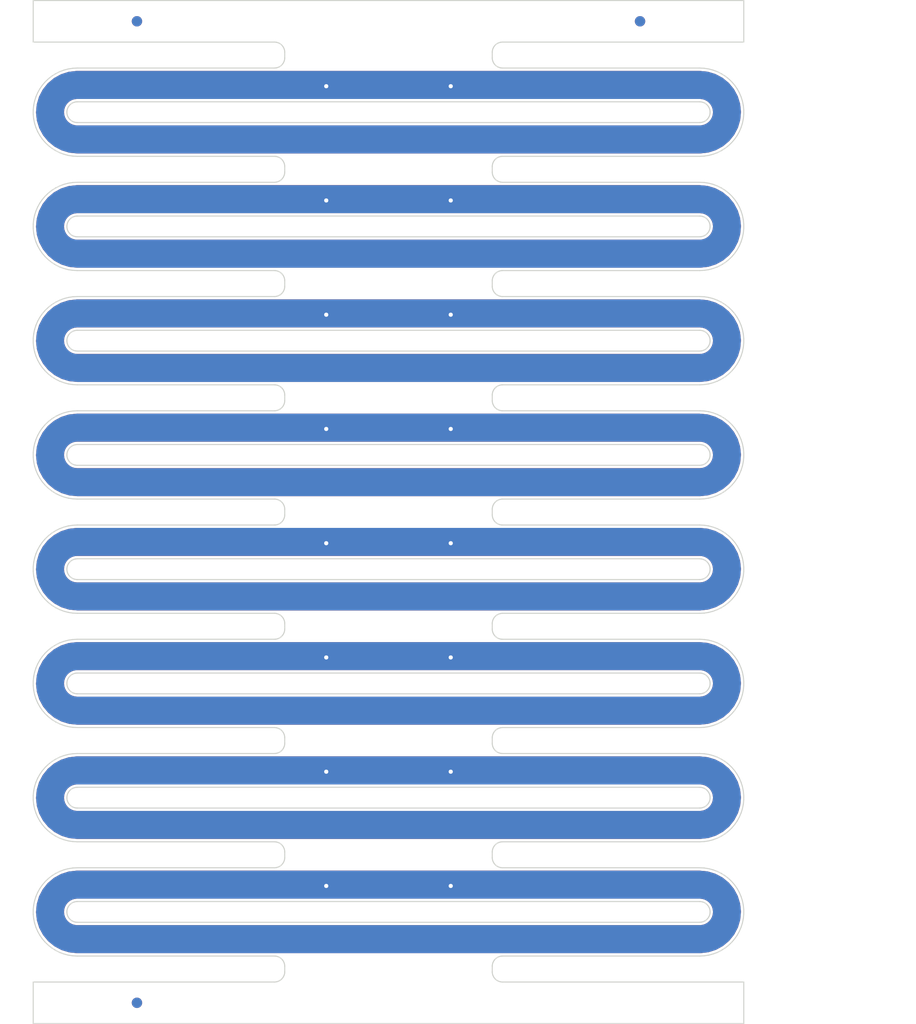
<source format=kicad_pcb>
(kicad_pcb (version 20171130) (host pcbnew 5.1.5+dfsg1-2build2)
  (layers (0 F.Cu signal) (31 B.Cu signal) (34 B.Paste user) (35 F.Paste user) (36 B.SilkS user) (37 F.SilkS user) (38 B.Mask user) (39 F.Mask user) (44 Edge.Cuts user))
  (net 0 "")
  (net 1 Board_1-GND)
  (net 2 Board_2-GND)
  (net 3 Board_3-GND)
  (net 4 Board_4-GND)
  (net 5 Board_5-GND)
  (net 6 Board_6-GND)
  (net 7 Board_7-GND)
  (net 8 Board_8-GND)
  (module NPTH (layer F.Cu) (at 54.004455 140.001064)
    (fp_text reference REF** hide)
    (fp_text value NPTH hide)
    (pad "" np_thru_hole circle (at 0 0) (size 1.5 1.5) (drill 1.5) (layers *.Cu))
  )
  (module NPTH (layer F.Cu) (at 114.495546 45.499)
    (fp_text reference REF** hide)
    (fp_text value NPTH hide)
    (pad "" np_thru_hole circle (at 0 0) (size 1.5 1.5) (drill 1.5) (layers *.Cu))
  )
  (module NPTH (layer F.Cu) (at 54.004455 45.499)
    (fp_text reference REF** hide)
    (fp_text value NPTH hide)
    (pad "" np_thru_hole circle (at 0 0) (size 1.5 1.5) (drill 1.5) (layers *.Cu))
  )
  (module Fiducial (layer B.Cu) (at 60.004455 140.001064)
    (fp_text reference REF** hide)
    (fp_text value Fiducial hide)
    (pad "" smd circle (at 0 0) (size 1 1) (layers B.Cu B.Mask) (clearance 0.5))
  )
  (module Fiducial (layer F.Cu) (at 60.004455 140.001064)
    (fp_text reference REF** hide)
    (fp_text value Fiducial hide)
    (pad "" smd circle (at 0 0) (size 1 1) (layers F.Cu F.Mask) (clearance 0.5))
  )
  (module Fiducial (layer B.Cu) (at 108.495546 45.499)
    (fp_text reference REF** hide)
    (fp_text value Fiducial hide)
    (pad "" smd circle (at 0 0) (size 1 1) (layers B.Cu B.Mask) (clearance 0.5))
  )
  (module Fiducial (layer F.Cu) (at 108.495546 45.499)
    (fp_text reference REF** hide)
    (fp_text value Fiducial hide)
    (pad "" smd circle (at 0 0) (size 1 1) (layers F.Cu F.Mask) (clearance 0.5))
  )
  (module Fiducial (layer B.Cu) (at 60.004455 45.499)
    (fp_text reference REF** hide)
    (fp_text value Fiducial hide)
    (pad "" smd circle (at 0 0) (size 1 1) (layers B.Cu B.Mask) (clearance 0.5))
  )
  (module Fiducial (layer F.Cu) (at 60.004455 45.499)
    (fp_text reference REF** hide)
    (fp_text value Fiducial hide)
    (pad "" smd circle (at 0 0) (size 1 1) (layers F.Cu F.Mask) (clearance 0.5))
  )
  (module cycfi_library:single-pad-10x2 (layer F.Cu) (at 84.250001 128.650057)
    (fp_text reference H3 hide)
    (fp_text value single_pad_smd)
    (pad 1 smd rect (at 0 0) (size 10 2) (layers F.Cu F.Paste F.Mask) (net 8 Board_8-GND))
  )
  (module cycfi_library:single-pad-10x2 (layer F.Cu) (at 84.250001 117.650049)
    (fp_text reference H3 hide)
    (fp_text value single_pad_smd)
    (pad 1 smd rect (at 0 0) (size 10 2) (layers F.Cu F.Paste F.Mask) (net 7 Board_7-GND))
  )
  (module cycfi_library:single-pad-10x2 (layer F.Cu) (at 84.250001 106.650041)
    (fp_text reference H3 hide)
    (fp_text value single_pad_smd)
    (pad 1 smd rect (at 0 0) (size 10 2) (layers F.Cu F.Paste F.Mask) (net 6 Board_6-GND))
  )
  (module cycfi_library:single-pad-10x2 (layer F.Cu) (at 84.250001 95.650033)
    (fp_text reference H3 hide)
    (fp_text value single_pad_smd)
    (pad 1 smd rect (at 0 0) (size 10 2) (layers F.Cu F.Paste F.Mask) (net 5 Board_5-GND))
  )
  (module cycfi_library:single-pad-10x2 (layer F.Cu) (at 84.250001 84.650025)
    (fp_text reference H3 hide)
    (fp_text value single_pad_smd)
    (pad 1 smd rect (at 0 0) (size 10 2) (layers F.Cu F.Paste F.Mask) (net 4 Board_4-GND))
  )
  (module cycfi_library:single-pad-10x2 (layer F.Cu) (at 84.250001 73.650017)
    (fp_text reference H3 hide)
    (fp_text value single_pad_smd)
    (pad 1 smd rect (at 0 0) (size 10 2) (layers F.Cu F.Paste F.Mask) (net 3 Board_3-GND))
  )
  (module cycfi_library:single-pad-10x2 (layer F.Cu) (at 84.250001 62.650009)
    (fp_text reference H3 hide)
    (fp_text value single_pad_smd)
    (pad 1 smd rect (at 0 0) (size 10 2) (layers F.Cu F.Paste F.Mask) (net 2 Board_2-GND))
  )
  (module cycfi_library:single-pad-10x2 (layer F.Cu) (at 84.250001 51.650001)
    (fp_text reference H3 hide)
    (fp_text value single_pad_smd)
    (pad 1 smd rect (at 0 0) (size 10 2) (layers F.Cu F.Paste F.Mask) (net 1 Board_1-GND))
  )
  (gr_line (start 114.4999 121.216) (end 114.4012 121.2362) (layer Edge.Cuts) (width 0.1))
  (gr_line (start 114.5964 121.1857) (end 114.4999 121.216) (layer Edge.Cuts) (width 0.1))
  (gr_line (start 114.6893 121.1459) (end 114.5964 121.1857) (layer Edge.Cuts) (width 0.1))
  (gr_line (start 114.7776 121.0968) (end 114.6893 121.1459) (layer Edge.Cuts) (width 0.1))
  (gr_line (start 114.8608 121.0389) (end 114.7776 121.0968) (layer Edge.Cuts) (width 0.1))
  (gr_line (start 114.9375 120.9731) (end 114.8608 121.0389) (layer Edge.Cuts) (width 0.1))
  (gr_line (start 115.0071 120.8998) (end 114.9375 120.9731) (layer Edge.Cuts) (width 0.1))
  (gr_line (start 115.069 120.8199) (end 115.0071 120.8998) (layer Edge.Cuts) (width 0.1))
  (gr_line (start 115.1224 120.7341) (end 115.069 120.8199) (layer Edge.Cuts) (width 0.1))
  (gr_line (start 115.1669 120.6434) (end 115.1224 120.7341) (layer Edge.Cuts) (width 0.1))
  (gr_line (start 115.202 120.5486) (end 115.1669 120.6434) (layer Edge.Cuts) (width 0.1))
  (gr_line (start 115.2273 120.4508) (end 115.202 120.5486) (layer Edge.Cuts) (width 0.1))
  (gr_line (start 115.2426 120.3508) (end 115.2273 120.4508) (layer Edge.Cuts) (width 0.1))
  (gr_line (start 115.2477 120.2499) (end 115.2426 120.3508) (layer Edge.Cuts) (width 0.1))
  (gr_line (start 115.2426 120.1492) (end 115.2477 120.2499) (layer Edge.Cuts) (width 0.1))
  (gr_line (start 115.2273 120.0493) (end 115.2426 120.1492) (layer Edge.Cuts) (width 0.1))
  (gr_line (start 115.202 119.9515) (end 115.2273 120.0493) (layer Edge.Cuts) (width 0.1))
  (gr_line (start 115.1669 119.8567) (end 115.202 119.9515) (layer Edge.Cuts) (width 0.1))
  (gr_line (start 115.1224 119.766) (end 115.1669 119.8567) (layer Edge.Cuts) (width 0.1))
  (gr_line (start 115.069 119.6802) (end 115.1224 119.766) (layer Edge.Cuts) (width 0.1))
  (gr_line (start 115.0071 119.6003) (end 115.069 119.6802) (layer Edge.Cuts) (width 0.1))
  (gr_line (start 114.9373 119.5268) (end 115.0071 119.6003) (layer Edge.Cuts) (width 0.1))
  (gr_line (start 114.8606 119.461) (end 114.9373 119.5268) (layer Edge.Cuts) (width 0.1))
  (gr_line (start 114.7776 119.4033) (end 114.8606 119.461) (layer Edge.Cuts) (width 0.1))
  (gr_line (start 114.6893 119.3542) (end 114.7776 119.4033) (layer Edge.Cuts) (width 0.1))
  (gr_line (start 114.5966 119.3145) (end 114.6893 119.3542) (layer Edge.Cuts) (width 0.1))
  (gr_line (start 114.5002 119.2842) (end 114.5966 119.3145) (layer Edge.Cuts) (width 0.1))
  (gr_line (start 114.4012 119.2639) (end 114.5002 119.2842) (layer Edge.Cuts) (width 0.1))
  (gr_line (start 114.3007 119.2536) (end 114.4012 119.2639) (layer Edge.Cuts) (width 0.1))
  (gr_line (start 114.2248 119.251) (end 114.3007 119.2536) (layer Edge.Cuts) (width 0.1))
  (gr_line (start 54.2755 119.251) (end 114.2248 119.251) (layer Edge.Cuts) (width 0.1))
  (gr_line (start 54.1991 119.2536) (end 54.2755 119.251) (layer Edge.Cuts) (width 0.1))
  (gr_line (start 54.0988 119.2639) (end 54.1991 119.2536) (layer Edge.Cuts) (width 0.1))
  (gr_line (start 53.9998 119.2842) (end 54.0988 119.2639) (layer Edge.Cuts) (width 0.1))
  (gr_line (start 53.9034 119.3145) (end 53.9998 119.2842) (layer Edge.Cuts) (width 0.1))
  (gr_line (start 53.8105 119.3544) (end 53.9034 119.3145) (layer Edge.Cuts) (width 0.1))
  (gr_line (start 53.7221 119.4034) (end 53.8105 119.3544) (layer Edge.Cuts) (width 0.1))
  (gr_line (start 53.6392 119.4612) (end 53.7221 119.4034) (layer Edge.Cuts) (width 0.1))
  (gr_line (start 53.5625 119.527) (end 53.6392 119.4612) (layer Edge.Cuts) (width 0.1))
  (gr_line (start 53.4929 119.6003) (end 53.5625 119.527) (layer Edge.Cuts) (width 0.1))
  (gr_line (start 53.431 119.6802) (end 53.4929 119.6003) (layer Edge.Cuts) (width 0.1))
  (gr_line (start 53.3776 119.766) (end 53.431 119.6802) (layer Edge.Cuts) (width 0.1))
  (gr_line (start 53.3331 119.8567) (end 53.3776 119.766) (layer Edge.Cuts) (width 0.1))
  (gr_line (start 53.2981 119.9512) (end 53.3331 119.8567) (layer Edge.Cuts) (width 0.1))
  (gr_line (start 53.2727 120.0491) (end 53.2981 119.9512) (layer Edge.Cuts) (width 0.1))
  (gr_line (start 53.2574 120.149) (end 53.2727 120.0491) (layer Edge.Cuts) (width 0.1))
  (gr_line (start 53.2523 120.2499) (end 53.2574 120.149) (layer Edge.Cuts) (width 0.1))
  (gr_line (start 53.2574 120.3508) (end 53.2523 120.2499) (layer Edge.Cuts) (width 0.1))
  (gr_line (start 53.2727 120.4508) (end 53.2574 120.3508) (layer Edge.Cuts) (width 0.1))
  (gr_line (start 53.298 120.5486) (end 53.2727 120.4508) (layer Edge.Cuts) (width 0.1))
  (gr_line (start 53.3331 120.6434) (end 53.298 120.5486) (layer Edge.Cuts) (width 0.1))
  (gr_line (start 53.3776 120.7341) (end 53.3331 120.6434) (layer Edge.Cuts) (width 0.1))
  (gr_line (start 53.431 120.8199) (end 53.3776 120.7341) (layer Edge.Cuts) (width 0.1))
  (gr_line (start 53.4929 120.8998) (end 53.431 120.8199) (layer Edge.Cuts) (width 0.1))
  (gr_line (start 53.5625 120.9731) (end 53.4929 120.8998) (layer Edge.Cuts) (width 0.1))
  (gr_line (start 53.6392 121.0389) (end 53.5625 120.9731) (layer Edge.Cuts) (width 0.1))
  (gr_line (start 53.7221 121.0967) (end 53.6392 121.0389) (layer Edge.Cuts) (width 0.1))
  (gr_line (start 53.8105 121.1457) (end 53.7221 121.0967) (layer Edge.Cuts) (width 0.1))
  (gr_line (start 53.9034 121.1856) (end 53.8105 121.1457) (layer Edge.Cuts) (width 0.1))
  (gr_line (start 53.9998 121.2159) (end 53.9034 121.1856) (layer Edge.Cuts) (width 0.1))
  (gr_line (start 54.0988 121.2362) (end 53.9998 121.2159) (layer Edge.Cuts) (width 0.1))
  (gr_line (start 54.1993 121.2465) (end 54.0988 121.2362) (layer Edge.Cuts) (width 0.1))
  (gr_line (start 54.2752 121.249) (end 54.1993 121.2465) (layer Edge.Cuts) (width 0.1))
  (gr_line (start 114.225 121.249) (end 54.2752 121.249) (layer Edge.Cuts) (width 0.1))
  (gr_line (start 114.3004 121.2465) (end 114.225 121.249) (layer Edge.Cuts) (width 0.1))
  (gr_line (start 114.4012 121.2362) (end 114.3004 121.2465) (layer Edge.Cuts) (width 0.1))
  (gr_line (start 114.4999 110.2159) (end 114.4011 110.2362) (layer Edge.Cuts) (width 0.1))
  (gr_line (start 114.5964 110.1857) (end 114.4999 110.2159) (layer Edge.Cuts) (width 0.1))
  (gr_line (start 114.6893 110.1459) (end 114.5964 110.1857) (layer Edge.Cuts) (width 0.1))
  (gr_line (start 114.7776 110.0968) (end 114.6893 110.1459) (layer Edge.Cuts) (width 0.1))
  (gr_line (start 114.8608 110.0389) (end 114.7776 110.0968) (layer Edge.Cuts) (width 0.1))
  (gr_line (start 114.9375 109.9731) (end 114.8608 110.0389) (layer Edge.Cuts) (width 0.1))
  (gr_line (start 115.0071 109.8998) (end 114.9375 109.9731) (layer Edge.Cuts) (width 0.1))
  (gr_line (start 115.069 109.8199) (end 115.0071 109.8998) (layer Edge.Cuts) (width 0.1))
  (gr_line (start 115.1224 109.7341) (end 115.069 109.8199) (layer Edge.Cuts) (width 0.1))
  (gr_line (start 115.1669 109.6434) (end 115.1224 109.7341) (layer Edge.Cuts) (width 0.1))
  (gr_line (start 115.202 109.5486) (end 115.1669 109.6434) (layer Edge.Cuts) (width 0.1))
  (gr_line (start 115.2273 109.4507) (end 115.202 109.5486) (layer Edge.Cuts) (width 0.1))
  (gr_line (start 115.2426 109.3508) (end 115.2273 109.4507) (layer Edge.Cuts) (width 0.1))
  (gr_line (start 115.2477 109.2499) (end 115.2426 109.3508) (layer Edge.Cuts) (width 0.1))
  (gr_line (start 115.2426 109.1492) (end 115.2477 109.2499) (layer Edge.Cuts) (width 0.1))
  (gr_line (start 115.2273 109.0493) (end 115.2426 109.1492) (layer Edge.Cuts) (width 0.1))
  (gr_line (start 115.202 108.9515) (end 115.2273 109.0493) (layer Edge.Cuts) (width 0.1))
  (gr_line (start 115.1669 108.8567) (end 115.202 108.9515) (layer Edge.Cuts) (width 0.1))
  (gr_line (start 115.1224 108.766) (end 115.1669 108.8567) (layer Edge.Cuts) (width 0.1))
  (gr_line (start 115.069 108.6802) (end 115.1224 108.766) (layer Edge.Cuts) (width 0.1))
  (gr_line (start 115.0071 108.6003) (end 115.069 108.6802) (layer Edge.Cuts) (width 0.1))
  (gr_line (start 114.9373 108.5268) (end 115.0071 108.6003) (layer Edge.Cuts) (width 0.1))
  (gr_line (start 114.8606 108.461) (end 114.9373 108.5268) (layer Edge.Cuts) (width 0.1))
  (gr_line (start 114.7776 108.4033) (end 114.8606 108.461) (layer Edge.Cuts) (width 0.1))
  (gr_line (start 114.6893 108.3542) (end 114.7776 108.4033) (layer Edge.Cuts) (width 0.1))
  (gr_line (start 114.5966 108.3145) (end 114.6893 108.3542) (layer Edge.Cuts) (width 0.1))
  (gr_line (start 114.5002 108.2842) (end 114.5966 108.3145) (layer Edge.Cuts) (width 0.1))
  (gr_line (start 114.4012 108.2639) (end 114.5002 108.2842) (layer Edge.Cuts) (width 0.1))
  (gr_line (start 114.3007 108.2536) (end 114.4012 108.2639) (layer Edge.Cuts) (width 0.1))
  (gr_line (start 114.2248 108.251) (end 114.3007 108.2536) (layer Edge.Cuts) (width 0.1))
  (gr_line (start 54.2754 108.251) (end 114.2248 108.251) (layer Edge.Cuts) (width 0.1))
  (gr_line (start 54.1991 108.2536) (end 54.2754 108.251) (layer Edge.Cuts) (width 0.1))
  (gr_line (start 54.0988 108.2639) (end 54.1991 108.2536) (layer Edge.Cuts) (width 0.1))
  (gr_line (start 53.9998 108.2842) (end 54.0988 108.2639) (layer Edge.Cuts) (width 0.1))
  (gr_line (start 53.9034 108.3145) (end 53.9998 108.2842) (layer Edge.Cuts) (width 0.1))
  (gr_line (start 53.8105 108.3543) (end 53.9034 108.3145) (layer Edge.Cuts) (width 0.1))
  (gr_line (start 53.7221 108.4034) (end 53.8105 108.3543) (layer Edge.Cuts) (width 0.1))
  (gr_line (start 53.6392 108.4612) (end 53.7221 108.4034) (layer Edge.Cuts) (width 0.1))
  (gr_line (start 53.5625 108.527) (end 53.6392 108.4612) (layer Edge.Cuts) (width 0.1))
  (gr_line (start 53.4929 108.6003) (end 53.5625 108.527) (layer Edge.Cuts) (width 0.1))
  (gr_line (start 53.431 108.6802) (end 53.4929 108.6003) (layer Edge.Cuts) (width 0.1))
  (gr_line (start 53.3776 108.766) (end 53.431 108.6802) (layer Edge.Cuts) (width 0.1))
  (gr_line (start 53.3331 108.8567) (end 53.3776 108.766) (layer Edge.Cuts) (width 0.1))
  (gr_line (start 53.2981 108.9512) (end 53.3331 108.8567) (layer Edge.Cuts) (width 0.1))
  (gr_line (start 53.2727 109.0491) (end 53.2981 108.9512) (layer Edge.Cuts) (width 0.1))
  (gr_line (start 53.2574 109.149) (end 53.2727 109.0491) (layer Edge.Cuts) (width 0.1))
  (gr_line (start 53.2523 109.2499) (end 53.2574 109.149) (layer Edge.Cuts) (width 0.1))
  (gr_line (start 53.2574 109.3508) (end 53.2523 109.2499) (layer Edge.Cuts) (width 0.1))
  (gr_line (start 53.2727 109.4507) (end 53.2574 109.3508) (layer Edge.Cuts) (width 0.1))
  (gr_line (start 53.298 109.5486) (end 53.2727 109.4507) (layer Edge.Cuts) (width 0.1))
  (gr_line (start 53.3331 109.6434) (end 53.298 109.5486) (layer Edge.Cuts) (width 0.1))
  (gr_line (start 53.3776 109.7341) (end 53.3331 109.6434) (layer Edge.Cuts) (width 0.1))
  (gr_line (start 53.431 109.8199) (end 53.3776 109.7341) (layer Edge.Cuts) (width 0.1))
  (gr_line (start 53.4929 109.8998) (end 53.431 109.8199) (layer Edge.Cuts) (width 0.1))
  (gr_line (start 53.5625 109.9731) (end 53.4929 109.8998) (layer Edge.Cuts) (width 0.1))
  (gr_line (start 53.6392 110.0389) (end 53.5625 109.9731) (layer Edge.Cuts) (width 0.1))
  (gr_line (start 53.7221 110.0967) (end 53.6392 110.0389) (layer Edge.Cuts) (width 0.1))
  (gr_line (start 53.8105 110.1457) (end 53.7221 110.0967) (layer Edge.Cuts) (width 0.1))
  (gr_line (start 53.9034 110.1856) (end 53.8105 110.1457) (layer Edge.Cuts) (width 0.1))
  (gr_line (start 53.9998 110.2159) (end 53.9034 110.1856) (layer Edge.Cuts) (width 0.1))
  (gr_line (start 54.0988 110.2362) (end 53.9998 110.2159) (layer Edge.Cuts) (width 0.1))
  (gr_line (start 54.1993 110.2465) (end 54.0988 110.2362) (layer Edge.Cuts) (width 0.1))
  (gr_line (start 54.2752 110.249) (end 54.1993 110.2465) (layer Edge.Cuts) (width 0.1))
  (gr_line (start 114.225 110.249) (end 54.2752 110.249) (layer Edge.Cuts) (width 0.1))
  (gr_line (start 114.3005 110.2465) (end 114.225 110.249) (layer Edge.Cuts) (width 0.1))
  (gr_line (start 114.4011 110.2362) (end 114.3005 110.2465) (layer Edge.Cuts) (width 0.1))
  (gr_line (start 114.4999 99.2159) (end 114.4011 99.2362) (layer Edge.Cuts) (width 0.1))
  (gr_line (start 114.5964 99.1857) (end 114.4999 99.2159) (layer Edge.Cuts) (width 0.1))
  (gr_line (start 114.6893 99.1458) (end 114.5964 99.1857) (layer Edge.Cuts) (width 0.1))
  (gr_line (start 114.7776 99.0968) (end 114.6893 99.1458) (layer Edge.Cuts) (width 0.1))
  (gr_line (start 114.8608 99.0389) (end 114.7776 99.0968) (layer Edge.Cuts) (width 0.1))
  (gr_line (start 114.9375 98.9731) (end 114.8608 99.0389) (layer Edge.Cuts) (width 0.1))
  (gr_line (start 115.0071 98.8998) (end 114.9375 98.9731) (layer Edge.Cuts) (width 0.1))
  (gr_line (start 115.069 98.8199) (end 115.0071 98.8998) (layer Edge.Cuts) (width 0.1))
  (gr_line (start 115.1224 98.7341) (end 115.069 98.8199) (layer Edge.Cuts) (width 0.1))
  (gr_line (start 115.1669 98.6434) (end 115.1224 98.7341) (layer Edge.Cuts) (width 0.1))
  (gr_line (start 115.202 98.5486) (end 115.1669 98.6434) (layer Edge.Cuts) (width 0.1))
  (gr_line (start 115.2273 98.4507) (end 115.202 98.5486) (layer Edge.Cuts) (width 0.1))
  (gr_line (start 115.2426 98.3508) (end 115.2273 98.4507) (layer Edge.Cuts) (width 0.1))
  (gr_line (start 115.2477 98.2499) (end 115.2426 98.3508) (layer Edge.Cuts) (width 0.1))
  (gr_line (start 115.2426 98.1492) (end 115.2477 98.2499) (layer Edge.Cuts) (width 0.1))
  (gr_line (start 115.2273 98.0493) (end 115.2426 98.1492) (layer Edge.Cuts) (width 0.1))
  (gr_line (start 115.202 97.9515) (end 115.2273 98.0493) (layer Edge.Cuts) (width 0.1))
  (gr_line (start 115.1669 97.8567) (end 115.202 97.9515) (layer Edge.Cuts) (width 0.1))
  (gr_line (start 115.1224 97.766) (end 115.1669 97.8567) (layer Edge.Cuts) (width 0.1))
  (gr_line (start 115.069 97.6802) (end 115.1224 97.766) (layer Edge.Cuts) (width 0.1))
  (gr_line (start 115.0071 97.6003) (end 115.069 97.6802) (layer Edge.Cuts) (width 0.1))
  (gr_line (start 114.9373 97.5268) (end 115.0071 97.6003) (layer Edge.Cuts) (width 0.1))
  (gr_line (start 114.8606 97.461) (end 114.9373 97.5268) (layer Edge.Cuts) (width 0.1))
  (gr_line (start 114.7776 97.4033) (end 114.8606 97.461) (layer Edge.Cuts) (width 0.1))
  (gr_line (start 114.6893 97.3542) (end 114.7776 97.4033) (layer Edge.Cuts) (width 0.1))
  (gr_line (start 114.5966 97.3145) (end 114.6893 97.3542) (layer Edge.Cuts) (width 0.1))
  (gr_line (start 114.5002 97.2842) (end 114.5966 97.3145) (layer Edge.Cuts) (width 0.1))
  (gr_line (start 114.4012 97.2638) (end 114.5002 97.2842) (layer Edge.Cuts) (width 0.1))
  (gr_line (start 114.3007 97.2536) (end 114.4012 97.2638) (layer Edge.Cuts) (width 0.1))
  (gr_line (start 114.2248 97.251) (end 114.3007 97.2536) (layer Edge.Cuts) (width 0.1))
  (gr_line (start 54.2754 97.251) (end 114.2248 97.251) (layer Edge.Cuts) (width 0.1))
  (gr_line (start 54.1992 97.2536) (end 54.2754 97.251) (layer Edge.Cuts) (width 0.1))
  (gr_line (start 54.0988 97.2638) (end 54.1992 97.2536) (layer Edge.Cuts) (width 0.1))
  (gr_line (start 53.9998 97.2842) (end 54.0988 97.2638) (layer Edge.Cuts) (width 0.1))
  (gr_line (start 53.9034 97.3145) (end 53.9998 97.2842) (layer Edge.Cuts) (width 0.1))
  (gr_line (start 53.8105 97.3543) (end 53.9034 97.3145) (layer Edge.Cuts) (width 0.1))
  (gr_line (start 53.7221 97.4034) (end 53.8105 97.3543) (layer Edge.Cuts) (width 0.1))
  (gr_line (start 53.6392 97.4611) (end 53.7221 97.4034) (layer Edge.Cuts) (width 0.1))
  (gr_line (start 53.5625 97.527) (end 53.6392 97.4611) (layer Edge.Cuts) (width 0.1))
  (gr_line (start 53.4929 97.6003) (end 53.5625 97.527) (layer Edge.Cuts) (width 0.1))
  (gr_line (start 53.431 97.6802) (end 53.4929 97.6003) (layer Edge.Cuts) (width 0.1))
  (gr_line (start 53.3776 97.766) (end 53.431 97.6802) (layer Edge.Cuts) (width 0.1))
  (gr_line (start 53.3331 97.8567) (end 53.3776 97.766) (layer Edge.Cuts) (width 0.1))
  (gr_line (start 53.2981 97.9512) (end 53.3331 97.8567) (layer Edge.Cuts) (width 0.1))
  (gr_line (start 53.2727 98.0491) (end 53.2981 97.9512) (layer Edge.Cuts) (width 0.1))
  (gr_line (start 53.2574 98.149) (end 53.2727 98.0491) (layer Edge.Cuts) (width 0.1))
  (gr_line (start 53.2523 98.2499) (end 53.2574 98.149) (layer Edge.Cuts) (width 0.1))
  (gr_line (start 53.2574 98.3508) (end 53.2523 98.2499) (layer Edge.Cuts) (width 0.1))
  (gr_line (start 53.2727 98.4507) (end 53.2574 98.3508) (layer Edge.Cuts) (width 0.1))
  (gr_line (start 53.298 98.5486) (end 53.2727 98.4507) (layer Edge.Cuts) (width 0.1))
  (gr_line (start 53.3331 98.6434) (end 53.298 98.5486) (layer Edge.Cuts) (width 0.1))
  (gr_line (start 53.3776 98.7341) (end 53.3331 98.6434) (layer Edge.Cuts) (width 0.1))
  (gr_line (start 53.431 98.8199) (end 53.3776 98.7341) (layer Edge.Cuts) (width 0.1))
  (gr_line (start 53.4929 98.8998) (end 53.431 98.8199) (layer Edge.Cuts) (width 0.1))
  (gr_line (start 53.5625 98.9731) (end 53.4929 98.8998) (layer Edge.Cuts) (width 0.1))
  (gr_line (start 53.6392 99.0389) (end 53.5625 98.9731) (layer Edge.Cuts) (width 0.1))
  (gr_line (start 53.7221 99.0967) (end 53.6392 99.0389) (layer Edge.Cuts) (width 0.1))
  (gr_line (start 53.8105 99.1457) (end 53.7221 99.0967) (layer Edge.Cuts) (width 0.1))
  (gr_line (start 53.9034 99.1856) (end 53.8105 99.1457) (layer Edge.Cuts) (width 0.1))
  (gr_line (start 53.9998 99.2159) (end 53.9034 99.1856) (layer Edge.Cuts) (width 0.1))
  (gr_line (start 54.0988 99.2362) (end 53.9998 99.2159) (layer Edge.Cuts) (width 0.1))
  (gr_line (start 54.1993 99.2465) (end 54.0988 99.2362) (layer Edge.Cuts) (width 0.1))
  (gr_line (start 54.2752 99.249) (end 54.1993 99.2465) (layer Edge.Cuts) (width 0.1))
  (gr_line (start 114.2249 99.249) (end 54.2752 99.249) (layer Edge.Cuts) (width 0.1))
  (gr_line (start 114.3005 99.2465) (end 114.2249 99.249) (layer Edge.Cuts) (width 0.1))
  (gr_line (start 114.4011 99.2362) (end 114.3005 99.2465) (layer Edge.Cuts) (width 0.1))
  (gr_line (start 114.4999 88.2159) (end 114.4011 88.2362) (layer Edge.Cuts) (width 0.1))
  (gr_line (start 114.5964 88.1857) (end 114.4999 88.2159) (layer Edge.Cuts) (width 0.1))
  (gr_line (start 114.6893 88.1458) (end 114.5964 88.1857) (layer Edge.Cuts) (width 0.1))
  (gr_line (start 114.7776 88.0968) (end 114.6893 88.1458) (layer Edge.Cuts) (width 0.1))
  (gr_line (start 114.8608 88.0389) (end 114.7776 88.0968) (layer Edge.Cuts) (width 0.1))
  (gr_line (start 114.9375 87.9731) (end 114.8608 88.0389) (layer Edge.Cuts) (width 0.1))
  (gr_line (start 115.0071 87.8998) (end 114.9375 87.9731) (layer Edge.Cuts) (width 0.1))
  (gr_line (start 115.069 87.8199) (end 115.0071 87.8998) (layer Edge.Cuts) (width 0.1))
  (gr_line (start 115.1224 87.7341) (end 115.069 87.8199) (layer Edge.Cuts) (width 0.1))
  (gr_line (start 115.1669 87.6434) (end 115.1224 87.7341) (layer Edge.Cuts) (width 0.1))
  (gr_line (start 115.202 87.5486) (end 115.1669 87.6434) (layer Edge.Cuts) (width 0.1))
  (gr_line (start 115.2273 87.4507) (end 115.202 87.5486) (layer Edge.Cuts) (width 0.1))
  (gr_line (start 115.2426 87.3508) (end 115.2273 87.4507) (layer Edge.Cuts) (width 0.1))
  (gr_line (start 115.2477 87.2499) (end 115.2426 87.3508) (layer Edge.Cuts) (width 0.1))
  (gr_line (start 115.2426 87.1492) (end 115.2477 87.2499) (layer Edge.Cuts) (width 0.1))
  (gr_line (start 115.2273 87.0493) (end 115.2426 87.1492) (layer Edge.Cuts) (width 0.1))
  (gr_line (start 115.202 86.9515) (end 115.2273 87.0493) (layer Edge.Cuts) (width 0.1))
  (gr_line (start 115.1669 86.8567) (end 115.202 86.9515) (layer Edge.Cuts) (width 0.1))
  (gr_line (start 115.1224 86.766) (end 115.1669 86.8567) (layer Edge.Cuts) (width 0.1))
  (gr_line (start 115.069 86.6802) (end 115.1224 86.766) (layer Edge.Cuts) (width 0.1))
  (gr_line (start 115.0071 86.6002) (end 115.069 86.6802) (layer Edge.Cuts) (width 0.1))
  (gr_line (start 114.9373 86.5268) (end 115.0071 86.6002) (layer Edge.Cuts) (width 0.1))
  (gr_line (start 114.8606 86.461) (end 114.9373 86.5268) (layer Edge.Cuts) (width 0.1))
  (gr_line (start 114.7776 86.4032) (end 114.8606 86.461) (layer Edge.Cuts) (width 0.1))
  (gr_line (start 114.6893 86.3542) (end 114.7776 86.4032) (layer Edge.Cuts) (width 0.1))
  (gr_line (start 114.5966 86.3145) (end 114.6893 86.3542) (layer Edge.Cuts) (width 0.1))
  (gr_line (start 114.5002 86.2842) (end 114.5966 86.3145) (layer Edge.Cuts) (width 0.1))
  (gr_line (start 114.4012 86.2638) (end 114.5002 86.2842) (layer Edge.Cuts) (width 0.1))
  (gr_line (start 114.3007 86.2536) (end 114.4012 86.2638) (layer Edge.Cuts) (width 0.1))
  (gr_line (start 114.2248 86.251) (end 114.3007 86.2536) (layer Edge.Cuts) (width 0.1))
  (gr_line (start 54.2754 86.251) (end 114.2248 86.251) (layer Edge.Cuts) (width 0.1))
  (gr_line (start 54.1992 86.2536) (end 54.2754 86.251) (layer Edge.Cuts) (width 0.1))
  (gr_line (start 54.0988 86.2638) (end 54.1992 86.2536) (layer Edge.Cuts) (width 0.1))
  (gr_line (start 53.9998 86.2842) (end 54.0988 86.2638) (layer Edge.Cuts) (width 0.1))
  (gr_line (start 53.9034 86.3145) (end 53.9998 86.2842) (layer Edge.Cuts) (width 0.1))
  (gr_line (start 53.8105 86.3543) (end 53.9034 86.3145) (layer Edge.Cuts) (width 0.1))
  (gr_line (start 53.7221 86.4034) (end 53.8105 86.3543) (layer Edge.Cuts) (width 0.1))
  (gr_line (start 53.6392 86.4611) (end 53.7221 86.4034) (layer Edge.Cuts) (width 0.1))
  (gr_line (start 53.5625 86.527) (end 53.6392 86.4611) (layer Edge.Cuts) (width 0.1))
  (gr_line (start 53.4929 86.6002) (end 53.5625 86.527) (layer Edge.Cuts) (width 0.1))
  (gr_line (start 53.431 86.6802) (end 53.4929 86.6002) (layer Edge.Cuts) (width 0.1))
  (gr_line (start 53.3776 86.766) (end 53.431 86.6802) (layer Edge.Cuts) (width 0.1))
  (gr_line (start 53.3331 86.8567) (end 53.3776 86.766) (layer Edge.Cuts) (width 0.1))
  (gr_line (start 53.2981 86.9512) (end 53.3331 86.8567) (layer Edge.Cuts) (width 0.1))
  (gr_line (start 53.2727 87.0491) (end 53.2981 86.9512) (layer Edge.Cuts) (width 0.1))
  (gr_line (start 53.2574 87.149) (end 53.2727 87.0491) (layer Edge.Cuts) (width 0.1))
  (gr_line (start 53.2523 87.2499) (end 53.2574 87.149) (layer Edge.Cuts) (width 0.1))
  (gr_line (start 53.2574 87.3508) (end 53.2523 87.2499) (layer Edge.Cuts) (width 0.1))
  (gr_line (start 53.2727 87.4507) (end 53.2574 87.3508) (layer Edge.Cuts) (width 0.1))
  (gr_line (start 53.298 87.5486) (end 53.2727 87.4507) (layer Edge.Cuts) (width 0.1))
  (gr_line (start 53.3331 87.6434) (end 53.298 87.5486) (layer Edge.Cuts) (width 0.1))
  (gr_line (start 53.3776 87.7341) (end 53.3331 87.6434) (layer Edge.Cuts) (width 0.1))
  (gr_line (start 53.431 87.8199) (end 53.3776 87.7341) (layer Edge.Cuts) (width 0.1))
  (gr_line (start 53.4929 87.8998) (end 53.431 87.8199) (layer Edge.Cuts) (width 0.1))
  (gr_line (start 53.5625 87.9731) (end 53.4929 87.8998) (layer Edge.Cuts) (width 0.1))
  (gr_line (start 53.6392 88.0389) (end 53.5625 87.9731) (layer Edge.Cuts) (width 0.1))
  (gr_line (start 53.7221 88.0967) (end 53.6392 88.0389) (layer Edge.Cuts) (width 0.1))
  (gr_line (start 53.8105 88.1457) (end 53.7221 88.0967) (layer Edge.Cuts) (width 0.1))
  (gr_line (start 53.9034 88.1856) (end 53.8105 88.1457) (layer Edge.Cuts) (width 0.1))
  (gr_line (start 53.9998 88.2159) (end 53.9034 88.1856) (layer Edge.Cuts) (width 0.1))
  (gr_line (start 54.0988 88.2362) (end 53.9998 88.2159) (layer Edge.Cuts) (width 0.1))
  (gr_line (start 54.1993 88.2465) (end 54.0988 88.2362) (layer Edge.Cuts) (width 0.1))
  (gr_line (start 54.2752 88.249) (end 54.1993 88.2465) (layer Edge.Cuts) (width 0.1))
  (gr_line (start 114.2249 88.249) (end 54.2752 88.249) (layer Edge.Cuts) (width 0.1))
  (gr_line (start 114.3005 88.2464) (end 114.2249 88.249) (layer Edge.Cuts) (width 0.1))
  (gr_line (start 114.4011 88.2362) (end 114.3005 88.2464) (layer Edge.Cuts) (width 0.1))
  (gr_line (start 114.4999 77.2159) (end 114.401 77.2362) (layer Edge.Cuts) (width 0.1))
  (gr_line (start 114.5964 77.1857) (end 114.4999 77.2159) (layer Edge.Cuts) (width 0.1))
  (gr_line (start 114.6893 77.1458) (end 114.5964 77.1857) (layer Edge.Cuts) (width 0.1))
  (gr_line (start 114.7776 77.0968) (end 114.6893 77.1458) (layer Edge.Cuts) (width 0.1))
  (gr_line (start 114.8608 77.0389) (end 114.7776 77.0968) (layer Edge.Cuts) (width 0.1))
  (gr_line (start 114.9375 76.9731) (end 114.8608 77.0389) (layer Edge.Cuts) (width 0.1))
  (gr_line (start 115.0071 76.8998) (end 114.9375 76.9731) (layer Edge.Cuts) (width 0.1))
  (gr_line (start 115.069 76.8199) (end 115.0071 76.8998) (layer Edge.Cuts) (width 0.1))
  (gr_line (start 115.1224 76.7341) (end 115.069 76.8199) (layer Edge.Cuts) (width 0.1))
  (gr_line (start 115.1669 76.6433) (end 115.1224 76.7341) (layer Edge.Cuts) (width 0.1))
  (gr_line (start 115.202 76.5486) (end 115.1669 76.6433) (layer Edge.Cuts) (width 0.1))
  (gr_line (start 115.2273 76.4507) (end 115.202 76.5486) (layer Edge.Cuts) (width 0.1))
  (gr_line (start 115.2426 76.3508) (end 115.2273 76.4507) (layer Edge.Cuts) (width 0.1))
  (gr_line (start 115.2477 76.2499) (end 115.2426 76.3508) (layer Edge.Cuts) (width 0.1))
  (gr_line (start 115.2426 76.1492) (end 115.2477 76.2499) (layer Edge.Cuts) (width 0.1))
  (gr_line (start 115.2273 76.0493) (end 115.2426 76.1492) (layer Edge.Cuts) (width 0.1))
  (gr_line (start 115.202 75.9515) (end 115.2273 76.0493) (layer Edge.Cuts) (width 0.1))
  (gr_line (start 115.1669 75.8567) (end 115.202 75.9515) (layer Edge.Cuts) (width 0.1))
  (gr_line (start 115.1224 75.7659) (end 115.1669 75.8567) (layer Edge.Cuts) (width 0.1))
  (gr_line (start 115.069 75.6802) (end 115.1224 75.7659) (layer Edge.Cuts) (width 0.1))
  (gr_line (start 115.0071 75.6002) (end 115.069 75.6802) (layer Edge.Cuts) (width 0.1))
  (gr_line (start 114.9373 75.5268) (end 115.0071 75.6002) (layer Edge.Cuts) (width 0.1))
  (gr_line (start 114.8606 75.461) (end 114.9373 75.5268) (layer Edge.Cuts) (width 0.1))
  (gr_line (start 114.7776 75.4032) (end 114.8606 75.461) (layer Edge.Cuts) (width 0.1))
  (gr_line (start 114.6893 75.3542) (end 114.7776 75.4032) (layer Edge.Cuts) (width 0.1))
  (gr_line (start 114.5966 75.3145) (end 114.6893 75.3542) (layer Edge.Cuts) (width 0.1))
  (gr_line (start 114.5002 75.2842) (end 114.5966 75.3145) (layer Edge.Cuts) (width 0.1))
  (gr_line (start 114.4012 75.2638) (end 114.5002 75.2842) (layer Edge.Cuts) (width 0.1))
  (gr_line (start 114.3007 75.2536) (end 114.4012 75.2638) (layer Edge.Cuts) (width 0.1))
  (gr_line (start 114.2248 75.251) (end 114.3007 75.2536) (layer Edge.Cuts) (width 0.1))
  (gr_line (start 54.2753 75.251) (end 114.2248 75.251) (layer Edge.Cuts) (width 0.1))
  (gr_line (start 54.1992 75.2536) (end 54.2753 75.251) (layer Edge.Cuts) (width 0.1))
  (gr_line (start 54.0988 75.2638) (end 54.1992 75.2536) (layer Edge.Cuts) (width 0.1))
  (gr_line (start 53.9998 75.2842) (end 54.0988 75.2638) (layer Edge.Cuts) (width 0.1))
  (gr_line (start 53.9034 75.3145) (end 53.9998 75.2842) (layer Edge.Cuts) (width 0.1))
  (gr_line (start 53.8105 75.3543) (end 53.9034 75.3145) (layer Edge.Cuts) (width 0.1))
  (gr_line (start 53.7221 75.4034) (end 53.8105 75.3543) (layer Edge.Cuts) (width 0.1))
  (gr_line (start 53.6392 75.4611) (end 53.7221 75.4034) (layer Edge.Cuts) (width 0.1))
  (gr_line (start 53.5625 75.527) (end 53.6392 75.4611) (layer Edge.Cuts) (width 0.1))
  (gr_line (start 53.4929 75.6002) (end 53.5625 75.527) (layer Edge.Cuts) (width 0.1))
  (gr_line (start 53.431 75.6802) (end 53.4929 75.6002) (layer Edge.Cuts) (width 0.1))
  (gr_line (start 53.3776 75.7659) (end 53.431 75.6802) (layer Edge.Cuts) (width 0.1))
  (gr_line (start 53.3331 75.8567) (end 53.3776 75.7659) (layer Edge.Cuts) (width 0.1))
  (gr_line (start 53.2981 75.9512) (end 53.3331 75.8567) (layer Edge.Cuts) (width 0.1))
  (gr_line (start 53.2727 76.049) (end 53.2981 75.9512) (layer Edge.Cuts) (width 0.1))
  (gr_line (start 53.2574 76.1489) (end 53.2727 76.049) (layer Edge.Cuts) (width 0.1))
  (gr_line (start 53.2523 76.2499) (end 53.2574 76.1489) (layer Edge.Cuts) (width 0.1))
  (gr_line (start 53.2574 76.3508) (end 53.2523 76.2499) (layer Edge.Cuts) (width 0.1))
  (gr_line (start 53.2727 76.4507) (end 53.2574 76.3508) (layer Edge.Cuts) (width 0.1))
  (gr_line (start 53.298 76.5486) (end 53.2727 76.4507) (layer Edge.Cuts) (width 0.1))
  (gr_line (start 53.3331 76.6433) (end 53.298 76.5486) (layer Edge.Cuts) (width 0.1))
  (gr_line (start 53.3776 76.7341) (end 53.3331 76.6433) (layer Edge.Cuts) (width 0.1))
  (gr_line (start 53.431 76.8199) (end 53.3776 76.7341) (layer Edge.Cuts) (width 0.1))
  (gr_line (start 53.4929 76.8998) (end 53.431 76.8199) (layer Edge.Cuts) (width 0.1))
  (gr_line (start 53.5625 76.9731) (end 53.4929 76.8998) (layer Edge.Cuts) (width 0.1))
  (gr_line (start 53.6392 77.0389) (end 53.5625 76.9731) (layer Edge.Cuts) (width 0.1))
  (gr_line (start 53.7221 77.0967) (end 53.6392 77.0389) (layer Edge.Cuts) (width 0.1))
  (gr_line (start 53.8105 77.1457) (end 53.7221 77.0967) (layer Edge.Cuts) (width 0.1))
  (gr_line (start 53.9034 77.1856) (end 53.8105 77.1457) (layer Edge.Cuts) (width 0.1))
  (gr_line (start 53.9998 77.2158) (end 53.9034 77.1856) (layer Edge.Cuts) (width 0.1))
  (gr_line (start 54.0988 77.2362) (end 53.9998 77.2158) (layer Edge.Cuts) (width 0.1))
  (gr_line (start 54.1993 77.2464) (end 54.0988 77.2362) (layer Edge.Cuts) (width 0.1))
  (gr_line (start 54.2752 77.249) (end 54.1993 77.2464) (layer Edge.Cuts) (width 0.1))
  (gr_line (start 114.2248 77.249) (end 54.2752 77.249) (layer Edge.Cuts) (width 0.1))
  (gr_line (start 114.3006 77.2464) (end 114.2248 77.249) (layer Edge.Cuts) (width 0.1))
  (gr_line (start 114.401 77.2362) (end 114.3006 77.2464) (layer Edge.Cuts) (width 0.1))
  (gr_line (start 114.4999 66.2159) (end 114.401 66.2362) (layer Edge.Cuts) (width 0.1))
  (gr_line (start 114.5964 66.1857) (end 114.4999 66.2159) (layer Edge.Cuts) (width 0.1))
  (gr_line (start 114.6893 66.1458) (end 114.5964 66.1857) (layer Edge.Cuts) (width 0.1))
  (gr_line (start 114.7776 66.0968) (end 114.6893 66.1458) (layer Edge.Cuts) (width 0.1))
  (gr_line (start 114.8606 66.0391) (end 114.7776 66.0968) (layer Edge.Cuts) (width 0.1))
  (gr_line (start 114.9373 65.9732) (end 114.8606 66.0391) (layer Edge.Cuts) (width 0.1))
  (gr_line (start 115.0071 65.8998) (end 114.9373 65.9732) (layer Edge.Cuts) (width 0.1))
  (gr_line (start 115.069 65.8199) (end 115.0071 65.8998) (layer Edge.Cuts) (width 0.1))
  (gr_line (start 115.1223 65.7343) (end 115.069 65.8199) (layer Edge.Cuts) (width 0.1))
  (gr_line (start 115.1668 65.6436) (end 115.1223 65.7343) (layer Edge.Cuts) (width 0.1))
  (gr_line (start 115.2019 65.5488) (end 115.1668 65.6436) (layer Edge.Cuts) (width 0.1))
  (gr_line (start 115.2273 65.451) (end 115.2019 65.5488) (layer Edge.Cuts) (width 0.1))
  (gr_line (start 115.2426 65.3511) (end 115.2273 65.451) (layer Edge.Cuts) (width 0.1))
  (gr_line (start 115.2477 65.2501) (end 115.2426 65.3511) (layer Edge.Cuts) (width 0.1))
  (gr_line (start 115.2426 65.1492) (end 115.2477 65.2501) (layer Edge.Cuts) (width 0.1))
  (gr_line (start 115.2273 65.0493) (end 115.2426 65.1492) (layer Edge.Cuts) (width 0.1))
  (gr_line (start 115.202 64.9515) (end 115.2273 65.0493) (layer Edge.Cuts) (width 0.1))
  (gr_line (start 115.1669 64.8567) (end 115.202 64.9515) (layer Edge.Cuts) (width 0.1))
  (gr_line (start 115.1224 64.7659) (end 115.1669 64.8567) (layer Edge.Cuts) (width 0.1))
  (gr_line (start 115.069 64.6802) (end 115.1224 64.7659) (layer Edge.Cuts) (width 0.1))
  (gr_line (start 115.0071 64.6002) (end 115.069 64.6802) (layer Edge.Cuts) (width 0.1))
  (gr_line (start 114.9373 64.5268) (end 115.0071 64.6002) (layer Edge.Cuts) (width 0.1))
  (gr_line (start 114.8606 64.461) (end 114.9373 64.5268) (layer Edge.Cuts) (width 0.1))
  (gr_line (start 114.7779 64.4034) (end 114.8606 64.461) (layer Edge.Cuts) (width 0.1))
  (gr_line (start 114.6895 64.3543) (end 114.7779 64.4034) (layer Edge.Cuts) (width 0.1))
  (gr_line (start 114.5966 64.3144) (end 114.6895 64.3543) (layer Edge.Cuts) (width 0.1))
  (gr_line (start 114.5002 64.2842) (end 114.5966 64.3144) (layer Edge.Cuts) (width 0.1))
  (gr_line (start 114.4012 64.2638) (end 114.5002 64.2842) (layer Edge.Cuts) (width 0.1))
  (gr_line (start 114.3007 64.2536) (end 114.4012 64.2638) (layer Edge.Cuts) (width 0.1))
  (gr_line (start 114.2248 64.251) (end 114.3007 64.2536) (layer Edge.Cuts) (width 0.1))
  (gr_line (start 54.2753 64.251) (end 114.2248 64.251) (layer Edge.Cuts) (width 0.1))
  (gr_line (start 54.1993 64.2536) (end 54.2753 64.251) (layer Edge.Cuts) (width 0.1))
  (gr_line (start 54.0988 64.2638) (end 54.1993 64.2536) (layer Edge.Cuts) (width 0.1))
  (gr_line (start 53.9998 64.2842) (end 54.0988 64.2638) (layer Edge.Cuts) (width 0.1))
  (gr_line (start 53.9034 64.3144) (end 53.9998 64.2842) (layer Edge.Cuts) (width 0.1))
  (gr_line (start 53.8105 64.3543) (end 53.9034 64.3144) (layer Edge.Cuts) (width 0.1))
  (gr_line (start 53.7221 64.4034) (end 53.8105 64.3543) (layer Edge.Cuts) (width 0.1))
  (gr_line (start 53.6392 64.4611) (end 53.7221 64.4034) (layer Edge.Cuts) (width 0.1))
  (gr_line (start 53.5625 64.527) (end 53.6392 64.4611) (layer Edge.Cuts) (width 0.1))
  (gr_line (start 53.4929 64.6002) (end 53.5625 64.527) (layer Edge.Cuts) (width 0.1))
  (gr_line (start 53.431 64.6802) (end 53.4929 64.6002) (layer Edge.Cuts) (width 0.1))
  (gr_line (start 53.3776 64.7659) (end 53.431 64.6802) (layer Edge.Cuts) (width 0.1))
  (gr_line (start 53.3331 64.8567) (end 53.3776 64.7659) (layer Edge.Cuts) (width 0.1))
  (gr_line (start 53.298 64.9515) (end 53.3331 64.8567) (layer Edge.Cuts) (width 0.1))
  (gr_line (start 53.2727 65.049) (end 53.298 64.9515) (layer Edge.Cuts) (width 0.1))
  (gr_line (start 53.2574 65.1489) (end 53.2727 65.049) (layer Edge.Cuts) (width 0.1))
  (gr_line (start 53.2523 65.2499) (end 53.2574 65.1489) (layer Edge.Cuts) (width 0.1))
  (gr_line (start 53.2574 65.3508) (end 53.2523 65.2499) (layer Edge.Cuts) (width 0.1))
  (gr_line (start 53.2727 65.4507) (end 53.2574 65.3508) (layer Edge.Cuts) (width 0.1))
  (gr_line (start 53.298 65.5486) (end 53.2727 65.4507) (layer Edge.Cuts) (width 0.1))
  (gr_line (start 53.3331 65.6433) (end 53.298 65.5486) (layer Edge.Cuts) (width 0.1))
  (gr_line (start 53.3776 65.7341) (end 53.3331 65.6433) (layer Edge.Cuts) (width 0.1))
  (gr_line (start 53.431 65.8199) (end 53.3776 65.7341) (layer Edge.Cuts) (width 0.1))
  (gr_line (start 53.4929 65.8998) (end 53.431 65.8199) (layer Edge.Cuts) (width 0.1))
  (gr_line (start 53.5625 65.9731) (end 53.4929 65.8998) (layer Edge.Cuts) (width 0.1))
  (gr_line (start 53.6392 66.0389) (end 53.5625 65.9731) (layer Edge.Cuts) (width 0.1))
  (gr_line (start 53.7221 66.0966) (end 53.6392 66.0389) (layer Edge.Cuts) (width 0.1))
  (gr_line (start 53.8105 66.1457) (end 53.7221 66.0966) (layer Edge.Cuts) (width 0.1))
  (gr_line (start 53.9034 66.1856) (end 53.8105 66.1457) (layer Edge.Cuts) (width 0.1))
  (gr_line (start 53.9998 66.2158) (end 53.9034 66.1856) (layer Edge.Cuts) (width 0.1))
  (gr_line (start 54.0988 66.2362) (end 53.9998 66.2158) (layer Edge.Cuts) (width 0.1))
  (gr_line (start 54.1993 66.2464) (end 54.0988 66.2362) (layer Edge.Cuts) (width 0.1))
  (gr_line (start 54.2752 66.249) (end 54.1993 66.2464) (layer Edge.Cuts) (width 0.1))
  (gr_line (start 114.2248 66.249) (end 54.2752 66.249) (layer Edge.Cuts) (width 0.1))
  (gr_line (start 114.3006 66.2464) (end 114.2248 66.249) (layer Edge.Cuts) (width 0.1))
  (gr_line (start 114.401 66.2362) (end 114.3006 66.2464) (layer Edge.Cuts) (width 0.1))
  (gr_line (start 114.4999 55.2159) (end 114.401 55.2362) (layer Edge.Cuts) (width 0.1))
  (gr_line (start 114.5964 55.1857) (end 114.4999 55.2159) (layer Edge.Cuts) (width 0.1))
  (gr_line (start 114.6893 55.1458) (end 114.5964 55.1857) (layer Edge.Cuts) (width 0.1))
  (gr_line (start 114.7776 55.0968) (end 114.6893 55.1458) (layer Edge.Cuts) (width 0.1))
  (gr_line (start 114.8606 55.0391) (end 114.7776 55.0968) (layer Edge.Cuts) (width 0.1))
  (gr_line (start 114.9373 54.9732) (end 114.8606 55.0391) (layer Edge.Cuts) (width 0.1))
  (gr_line (start 115.0071 54.8998) (end 114.9373 54.9732) (layer Edge.Cuts) (width 0.1))
  (gr_line (start 115.069 54.8199) (end 115.0071 54.8998) (layer Edge.Cuts) (width 0.1))
  (gr_line (start 115.1223 54.7343) (end 115.069 54.8199) (layer Edge.Cuts) (width 0.1))
  (gr_line (start 115.1668 54.6436) (end 115.1223 54.7343) (layer Edge.Cuts) (width 0.1))
  (gr_line (start 115.2019 54.5488) (end 115.1668 54.6436) (layer Edge.Cuts) (width 0.1))
  (gr_line (start 115.2273 54.451) (end 115.2019 54.5488) (layer Edge.Cuts) (width 0.1))
  (gr_line (start 115.2426 54.3511) (end 115.2273 54.451) (layer Edge.Cuts) (width 0.1))
  (gr_line (start 115.2477 54.2501) (end 115.2426 54.3511) (layer Edge.Cuts) (width 0.1))
  (gr_line (start 115.2426 54.1492) (end 115.2477 54.2501) (layer Edge.Cuts) (width 0.1))
  (gr_line (start 115.2273 54.0493) (end 115.2426 54.1492) (layer Edge.Cuts) (width 0.1))
  (gr_line (start 115.202 53.9515) (end 115.2273 54.0493) (layer Edge.Cuts) (width 0.1))
  (gr_line (start 115.1669 53.8567) (end 115.202 53.9515) (layer Edge.Cuts) (width 0.1))
  (gr_line (start 115.1224 53.7659) (end 115.1669 53.8567) (layer Edge.Cuts) (width 0.1))
  (gr_line (start 115.069 53.6802) (end 115.1224 53.7659) (layer Edge.Cuts) (width 0.1))
  (gr_line (start 115.0071 53.6002) (end 115.069 53.6802) (layer Edge.Cuts) (width 0.1))
  (gr_line (start 114.9373 53.5268) (end 115.0071 53.6002) (layer Edge.Cuts) (width 0.1))
  (gr_line (start 114.8606 53.4609) (end 114.9373 53.5268) (layer Edge.Cuts) (width 0.1))
  (gr_line (start 114.7779 53.4034) (end 114.8606 53.4609) (layer Edge.Cuts) (width 0.1))
  (gr_line (start 114.6895 53.3543) (end 114.7779 53.4034) (layer Edge.Cuts) (width 0.1))
  (gr_line (start 114.5966 53.3144) (end 114.6895 53.3543) (layer Edge.Cuts) (width 0.1))
  (gr_line (start 114.5002 53.2842) (end 114.5966 53.3144) (layer Edge.Cuts) (width 0.1))
  (gr_line (start 114.4012 53.2638) (end 114.5002 53.2842) (layer Edge.Cuts) (width 0.1))
  (gr_line (start 114.3007 53.2536) (end 114.4012 53.2638) (layer Edge.Cuts) (width 0.1))
  (gr_line (start 114.2248 53.251) (end 114.3007 53.2536) (layer Edge.Cuts) (width 0.1))
  (gr_line (start 54.2752 53.251) (end 114.2248 53.251) (layer Edge.Cuts) (width 0.1))
  (gr_line (start 54.1993 53.2536) (end 54.2752 53.251) (layer Edge.Cuts) (width 0.1))
  (gr_line (start 54.0988 53.2638) (end 54.1993 53.2536) (layer Edge.Cuts) (width 0.1))
  (gr_line (start 53.9998 53.2842) (end 54.0988 53.2638) (layer Edge.Cuts) (width 0.1))
  (gr_line (start 53.9034 53.3144) (end 53.9998 53.2842) (layer Edge.Cuts) (width 0.1))
  (gr_line (start 53.8105 53.3543) (end 53.9034 53.3144) (layer Edge.Cuts) (width 0.1))
  (gr_line (start 53.7221 53.4034) (end 53.8105 53.3543) (layer Edge.Cuts) (width 0.1))
  (gr_line (start 53.6392 53.4611) (end 53.7221 53.4034) (layer Edge.Cuts) (width 0.1))
  (gr_line (start 53.5625 53.527) (end 53.6392 53.4611) (layer Edge.Cuts) (width 0.1))
  (gr_line (start 53.4929 53.6002) (end 53.5625 53.527) (layer Edge.Cuts) (width 0.1))
  (gr_line (start 53.431 53.6802) (end 53.4929 53.6002) (layer Edge.Cuts) (width 0.1))
  (gr_line (start 53.3776 53.7659) (end 53.431 53.6802) (layer Edge.Cuts) (width 0.1))
  (gr_line (start 53.3331 53.8567) (end 53.3776 53.7659) (layer Edge.Cuts) (width 0.1))
  (gr_line (start 53.298 53.9515) (end 53.3331 53.8567) (layer Edge.Cuts) (width 0.1))
  (gr_line (start 53.2727 54.049) (end 53.298 53.9515) (layer Edge.Cuts) (width 0.1))
  (gr_line (start 53.2574 54.1489) (end 53.2727 54.049) (layer Edge.Cuts) (width 0.1))
  (gr_line (start 53.2523 54.2499) (end 53.2574 54.1489) (layer Edge.Cuts) (width 0.1))
  (gr_line (start 53.2574 54.3508) (end 53.2523 54.2499) (layer Edge.Cuts) (width 0.1))
  (gr_line (start 53.2727 54.4507) (end 53.2574 54.3508) (layer Edge.Cuts) (width 0.1))
  (gr_line (start 53.298 54.5485) (end 53.2727 54.4507) (layer Edge.Cuts) (width 0.1))
  (gr_line (start 53.3331 54.6433) (end 53.298 54.5485) (layer Edge.Cuts) (width 0.1))
  (gr_line (start 53.3776 54.7341) (end 53.3331 54.6433) (layer Edge.Cuts) (width 0.1))
  (gr_line (start 53.431 54.8199) (end 53.3776 54.7341) (layer Edge.Cuts) (width 0.1))
  (gr_line (start 53.4929 54.8998) (end 53.431 54.8199) (layer Edge.Cuts) (width 0.1))
  (gr_line (start 53.5625 54.973) (end 53.4929 54.8998) (layer Edge.Cuts) (width 0.1))
  (gr_line (start 53.6392 55.0389) (end 53.5625 54.973) (layer Edge.Cuts) (width 0.1))
  (gr_line (start 53.7221 55.0966) (end 53.6392 55.0389) (layer Edge.Cuts) (width 0.1))
  (gr_line (start 53.8105 55.1457) (end 53.7221 55.0966) (layer Edge.Cuts) (width 0.1))
  (gr_line (start 53.9034 55.1856) (end 53.8105 55.1457) (layer Edge.Cuts) (width 0.1))
  (gr_line (start 53.9998 55.2158) (end 53.9034 55.1856) (layer Edge.Cuts) (width 0.1))
  (gr_line (start 54.0988 55.2362) (end 53.9998 55.2158) (layer Edge.Cuts) (width 0.1))
  (gr_line (start 54.1993 55.2464) (end 54.0988 55.2362) (layer Edge.Cuts) (width 0.1))
  (gr_line (start 54.2752 55.249) (end 54.1993 55.2464) (layer Edge.Cuts) (width 0.1))
  (gr_line (start 114.2248 55.249) (end 54.2752 55.249) (layer Edge.Cuts) (width 0.1))
  (gr_line (start 114.3007 55.2464) (end 114.2248 55.249) (layer Edge.Cuts) (width 0.1))
  (gr_line (start 114.401 55.2362) (end 114.3007 55.2464) (layer Edge.Cuts) (width 0.1))
  (gr_line (start 114.5002 132.2159) (end 114.4007 132.2363) (layer Edge.Cuts) (width 0.1))
  (gr_line (start 114.5966 132.1856) (end 114.5002 132.2159) (layer Edge.Cuts) (width 0.1))
  (gr_line (start 114.6895 132.1458) (end 114.5966 132.1856) (layer Edge.Cuts) (width 0.1))
  (gr_line (start 114.7779 132.0967) (end 114.6895 132.1458) (layer Edge.Cuts) (width 0.1))
  (gr_line (start 114.8608 132.0389) (end 114.7779 132.0967) (layer Edge.Cuts) (width 0.1))
  (gr_line (start 114.9375 131.9731) (end 114.8608 132.0389) (layer Edge.Cuts) (width 0.1))
  (gr_line (start 115.0071 131.8998) (end 114.9375 131.9731) (layer Edge.Cuts) (width 0.1))
  (gr_line (start 115.069 131.8199) (end 115.0071 131.8998) (layer Edge.Cuts) (width 0.1))
  (gr_line (start 115.1224 131.7341) (end 115.069 131.8199) (layer Edge.Cuts) (width 0.1))
  (gr_line (start 115.1669 131.6434) (end 115.1224 131.7341) (layer Edge.Cuts) (width 0.1))
  (gr_line (start 115.202 131.5486) (end 115.1669 131.6434) (layer Edge.Cuts) (width 0.1))
  (gr_line (start 115.2273 131.4508) (end 115.202 131.5486) (layer Edge.Cuts) (width 0.1))
  (gr_line (start 115.2426 131.3509) (end 115.2273 131.4508) (layer Edge.Cuts) (width 0.1))
  (gr_line (start 115.2477 131.2499) (end 115.2426 131.3509) (layer Edge.Cuts) (width 0.1))
  (gr_line (start 115.2426 131.1493) (end 115.2477 131.2499) (layer Edge.Cuts) (width 0.1))
  (gr_line (start 115.2273 131.0494) (end 115.2426 131.1493) (layer Edge.Cuts) (width 0.1))
  (gr_line (start 115.202 130.9515) (end 115.2273 131.0494) (layer Edge.Cuts) (width 0.1))
  (gr_line (start 115.1669 130.8567) (end 115.202 130.9515) (layer Edge.Cuts) (width 0.1))
  (gr_line (start 115.1224 130.766) (end 115.1669 130.8567) (layer Edge.Cuts) (width 0.1))
  (gr_line (start 115.069 130.6802) (end 115.1224 130.766) (layer Edge.Cuts) (width 0.1))
  (gr_line (start 115.0071 130.6003) (end 115.069 130.6802) (layer Edge.Cuts) (width 0.1))
  (gr_line (start 114.9373 130.5268) (end 115.0071 130.6003) (layer Edge.Cuts) (width 0.1))
  (gr_line (start 114.8606 130.461) (end 114.9373 130.5268) (layer Edge.Cuts) (width 0.1))
  (gr_line (start 114.7776 130.4033) (end 114.8606 130.461) (layer Edge.Cuts) (width 0.1))
  (gr_line (start 114.6893 130.3542) (end 114.7776 130.4033) (layer Edge.Cuts) (width 0.1))
  (gr_line (start 114.5966 130.3145) (end 114.6893 130.3542) (layer Edge.Cuts) (width 0.1))
  (gr_line (start 114.5002 130.2842) (end 114.5966 130.3145) (layer Edge.Cuts) (width 0.1))
  (gr_line (start 114.4012 130.2639) (end 114.5002 130.2842) (layer Edge.Cuts) (width 0.1))
  (gr_line (start 114.3007 130.2536) (end 114.4012 130.2639) (layer Edge.Cuts) (width 0.1))
  (gr_line (start 114.2248 130.2511) (end 114.3007 130.2536) (layer Edge.Cuts) (width 0.1))
  (gr_line (start 54.275 130.2511) (end 114.2248 130.2511) (layer Edge.Cuts) (width 0.1))
  (gr_line (start 54.1995 130.2536) (end 54.275 130.2511) (layer Edge.Cuts) (width 0.1))
  (gr_line (start 54.0988 130.2639) (end 54.1995 130.2536) (layer Edge.Cuts) (width 0.1))
  (gr_line (start 53.9998 130.2842) (end 54.0988 130.2639) (layer Edge.Cuts) (width 0.1))
  (gr_line (start 53.9034 130.3145) (end 53.9998 130.2842) (layer Edge.Cuts) (width 0.1))
  (gr_line (start 53.8105 130.3544) (end 53.9034 130.3145) (layer Edge.Cuts) (width 0.1))
  (gr_line (start 53.7221 130.4034) (end 53.8105 130.3544) (layer Edge.Cuts) (width 0.1))
  (gr_line (start 53.6392 130.4612) (end 53.7221 130.4034) (layer Edge.Cuts) (width 0.1))
  (gr_line (start 53.5625 130.527) (end 53.6392 130.4612) (layer Edge.Cuts) (width 0.1))
  (gr_line (start 53.4929 130.6003) (end 53.5625 130.527) (layer Edge.Cuts) (width 0.1))
  (gr_line (start 53.431 130.6802) (end 53.4929 130.6003) (layer Edge.Cuts) (width 0.1))
  (gr_line (start 53.3776 130.766) (end 53.431 130.6802) (layer Edge.Cuts) (width 0.1))
  (gr_line (start 53.3331 130.8567) (end 53.3776 130.766) (layer Edge.Cuts) (width 0.1))
  (gr_line (start 53.2981 130.9512) (end 53.3331 130.8567) (layer Edge.Cuts) (width 0.1))
  (gr_line (start 53.2727 131.0491) (end 53.2981 130.9512) (layer Edge.Cuts) (width 0.1))
  (gr_line (start 53.2574 131.149) (end 53.2727 131.0491) (layer Edge.Cuts) (width 0.1))
  (gr_line (start 53.2523 131.2499) (end 53.2574 131.149) (layer Edge.Cuts) (width 0.1))
  (gr_line (start 53.2574 131.3509) (end 53.2523 131.2499) (layer Edge.Cuts) (width 0.1))
  (gr_line (start 53.2727 131.4508) (end 53.2574 131.3509) (layer Edge.Cuts) (width 0.1))
  (gr_line (start 53.298 131.5486) (end 53.2727 131.4508) (layer Edge.Cuts) (width 0.1))
  (gr_line (start 53.3331 131.6434) (end 53.298 131.5486) (layer Edge.Cuts) (width 0.1))
  (gr_line (start 53.3776 131.7341) (end 53.3331 131.6434) (layer Edge.Cuts) (width 0.1))
  (gr_line (start 53.431 131.8199) (end 53.3776 131.7341) (layer Edge.Cuts) (width 0.1))
  (gr_line (start 53.4929 131.8998) (end 53.431 131.8199) (layer Edge.Cuts) (width 0.1))
  (gr_line (start 53.5625 131.9731) (end 53.4929 131.8998) (layer Edge.Cuts) (width 0.1))
  (gr_line (start 53.6392 132.0389) (end 53.5625 131.9731) (layer Edge.Cuts) (width 0.1))
  (gr_line (start 53.7221 132.0967) (end 53.6392 132.0389) (layer Edge.Cuts) (width 0.1))
  (gr_line (start 53.8105 132.1458) (end 53.7221 132.0967) (layer Edge.Cuts) (width 0.1))
  (gr_line (start 53.9034 132.1856) (end 53.8105 132.1458) (layer Edge.Cuts) (width 0.1))
  (gr_line (start 53.9998 132.2159) (end 53.9034 132.1856) (layer Edge.Cuts) (width 0.1))
  (gr_line (start 54.0988 132.2362) (end 53.9998 132.2159) (layer Edge.Cuts) (width 0.1))
  (gr_line (start 54.1993 132.2465) (end 54.0988 132.2362) (layer Edge.Cuts) (width 0.1))
  (gr_line (start 54.2752 132.2491) (end 54.1993 132.2465) (layer Edge.Cuts) (width 0.1))
  (gr_line (start 114.2245 132.2491) (end 54.2752 132.2491) (layer Edge.Cuts) (width 0.1))
  (gr_line (start 114.3009 132.2465) (end 114.2245 132.2491) (layer Edge.Cuts) (width 0.1))
  (gr_line (start 114.4007 132.2363) (end 114.3009 132.2465) (layer Edge.Cuts) (width 0.1))
  (gr_line (start 118.471 43.499) (end 50.0146 43.4997) (layer Edge.Cuts) (width 0.1))
  (gr_line (start 118.4873 43.5) (end 118.471 43.499) (layer Edge.Cuts) (width 0.1))
  (gr_line (start 118.4929 43.5037) (end 118.4873 43.5) (layer Edge.Cuts) (width 0.1))
  (gr_line (start 118.4948 43.5082) (end 118.4929 43.5037) (layer Edge.Cuts) (width 0.1))
  (gr_line (start 118.4955 43.5235) (end 118.4948 43.5082) (layer Edge.Cuts) (width 0.1))
  (gr_line (start 118.4955 47.4755) (end 118.4955 43.5235) (layer Edge.Cuts) (width 0.1))
  (gr_line (start 118.4943 47.4927) (end 118.4955 47.4755) (layer Edge.Cuts) (width 0.1))
  (gr_line (start 118.4916 47.4967) (end 118.4943 47.4927) (layer Edge.Cuts) (width 0.1))
  (gr_line (start 118.4873 47.499) (end 118.4916 47.4967) (layer Edge.Cuts) (width 0.1))
  (gr_line (start 95.2412 47.5) (end 118.4873 47.499) (layer Edge.Cuts) (width 0.1))
  (gr_line (start 95.144 47.5048) (end 95.2412 47.5) (layer Edge.Cuts) (width 0.1))
  (gr_line (start 95.0479 47.519) (end 95.144 47.5048) (layer Edge.Cuts) (width 0.1))
  (gr_line (start 94.9536 47.5426) (end 95.0479 47.519) (layer Edge.Cuts) (width 0.1))
  (gr_line (start 94.8622 47.5754) (end 94.9536 47.5426) (layer Edge.Cuts) (width 0.1))
  (gr_line (start 94.7743 47.6169) (end 94.8622 47.5754) (layer Edge.Cuts) (width 0.1))
  (gr_line (start 94.691 47.6669) (end 94.7743 47.6169) (layer Edge.Cuts) (width 0.1))
  (gr_line (start 94.613 47.7247) (end 94.691 47.6669) (layer Edge.Cuts) (width 0.1))
  (gr_line (start 94.541 47.79) (end 94.613 47.7247) (layer Edge.Cuts) (width 0.1))
  (gr_line (start 94.4757 47.862) (end 94.541 47.79) (layer Edge.Cuts) (width 0.1))
  (gr_line (start 94.4179 47.94) (end 94.4757 47.862) (layer Edge.Cuts) (width 0.1))
  (gr_line (start 94.3679 48.0233) (end 94.4179 47.94) (layer Edge.Cuts) (width 0.1))
  (gr_line (start 94.3264 48.1111) (end 94.3679 48.0233) (layer Edge.Cuts) (width 0.1))
  (gr_line (start 94.2936 48.2026) (end 94.3264 48.1111) (layer Edge.Cuts) (width 0.1))
  (gr_line (start 94.27 48.2969) (end 94.2936 48.2026) (layer Edge.Cuts) (width 0.1))
  (gr_line (start 94.2558 48.393) (end 94.27 48.2969) (layer Edge.Cuts) (width 0.1))
  (gr_line (start 94.251 48.4902) (end 94.2558 48.393) (layer Edge.Cuts) (width 0.1))
  (gr_line (start 94.251 49.0088) (end 94.251 48.4902) (layer Edge.Cuts) (width 0.1))
  (gr_line (start 94.2558 49.106) (end 94.251 49.0088) (layer Edge.Cuts) (width 0.1))
  (gr_line (start 94.27 49.2021) (end 94.2558 49.106) (layer Edge.Cuts) (width 0.1))
  (gr_line (start 94.2936 49.2964) (end 94.27 49.2021) (layer Edge.Cuts) (width 0.1))
  (gr_line (start 94.3264 49.3879) (end 94.2936 49.2964) (layer Edge.Cuts) (width 0.1))
  (gr_line (start 94.3679 49.4757) (end 94.3264 49.3879) (layer Edge.Cuts) (width 0.1))
  (gr_line (start 94.4179 49.559) (end 94.3679 49.4757) (layer Edge.Cuts) (width 0.1))
  (gr_line (start 94.4757 49.637) (end 94.4179 49.559) (layer Edge.Cuts) (width 0.1))
  (gr_line (start 94.541 49.709) (end 94.4757 49.637) (layer Edge.Cuts) (width 0.1))
  (gr_line (start 94.613 49.7743) (end 94.541 49.709) (layer Edge.Cuts) (width 0.1))
  (gr_line (start 94.691 49.8321) (end 94.613 49.7743) (layer Edge.Cuts) (width 0.1))
  (gr_line (start 94.7743 49.8821) (end 94.691 49.8321) (layer Edge.Cuts) (width 0.1))
  (gr_line (start 94.8622 49.9236) (end 94.7743 49.8821) (layer Edge.Cuts) (width 0.1))
  (gr_line (start 94.9536 49.9564) (end 94.8622 49.9236) (layer Edge.Cuts) (width 0.1))
  (gr_line (start 95.0479 49.98) (end 94.9536 49.9564) (layer Edge.Cuts) (width 0.1))
  (gr_line (start 95.144 49.9942) (end 95.0479 49.98) (layer Edge.Cuts) (width 0.1))
  (gr_line (start 95.2412 49.999) (end 95.144 49.9942) (layer Edge.Cuts) (width 0.1))
  (gr_line (start 114.2437 49.999) (end 95.2412 49.999) (layer Edge.Cuts) (width 0.1))
  (gr_line (start 114.6798 50.0211) (end 114.2437 49.999) (layer Edge.Cuts) (width 0.1))
  (gr_line (start 115.1059 50.0864) (end 114.6798 50.0211) (layer Edge.Cuts) (width 0.1))
  (gr_line (start 115.5223 50.1942) (end 115.1059 50.0864) (layer Edge.Cuts) (width 0.1))
  (gr_line (start 115.9145 50.3391) (end 115.5223 50.1942) (layer Edge.Cuts) (width 0.1))
  (gr_line (start 115.9378 50.3491) (end 115.9145 50.3391) (layer Edge.Cuts) (width 0.1))
  (gr_line (start 116.3016 50.5275) (end 115.9378 50.3491) (layer Edge.Cuts) (width 0.1))
  (gr_line (start 116.3238 50.5399) (end 116.3016 50.5275) (layer Edge.Cuts) (width 0.1))
  (gr_line (start 116.6785 50.7614) (end 116.3238 50.5399) (layer Edge.Cuts) (width 0.1))
  (gr_line (start 117.0186 51.0246) (end 116.6785 50.7614) (layer Edge.Cuts) (width 0.1))
  (gr_line (start 117.3307 51.3213) (end 117.0186 51.0246) (layer Edge.Cuts) (width 0.1))
  (gr_line (start 117.6033 51.6383) (end 117.3307 51.3213) (layer Edge.Cuts) (width 0.1))
  (gr_line (start 117.6189 51.6584) (end 117.6033 51.6383) (layer Edge.Cuts) (width 0.1))
  (gr_line (start 117.8503 51.9909) (end 117.6189 51.6584) (layer Edge.Cuts) (width 0.1))
  (gr_line (start 117.8638 52.0125) (end 117.8503 51.9909) (layer Edge.Cuts) (width 0.1))
  (gr_line (start 118.0664 52.3783) (end 117.8638 52.0125) (layer Edge.Cuts) (width 0.1))
  (gr_line (start 118.236 52.7735) (end 118.0664 52.3783) (layer Edge.Cuts) (width 0.1))
  (gr_line (start 118.3649 53.1843) (end 118.236 52.7735) (layer Edge.Cuts) (width 0.1))
  (gr_line (start 118.4494 53.5938) (end 118.3649 53.1843) (layer Edge.Cuts) (width 0.1))
  (gr_line (start 118.4533 53.6189) (end 118.4494 53.5938) (layer Edge.Cuts) (width 0.1))
  (gr_line (start 118.4943 54.022) (end 118.4533 53.6189) (layer Edge.Cuts) (width 0.1))
  (gr_line (start 118.4955 54.0474) (end 118.4943 54.022) (layer Edge.Cuts) (width 0.1))
  (gr_line (start 118.4952 54.4656) (end 118.4955 54.0474) (layer Edge.Cuts) (width 0.1))
  (gr_line (start 118.4517 54.8934) (end 118.4952 54.4656) (layer Edge.Cuts) (width 0.1))
  (gr_line (start 118.365 55.3152) (end 118.4517 54.8934) (layer Edge.Cuts) (width 0.1))
  (gr_line (start 118.2402 55.7142) (end 118.365 55.3152) (layer Edge.Cuts) (width 0.1))
  (gr_line (start 118.2314 55.7381) (end 118.2402 55.7142) (layer Edge.Cuts) (width 0.1))
  (gr_line (start 118.0716 56.1104) (end 118.2314 55.7381) (layer Edge.Cuts) (width 0.1))
  (gr_line (start 118.0604 56.1332) (end 118.0716 56.1104) (layer Edge.Cuts) (width 0.1))
  (gr_line (start 117.8572 56.4987) (end 118.0604 56.1332) (layer Edge.Cuts) (width 0.1))
  (gr_line (start 117.6112 56.8521) (end 117.8572 56.4987) (layer Edge.Cuts) (width 0.1))
  (gr_line (start 117.331 57.1784) (end 117.6112 56.8521) (layer Edge.Cuts) (width 0.1))
  (gr_line (start 117.0189 57.4751) (end 117.331 57.1784) (layer Edge.Cuts) (width 0.1))
  (gr_line (start 116.6785 57.7387) (end 117.0189 57.4751) (layer Edge.Cuts) (width 0.1))
  (gr_line (start 116.3238 57.9601) (end 116.6785 57.7387) (layer Edge.Cuts) (width 0.1))
  (gr_line (start 116.3016 57.9725) (end 116.3238 57.9601) (layer Edge.Cuts) (width 0.1))
  (gr_line (start 115.9379 58.1509) (end 116.3016 57.9725) (layer Edge.Cuts) (width 0.1))
  (gr_line (start 115.9145 58.1609) (end 115.9379 58.1509) (layer Edge.Cuts) (width 0.1))
  (gr_line (start 115.5222 58.3058) (end 115.9145 58.1609) (layer Edge.Cuts) (width 0.1))
  (gr_line (start 115.1059 58.4136) (end 115.5222 58.3058) (layer Edge.Cuts) (width 0.1))
  (gr_line (start 114.6798 58.4789) (end 115.1059 58.4136) (layer Edge.Cuts) (width 0.1))
  (gr_line (start 114.2437 58.501) (end 114.6798 58.4789) (layer Edge.Cuts) (width 0.1))
  (gr_line (start 95.2412 58.501) (end 114.2437 58.501) (layer Edge.Cuts) (width 0.1))
  (gr_line (start 95.144 58.5058) (end 95.2412 58.501) (layer Edge.Cuts) (width 0.1))
  (gr_line (start 95.0479 58.52) (end 95.144 58.5058) (layer Edge.Cuts) (width 0.1))
  (gr_line (start 94.9536 58.5436) (end 95.0479 58.52) (layer Edge.Cuts) (width 0.1))
  (gr_line (start 94.8622 58.5764) (end 94.9536 58.5436) (layer Edge.Cuts) (width 0.1))
  (gr_line (start 94.7743 58.6179) (end 94.8622 58.5764) (layer Edge.Cuts) (width 0.1))
  (gr_line (start 94.691 58.6679) (end 94.7743 58.6179) (layer Edge.Cuts) (width 0.1))
  (gr_line (start 94.613 58.7257) (end 94.691 58.6679) (layer Edge.Cuts) (width 0.1))
  (gr_line (start 94.541 58.791) (end 94.613 58.7257) (layer Edge.Cuts) (width 0.1))
  (gr_line (start 94.4757 58.863) (end 94.541 58.791) (layer Edge.Cuts) (width 0.1))
  (gr_line (start 94.4179 58.941) (end 94.4757 58.863) (layer Edge.Cuts) (width 0.1))
  (gr_line (start 94.3679 59.0243) (end 94.4179 58.941) (layer Edge.Cuts) (width 0.1))
  (gr_line (start 94.3264 59.1121) (end 94.3679 59.0243) (layer Edge.Cuts) (width 0.1))
  (gr_line (start 94.2936 59.2036) (end 94.3264 59.1121) (layer Edge.Cuts) (width 0.1))
  (gr_line (start 94.27 59.2979) (end 94.2936 59.2036) (layer Edge.Cuts) (width 0.1))
  (gr_line (start 94.2558 59.394) (end 94.27 59.2979) (layer Edge.Cuts) (width 0.1))
  (gr_line (start 94.251 59.4912) (end 94.2558 59.394) (layer Edge.Cuts) (width 0.1))
  (gr_line (start 94.251 60.0088) (end 94.251 59.4912) (layer Edge.Cuts) (width 0.1))
  (gr_line (start 94.2558 60.106) (end 94.251 60.0088) (layer Edge.Cuts) (width 0.1))
  (gr_line (start 94.27 60.2021) (end 94.2558 60.106) (layer Edge.Cuts) (width 0.1))
  (gr_line (start 94.2936 60.2964) (end 94.27 60.2021) (layer Edge.Cuts) (width 0.1))
  (gr_line (start 94.3264 60.3879) (end 94.2936 60.2964) (layer Edge.Cuts) (width 0.1))
  (gr_line (start 94.3679 60.4757) (end 94.3264 60.3879) (layer Edge.Cuts) (width 0.1))
  (gr_line (start 94.4179 60.559) (end 94.3679 60.4757) (layer Edge.Cuts) (width 0.1))
  (gr_line (start 94.4757 60.637) (end 94.4179 60.559) (layer Edge.Cuts) (width 0.1))
  (gr_line (start 94.541 60.709) (end 94.4757 60.637) (layer Edge.Cuts) (width 0.1))
  (gr_line (start 94.613 60.7743) (end 94.541 60.709) (layer Edge.Cuts) (width 0.1))
  (gr_line (start 94.691 60.8322) (end 94.613 60.7743) (layer Edge.Cuts) (width 0.1))
  (gr_line (start 94.7743 60.8821) (end 94.691 60.8322) (layer Edge.Cuts) (width 0.1))
  (gr_line (start 94.8622 60.9236) (end 94.7743 60.8821) (layer Edge.Cuts) (width 0.1))
  (gr_line (start 94.9536 60.9564) (end 94.8622 60.9236) (layer Edge.Cuts) (width 0.1))
  (gr_line (start 95.0479 60.98) (end 94.9536 60.9564) (layer Edge.Cuts) (width 0.1))
  (gr_line (start 95.144 60.9942) (end 95.0479 60.98) (layer Edge.Cuts) (width 0.1))
  (gr_line (start 95.2412 60.999) (end 95.144 60.9942) (layer Edge.Cuts) (width 0.1))
  (gr_line (start 114.2437 60.999) (end 95.2412 60.999) (layer Edge.Cuts) (width 0.1))
  (gr_line (start 114.6803 61.0212) (end 114.2437 60.999) (layer Edge.Cuts) (width 0.1))
  (gr_line (start 115.0931 61.0841) (end 114.6803 61.0212) (layer Edge.Cuts) (width 0.1))
  (gr_line (start 115.1178 61.0892) (end 115.0931 61.0841) (layer Edge.Cuts) (width 0.1))
  (gr_line (start 115.5223 61.1942) (end 115.1178 61.0892) (layer Edge.Cuts) (width 0.1))
  (gr_line (start 115.9145 61.3391) (end 115.5223 61.1942) (layer Edge.Cuts) (width 0.1))
  (gr_line (start 115.9378 61.3491) (end 115.9145 61.3391) (layer Edge.Cuts) (width 0.1))
  (gr_line (start 116.3016 61.5275) (end 115.9378 61.3491) (layer Edge.Cuts) (width 0.1))
  (gr_line (start 116.3238 61.5399) (end 116.3016 61.5275) (layer Edge.Cuts) (width 0.1))
  (gr_line (start 116.6785 61.7614) (end 116.3238 61.5399) (layer Edge.Cuts) (width 0.1))
  (gr_line (start 117.0186 62.0246) (end 116.6785 61.7614) (layer Edge.Cuts) (width 0.1))
  (gr_line (start 117.3307 62.3213) (end 117.0186 62.0246) (layer Edge.Cuts) (width 0.1))
  (gr_line (start 117.6033 62.6383) (end 117.3307 62.3213) (layer Edge.Cuts) (width 0.1))
  (gr_line (start 117.6189 62.6584) (end 117.6033 62.6383) (layer Edge.Cuts) (width 0.1))
  (gr_line (start 117.8503 62.9909) (end 117.6189 62.6584) (layer Edge.Cuts) (width 0.1))
  (gr_line (start 117.8638 63.0125) (end 117.8503 62.9909) (layer Edge.Cuts) (width 0.1))
  (gr_line (start 118.0664 63.3783) (end 117.8638 63.0125) (layer Edge.Cuts) (width 0.1))
  (gr_line (start 118.236 63.7735) (end 118.0664 63.3783) (layer Edge.Cuts) (width 0.1))
  (gr_line (start 118.3649 64.1843) (end 118.236 63.7735) (layer Edge.Cuts) (width 0.1))
  (gr_line (start 118.4494 64.5938) (end 118.3649 64.1843) (layer Edge.Cuts) (width 0.1))
  (gr_line (start 118.4533 64.6189) (end 118.4494 64.5938) (layer Edge.Cuts) (width 0.1))
  (gr_line (start 118.4943 65.022) (end 118.4533 64.6189) (layer Edge.Cuts) (width 0.1))
  (gr_line (start 118.4955 65.0474) (end 118.4943 65.022) (layer Edge.Cuts) (width 0.1))
  (gr_line (start 118.4952 65.4656) (end 118.4955 65.0474) (layer Edge.Cuts) (width 0.1))
  (gr_line (start 118.4517 65.8935) (end 118.4952 65.4656) (layer Edge.Cuts) (width 0.1))
  (gr_line (start 118.365 66.3152) (end 118.4517 65.8935) (layer Edge.Cuts) (width 0.1))
  (gr_line (start 118.2402 66.7142) (end 118.365 66.3152) (layer Edge.Cuts) (width 0.1))
  (gr_line (start 118.2314 66.7381) (end 118.2402 66.7142) (layer Edge.Cuts) (width 0.1))
  (gr_line (start 118.0716 67.1104) (end 118.2314 66.7381) (layer Edge.Cuts) (width 0.1))
  (gr_line (start 118.0604 67.1332) (end 118.0716 67.1104) (layer Edge.Cuts) (width 0.1))
  (gr_line (start 117.8572 67.4987) (end 118.0604 67.1332) (layer Edge.Cuts) (width 0.1))
  (gr_line (start 117.6112 67.8521) (end 117.8572 67.4987) (layer Edge.Cuts) (width 0.1))
  (gr_line (start 117.331 68.1784) (end 117.6112 67.8521) (layer Edge.Cuts) (width 0.1))
  (gr_line (start 117.0189 68.4751) (end 117.331 68.1784) (layer Edge.Cuts) (width 0.1))
  (gr_line (start 116.6785 68.7387) (end 117.0189 68.4751) (layer Edge.Cuts) (width 0.1))
  (gr_line (start 116.3238 68.9601) (end 116.6785 68.7387) (layer Edge.Cuts) (width 0.1))
  (gr_line (start 116.3016 68.9725) (end 116.3238 68.9601) (layer Edge.Cuts) (width 0.1))
  (gr_line (start 115.9379 69.1509) (end 116.3016 68.9725) (layer Edge.Cuts) (width 0.1))
  (gr_line (start 115.9145 69.1609) (end 115.9379 69.1509) (layer Edge.Cuts) (width 0.1))
  (gr_line (start 115.5222 69.3058) (end 115.9145 69.1609) (layer Edge.Cuts) (width 0.1))
  (gr_line (start 115.1059 69.4136) (end 115.5222 69.3058) (layer Edge.Cuts) (width 0.1))
  (gr_line (start 114.6798 69.4789) (end 115.1059 69.4136) (layer Edge.Cuts) (width 0.1))
  (gr_line (start 114.2437 69.501) (end 114.6798 69.4789) (layer Edge.Cuts) (width 0.1))
  (gr_line (start 95.2412 69.501) (end 114.2437 69.501) (layer Edge.Cuts) (width 0.1))
  (gr_line (start 95.144 69.5058) (end 95.2412 69.501) (layer Edge.Cuts) (width 0.1))
  (gr_line (start 95.0479 69.52) (end 95.144 69.5058) (layer Edge.Cuts) (width 0.1))
  (gr_line (start 94.9536 69.5436) (end 95.0479 69.52) (layer Edge.Cuts) (width 0.1))
  (gr_line (start 94.8622 69.5764) (end 94.9536 69.5436) (layer Edge.Cuts) (width 0.1))
  (gr_line (start 94.7743 69.6179) (end 94.8622 69.5764) (layer Edge.Cuts) (width 0.1))
  (gr_line (start 94.691 69.6679) (end 94.7743 69.6179) (layer Edge.Cuts) (width 0.1))
  (gr_line (start 94.613 69.7257) (end 94.691 69.6679) (layer Edge.Cuts) (width 0.1))
  (gr_line (start 94.541 69.791) (end 94.613 69.7257) (layer Edge.Cuts) (width 0.1))
  (gr_line (start 94.4757 69.863) (end 94.541 69.791) (layer Edge.Cuts) (width 0.1))
  (gr_line (start 94.4179 69.941) (end 94.4757 69.863) (layer Edge.Cuts) (width 0.1))
  (gr_line (start 94.3679 70.0243) (end 94.4179 69.941) (layer Edge.Cuts) (width 0.1))
  (gr_line (start 94.3264 70.1122) (end 94.3679 70.0243) (layer Edge.Cuts) (width 0.1))
  (gr_line (start 94.2936 70.2036) (end 94.3264 70.1122) (layer Edge.Cuts) (width 0.1))
  (gr_line (start 94.27 70.2979) (end 94.2936 70.2036) (layer Edge.Cuts) (width 0.1))
  (gr_line (start 94.2558 70.394) (end 94.27 70.2979) (layer Edge.Cuts) (width 0.1))
  (gr_line (start 94.251 70.4912) (end 94.2558 70.394) (layer Edge.Cuts) (width 0.1))
  (gr_line (start 94.251 71.0088) (end 94.251 70.4912) (layer Edge.Cuts) (width 0.1))
  (gr_line (start 94.2558 71.106) (end 94.251 71.0088) (layer Edge.Cuts) (width 0.1))
  (gr_line (start 94.27 71.2021) (end 94.2558 71.106) (layer Edge.Cuts) (width 0.1))
  (gr_line (start 94.2936 71.2964) (end 94.27 71.2021) (layer Edge.Cuts) (width 0.1))
  (gr_line (start 94.3264 71.3879) (end 94.2936 71.2964) (layer Edge.Cuts) (width 0.1))
  (gr_line (start 94.3679 71.4757) (end 94.3264 71.3879) (layer Edge.Cuts) (width 0.1))
  (gr_line (start 94.4179 71.559) (end 94.3679 71.4757) (layer Edge.Cuts) (width 0.1))
  (gr_line (start 94.4757 71.6371) (end 94.4179 71.559) (layer Edge.Cuts) (width 0.1))
  (gr_line (start 94.541 71.709) (end 94.4757 71.6371) (layer Edge.Cuts) (width 0.1))
  (gr_line (start 94.613 71.7743) (end 94.541 71.709) (layer Edge.Cuts) (width 0.1))
  (gr_line (start 94.691 71.8322) (end 94.613 71.7743) (layer Edge.Cuts) (width 0.1))
  (gr_line (start 94.7743 71.8821) (end 94.691 71.8322) (layer Edge.Cuts) (width 0.1))
  (gr_line (start 94.8622 71.9236) (end 94.7743 71.8821) (layer Edge.Cuts) (width 0.1))
  (gr_line (start 94.9536 71.9564) (end 94.8622 71.9236) (layer Edge.Cuts) (width 0.1))
  (gr_line (start 95.0479 71.98) (end 94.9536 71.9564) (layer Edge.Cuts) (width 0.1))
  (gr_line (start 95.144 71.9942) (end 95.0479 71.98) (layer Edge.Cuts) (width 0.1))
  (gr_line (start 95.2412 71.999) (end 95.144 71.9942) (layer Edge.Cuts) (width 0.1))
  (gr_line (start 114.2437 71.999) (end 95.2412 71.999) (layer Edge.Cuts) (width 0.1))
  (gr_line (start 114.6803 72.0212) (end 114.2437 71.999) (layer Edge.Cuts) (width 0.1))
  (gr_line (start 115.0931 72.0841) (end 114.6803 72.0212) (layer Edge.Cuts) (width 0.1))
  (gr_line (start 115.1178 72.0892) (end 115.0931 72.0841) (layer Edge.Cuts) (width 0.1))
  (gr_line (start 115.5223 72.1942) (end 115.1178 72.0892) (layer Edge.Cuts) (width 0.1))
  (gr_line (start 115.9145 72.3391) (end 115.5223 72.1942) (layer Edge.Cuts) (width 0.1))
  (gr_line (start 115.9378 72.3491) (end 115.9145 72.3391) (layer Edge.Cuts) (width 0.1))
  (gr_line (start 116.3016 72.5276) (end 115.9378 72.3491) (layer Edge.Cuts) (width 0.1))
  (gr_line (start 116.3238 72.5399) (end 116.3016 72.5276) (layer Edge.Cuts) (width 0.1))
  (gr_line (start 116.6785 72.7614) (end 116.3238 72.5399) (layer Edge.Cuts) (width 0.1))
  (gr_line (start 117.0186 73.0246) (end 116.6785 72.7614) (layer Edge.Cuts) (width 0.1))
  (gr_line (start 117.3307 73.3213) (end 117.0186 73.0246) (layer Edge.Cuts) (width 0.1))
  (gr_line (start 117.6033 73.6383) (end 117.3307 73.3213) (layer Edge.Cuts) (width 0.1))
  (gr_line (start 117.6189 73.6584) (end 117.6033 73.6383) (layer Edge.Cuts) (width 0.1))
  (gr_line (start 117.8503 73.9909) (end 117.6189 73.6584) (layer Edge.Cuts) (width 0.1))
  (gr_line (start 117.8638 74.0125) (end 117.8503 73.9909) (layer Edge.Cuts) (width 0.1))
  (gr_line (start 118.0664 74.3783) (end 117.8638 74.0125) (layer Edge.Cuts) (width 0.1))
  (gr_line (start 118.236 74.7735) (end 118.0664 74.3783) (layer Edge.Cuts) (width 0.1))
  (gr_line (start 118.3649 75.1844) (end 118.236 74.7735) (layer Edge.Cuts) (width 0.1))
  (gr_line (start 118.4494 75.5938) (end 118.3649 75.1844) (layer Edge.Cuts) (width 0.1))
  (gr_line (start 118.4533 75.619) (end 118.4494 75.5938) (layer Edge.Cuts) (width 0.1))
  (gr_line (start 118.4943 76.022) (end 118.4533 75.619) (layer Edge.Cuts) (width 0.1))
  (gr_line (start 118.4955 76.0474) (end 118.4943 76.022) (layer Edge.Cuts) (width 0.1))
  (gr_line (start 118.4952 76.4656) (end 118.4955 76.0474) (layer Edge.Cuts) (width 0.1))
  (gr_line (start 118.4517 76.8935) (end 118.4952 76.4656) (layer Edge.Cuts) (width 0.1))
  (gr_line (start 118.365 77.3152) (end 118.4517 76.8935) (layer Edge.Cuts) (width 0.1))
  (gr_line (start 118.2402 77.7143) (end 118.365 77.3152) (layer Edge.Cuts) (width 0.1))
  (gr_line (start 118.2314 77.7381) (end 118.2402 77.7143) (layer Edge.Cuts) (width 0.1))
  (gr_line (start 118.0716 78.1104) (end 118.2314 77.7381) (layer Edge.Cuts) (width 0.1))
  (gr_line (start 118.0604 78.1333) (end 118.0716 78.1104) (layer Edge.Cuts) (width 0.1))
  (gr_line (start 117.8572 78.4987) (end 118.0604 78.1333) (layer Edge.Cuts) (width 0.1))
  (gr_line (start 117.6112 78.8521) (end 117.8572 78.4987) (layer Edge.Cuts) (width 0.1))
  (gr_line (start 117.331 79.1784) (end 117.6112 78.8521) (layer Edge.Cuts) (width 0.1))
  (gr_line (start 117.0189 79.4751) (end 117.331 79.1784) (layer Edge.Cuts) (width 0.1))
  (gr_line (start 116.6785 79.7387) (end 117.0189 79.4751) (layer Edge.Cuts) (width 0.1))
  (gr_line (start 116.3238 79.9601) (end 116.6785 79.7387) (layer Edge.Cuts) (width 0.1))
  (gr_line (start 116.3016 79.9725) (end 116.3238 79.9601) (layer Edge.Cuts) (width 0.1))
  (gr_line (start 115.9379 80.1509) (end 116.3016 79.9725) (layer Edge.Cuts) (width 0.1))
  (gr_line (start 115.9145 80.1609) (end 115.9379 80.1509) (layer Edge.Cuts) (width 0.1))
  (gr_line (start 115.5222 80.3058) (end 115.9145 80.1609) (layer Edge.Cuts) (width 0.1))
  (gr_line (start 115.1059 80.4136) (end 115.5222 80.3058) (layer Edge.Cuts) (width 0.1))
  (gr_line (start 114.6798 80.4789) (end 115.1059 80.4136) (layer Edge.Cuts) (width 0.1))
  (gr_line (start 114.2437 80.501) (end 114.6798 80.4789) (layer Edge.Cuts) (width 0.1))
  (gr_line (start 95.2412 80.501) (end 114.2437 80.501) (layer Edge.Cuts) (width 0.1))
  (gr_line (start 95.144 80.5058) (end 95.2412 80.501) (layer Edge.Cuts) (width 0.1))
  (gr_line (start 95.0479 80.52) (end 95.144 80.5058) (layer Edge.Cuts) (width 0.1))
  (gr_line (start 94.9536 80.5436) (end 95.0479 80.52) (layer Edge.Cuts) (width 0.1))
  (gr_line (start 94.8622 80.5764) (end 94.9536 80.5436) (layer Edge.Cuts) (width 0.1))
  (gr_line (start 94.7743 80.6179) (end 94.8622 80.5764) (layer Edge.Cuts) (width 0.1))
  (gr_line (start 94.691 80.6679) (end 94.7743 80.6179) (layer Edge.Cuts) (width 0.1))
  (gr_line (start 94.613 80.7257) (end 94.691 80.6679) (layer Edge.Cuts) (width 0.1))
  (gr_line (start 94.541 80.791) (end 94.613 80.7257) (layer Edge.Cuts) (width 0.1))
  (gr_line (start 94.4757 80.863) (end 94.541 80.791) (layer Edge.Cuts) (width 0.1))
  (gr_line (start 94.4179 80.941) (end 94.4757 80.863) (layer Edge.Cuts) (width 0.1))
  (gr_line (start 94.3679 81.0243) (end 94.4179 80.941) (layer Edge.Cuts) (width 0.1))
  (gr_line (start 94.3264 81.1122) (end 94.3679 81.0243) (layer Edge.Cuts) (width 0.1))
  (gr_line (start 94.2936 81.2036) (end 94.3264 81.1122) (layer Edge.Cuts) (width 0.1))
  (gr_line (start 94.27 81.2979) (end 94.2936 81.2036) (layer Edge.Cuts) (width 0.1))
  (gr_line (start 94.2558 81.394) (end 94.27 81.2979) (layer Edge.Cuts) (width 0.1))
  (gr_line (start 94.251 81.4913) (end 94.2558 81.394) (layer Edge.Cuts) (width 0.1))
  (gr_line (start 94.251 82.0088) (end 94.251 81.4913) (layer Edge.Cuts) (width 0.1))
  (gr_line (start 94.2558 82.1061) (end 94.251 82.0088) (layer Edge.Cuts) (width 0.1))
  (gr_line (start 94.27 82.2022) (end 94.2558 82.1061) (layer Edge.Cuts) (width 0.1))
  (gr_line (start 94.2936 82.2964) (end 94.27 82.2022) (layer Edge.Cuts) (width 0.1))
  (gr_line (start 94.3264 82.3879) (end 94.2936 82.2964) (layer Edge.Cuts) (width 0.1))
  (gr_line (start 94.3679 82.4757) (end 94.3264 82.3879) (layer Edge.Cuts) (width 0.1))
  (gr_line (start 94.4179 82.559) (end 94.3679 82.4757) (layer Edge.Cuts) (width 0.1))
  (gr_line (start 94.4757 82.6371) (end 94.4179 82.559) (layer Edge.Cuts) (width 0.1))
  (gr_line (start 94.541 82.709) (end 94.4757 82.6371) (layer Edge.Cuts) (width 0.1))
  (gr_line (start 94.613 82.7743) (end 94.541 82.709) (layer Edge.Cuts) (width 0.1))
  (gr_line (start 94.691 82.8322) (end 94.613 82.7743) (layer Edge.Cuts) (width 0.1))
  (gr_line (start 94.7743 82.8821) (end 94.691 82.8322) (layer Edge.Cuts) (width 0.1))
  (gr_line (start 94.8622 82.9236) (end 94.7743 82.8821) (layer Edge.Cuts) (width 0.1))
  (gr_line (start 94.9536 82.9564) (end 94.8622 82.9236) (layer Edge.Cuts) (width 0.1))
  (gr_line (start 95.0479 82.98) (end 94.9536 82.9564) (layer Edge.Cuts) (width 0.1))
  (gr_line (start 95.144 82.9942) (end 95.0479 82.98) (layer Edge.Cuts) (width 0.1))
  (gr_line (start 95.2412 82.999) (end 95.144 82.9942) (layer Edge.Cuts) (width 0.1))
  (gr_line (start 114.2437 82.999) (end 95.2412 82.999) (layer Edge.Cuts) (width 0.1))
  (gr_line (start 114.6803 83.0212) (end 114.2437 82.999) (layer Edge.Cuts) (width 0.1))
  (gr_line (start 115.0931 83.0841) (end 114.6803 83.0212) (layer Edge.Cuts) (width 0.1))
  (gr_line (start 115.118 83.0892) (end 115.0931 83.0841) (layer Edge.Cuts) (width 0.1))
  (gr_line (start 115.5223 83.1942) (end 115.118 83.0892) (layer Edge.Cuts) (width 0.1))
  (gr_line (start 115.9145 83.3391) (end 115.5223 83.1942) (layer Edge.Cuts) (width 0.1))
  (gr_line (start 115.9378 83.3491) (end 115.9145 83.3391) (layer Edge.Cuts) (width 0.1))
  (gr_line (start 116.3016 83.5276) (end 115.9378 83.3491) (layer Edge.Cuts) (width 0.1))
  (gr_line (start 116.3238 83.5399) (end 116.3016 83.5276) (layer Edge.Cuts) (width 0.1))
  (gr_line (start 116.6785 83.7614) (end 116.3238 83.5399) (layer Edge.Cuts) (width 0.1))
  (gr_line (start 117.0186 84.0246) (end 116.6785 83.7614) (layer Edge.Cuts) (width 0.1))
  (gr_line (start 117.3307 84.3213) (end 117.0186 84.0246) (layer Edge.Cuts) (width 0.1))
  (gr_line (start 117.6033 84.6383) (end 117.3307 84.3213) (layer Edge.Cuts) (width 0.1))
  (gr_line (start 117.6189 84.6584) (end 117.6033 84.6383) (layer Edge.Cuts) (width 0.1))
  (gr_line (start 117.8503 84.9909) (end 117.6189 84.6584) (layer Edge.Cuts) (width 0.1))
  (gr_line (start 117.8638 85.0125) (end 117.8503 84.9909) (layer Edge.Cuts) (width 0.1))
  (gr_line (start 118.0664 85.3783) (end 117.8638 85.0125) (layer Edge.Cuts) (width 0.1))
  (gr_line (start 118.236 85.7735) (end 118.0664 85.3783) (layer Edge.Cuts) (width 0.1))
  (gr_line (start 118.3649 86.1844) (end 118.236 85.7735) (layer Edge.Cuts) (width 0.1))
  (gr_line (start 118.4494 86.5938) (end 118.3649 86.1844) (layer Edge.Cuts) (width 0.1))
  (gr_line (start 118.4533 86.619) (end 118.4494 86.5938) (layer Edge.Cuts) (width 0.1))
  (gr_line (start 118.4943 87.022) (end 118.4533 86.619) (layer Edge.Cuts) (width 0.1))
  (gr_line (start 118.4955 87.0474) (end 118.4943 87.022) (layer Edge.Cuts) (width 0.1))
  (gr_line (start 118.4952 87.4656) (end 118.4955 87.0474) (layer Edge.Cuts) (width 0.1))
  (gr_line (start 118.4517 87.8935) (end 118.4952 87.4656) (layer Edge.Cuts) (width 0.1))
  (gr_line (start 118.365 88.3152) (end 118.4517 87.8935) (layer Edge.Cuts) (width 0.1))
  (gr_line (start 118.2402 88.7143) (end 118.365 88.3152) (layer Edge.Cuts) (width 0.1))
  (gr_line (start 118.2314 88.7381) (end 118.2402 88.7143) (layer Edge.Cuts) (width 0.1))
  (gr_line (start 118.0716 89.1104) (end 118.2314 88.7381) (layer Edge.Cuts) (width 0.1))
  (gr_line (start 118.0604 89.1333) (end 118.0716 89.1104) (layer Edge.Cuts) (width 0.1))
  (gr_line (start 117.8572 89.4987) (end 118.0604 89.1333) (layer Edge.Cuts) (width 0.1))
  (gr_line (start 117.6112 89.8521) (end 117.8572 89.4987) (layer Edge.Cuts) (width 0.1))
  (gr_line (start 117.331 90.1784) (end 117.6112 89.8521) (layer Edge.Cuts) (width 0.1))
  (gr_line (start 117.0189 90.4751) (end 117.331 90.1784) (layer Edge.Cuts) (width 0.1))
  (gr_line (start 116.6785 90.7387) (end 117.0189 90.4751) (layer Edge.Cuts) (width 0.1))
  (gr_line (start 116.3238 90.9601) (end 116.6785 90.7387) (layer Edge.Cuts) (width 0.1))
  (gr_line (start 116.3016 90.9725) (end 116.3238 90.9601) (layer Edge.Cuts) (width 0.1))
  (gr_line (start 115.9379 91.1509) (end 116.3016 90.9725) (layer Edge.Cuts) (width 0.1))
  (gr_line (start 115.9145 91.1609) (end 115.9379 91.1509) (layer Edge.Cuts) (width 0.1))
  (gr_line (start 115.5222 91.3058) (end 115.9145 91.1609) (layer Edge.Cuts) (width 0.1))
  (gr_line (start 115.1054 91.4137) (end 115.5222 91.3058) (layer Edge.Cuts) (width 0.1))
  (gr_line (start 114.6798 91.4789) (end 115.1054 91.4137) (layer Edge.Cuts) (width 0.1))
  (gr_line (start 114.2437 91.501) (end 114.6798 91.4789) (layer Edge.Cuts) (width 0.1))
  (gr_line (start 95.2412 91.501) (end 114.2437 91.501) (layer Edge.Cuts) (width 0.1))
  (gr_line (start 95.144 91.5058) (end 95.2412 91.501) (layer Edge.Cuts) (width 0.1))
  (gr_line (start 95.0479 91.52) (end 95.144 91.5058) (layer Edge.Cuts) (width 0.1))
  (gr_line (start 94.9536 91.5436) (end 95.0479 91.52) (layer Edge.Cuts) (width 0.1))
  (gr_line (start 94.8622 91.5764) (end 94.9536 91.5436) (layer Edge.Cuts) (width 0.1))
  (gr_line (start 94.7743 91.6179) (end 94.8622 91.5764) (layer Edge.Cuts) (width 0.1))
  (gr_line (start 94.691 91.6679) (end 94.7743 91.6179) (layer Edge.Cuts) (width 0.1))
  (gr_line (start 94.613 91.7257) (end 94.691 91.6679) (layer Edge.Cuts) (width 0.1))
  (gr_line (start 94.541 91.791) (end 94.613 91.7257) (layer Edge.Cuts) (width 0.1))
  (gr_line (start 94.4757 91.863) (end 94.541 91.791) (layer Edge.Cuts) (width 0.1))
  (gr_line (start 94.4179 91.941) (end 94.4757 91.863) (layer Edge.Cuts) (width 0.1))
  (gr_line (start 94.3679 92.0243) (end 94.4179 91.941) (layer Edge.Cuts) (width 0.1))
  (gr_line (start 94.3264 92.1122) (end 94.3679 92.0243) (layer Edge.Cuts) (width 0.1))
  (gr_line (start 94.2936 92.2036) (end 94.3264 92.1122) (layer Edge.Cuts) (width 0.1))
  (gr_line (start 94.27 92.2979) (end 94.2936 92.2036) (layer Edge.Cuts) (width 0.1))
  (gr_line (start 94.2558 92.394) (end 94.27 92.2979) (layer Edge.Cuts) (width 0.1))
  (gr_line (start 94.251 92.4913) (end 94.2558 92.394) (layer Edge.Cuts) (width 0.1))
  (gr_line (start 94.251 93.0088) (end 94.251 92.4913) (layer Edge.Cuts) (width 0.1))
  (gr_line (start 94.2558 93.1061) (end 94.251 93.0088) (layer Edge.Cuts) (width 0.1))
  (gr_line (start 94.27 93.2022) (end 94.2558 93.1061) (layer Edge.Cuts) (width 0.1))
  (gr_line (start 94.2936 93.2964) (end 94.27 93.2022) (layer Edge.Cuts) (width 0.1))
  (gr_line (start 94.3264 93.3879) (end 94.2936 93.2964) (layer Edge.Cuts) (width 0.1))
  (gr_line (start 94.3679 93.4757) (end 94.3264 93.3879) (layer Edge.Cuts) (width 0.1))
  (gr_line (start 94.4179 93.559) (end 94.3679 93.4757) (layer Edge.Cuts) (width 0.1))
  (gr_line (start 94.4757 93.6371) (end 94.4179 93.559) (layer Edge.Cuts) (width 0.1))
  (gr_line (start 94.541 93.709) (end 94.4757 93.6371) (layer Edge.Cuts) (width 0.1))
  (gr_line (start 94.613 93.7743) (end 94.541 93.709) (layer Edge.Cuts) (width 0.1))
  (gr_line (start 94.691 93.8322) (end 94.613 93.7743) (layer Edge.Cuts) (width 0.1))
  (gr_line (start 94.7743 93.8821) (end 94.691 93.8322) (layer Edge.Cuts) (width 0.1))
  (gr_line (start 94.8622 93.9237) (end 94.7743 93.8821) (layer Edge.Cuts) (width 0.1))
  (gr_line (start 94.9536 93.9564) (end 94.8622 93.9237) (layer Edge.Cuts) (width 0.1))
  (gr_line (start 95.0479 93.98) (end 94.9536 93.9564) (layer Edge.Cuts) (width 0.1))
  (gr_line (start 95.144 93.9942) (end 95.0479 93.98) (layer Edge.Cuts) (width 0.1))
  (gr_line (start 95.2412 93.999) (end 95.144 93.9942) (layer Edge.Cuts) (width 0.1))
  (gr_line (start 114.2437 93.999) (end 95.2412 93.999) (layer Edge.Cuts) (width 0.1))
  (gr_line (start 114.6676 94.0202) (end 114.2437 93.999) (layer Edge.Cuts) (width 0.1))
  (gr_line (start 114.6926 94.0228) (end 114.6676 94.0202) (layer Edge.Cuts) (width 0.1))
  (gr_line (start 115.1054 94.0863) (end 114.6926 94.0228) (layer Edge.Cuts) (width 0.1))
  (gr_line (start 115.5223 94.1942) (end 115.1054 94.0863) (layer Edge.Cuts) (width 0.1))
  (gr_line (start 115.9261 94.3438) (end 115.5223 94.1942) (layer Edge.Cuts) (width 0.1))
  (gr_line (start 116.3127 94.5334) (end 115.9261 94.3438) (layer Edge.Cuts) (width 0.1))
  (gr_line (start 116.6781 94.7611) (end 116.3127 94.5334) (layer Edge.Cuts) (width 0.1))
  (gr_line (start 117.0186 95.0247) (end 116.6781 94.7611) (layer Edge.Cuts) (width 0.1))
  (gr_line (start 117.3307 95.3213) (end 117.0186 95.0247) (layer Edge.Cuts) (width 0.1))
  (gr_line (start 117.6033 95.6383) (end 117.3307 95.3213) (layer Edge.Cuts) (width 0.1))
  (gr_line (start 117.6189 95.6584) (end 117.6033 95.6383) (layer Edge.Cuts) (width 0.1))
  (gr_line (start 117.8572 96.0014) (end 117.6189 95.6584) (layer Edge.Cuts) (width 0.1))
  (gr_line (start 118.0662 96.3779) (end 117.8572 96.0014) (layer Edge.Cuts) (width 0.1))
  (gr_line (start 118.2362 96.774) (end 118.0662 96.3779) (layer Edge.Cuts) (width 0.1))
  (gr_line (start 118.3615 97.1723) (end 118.2362 96.774) (layer Edge.Cuts) (width 0.1))
  (gr_line (start 118.3679 97.197) (end 118.3615 97.1723) (layer Edge.Cuts) (width 0.1))
  (gr_line (start 118.4494 97.5938) (end 118.3679 97.197) (layer Edge.Cuts) (width 0.1))
  (gr_line (start 118.4533 97.619) (end 118.4494 97.5938) (layer Edge.Cuts) (width 0.1))
  (gr_line (start 118.4952 98.0345) (end 118.4533 97.619) (layer Edge.Cuts) (width 0.1))
  (gr_line (start 118.4955 98.4526) (end 118.4952 98.0345) (layer Edge.Cuts) (width 0.1))
  (gr_line (start 118.4943 98.478) (end 118.4955 98.4526) (layer Edge.Cuts) (width 0.1))
  (gr_line (start 118.4517 98.8935) (end 118.4943 98.478) (layer Edge.Cuts) (width 0.1))
  (gr_line (start 118.3679 99.3031) (end 118.4517 98.8935) (layer Edge.Cuts) (width 0.1))
  (gr_line (start 118.3615 99.3277) (end 118.3679 99.3031) (layer Edge.Cuts) (width 0.1))
  (gr_line (start 118.2402 99.7143) (end 118.3615 99.3277) (layer Edge.Cuts) (width 0.1))
  (gr_line (start 118.2314 99.7381) (end 118.2402 99.7143) (layer Edge.Cuts) (width 0.1))
  (gr_line (start 118.0664 100.1218) (end 118.2314 99.7381) (layer Edge.Cuts) (width 0.1))
  (gr_line (start 117.8638 100.4875) (end 118.0664 100.1218) (layer Edge.Cuts) (width 0.1))
  (gr_line (start 117.8503 100.5091) (end 117.8638 100.4875) (layer Edge.Cuts) (width 0.1))
  (gr_line (start 117.6115 100.8517) (end 117.8503 100.5091) (layer Edge.Cuts) (width 0.1))
  (gr_line (start 117.3307 101.1788) (end 117.6115 100.8517) (layer Edge.Cuts) (width 0.1))
  (gr_line (start 117.0282 101.4667) (end 117.3307 101.1788) (layer Edge.Cuts) (width 0.1))
  (gr_line (start 117.0089 101.4833) (end 117.0282 101.4667) (layer Edge.Cuts) (width 0.1))
  (gr_line (start 116.6785 101.7387) (end 117.0089 101.4833) (layer Edge.Cuts) (width 0.1))
  (gr_line (start 116.3238 101.9601) (end 116.6785 101.7387) (layer Edge.Cuts) (width 0.1))
  (gr_line (start 116.3016 101.9725) (end 116.3238 101.9601) (layer Edge.Cuts) (width 0.1))
  (gr_line (start 115.9265 102.1561) (end 116.3016 101.9725) (layer Edge.Cuts) (width 0.1))
  (gr_line (start 115.5227 102.3057) (end 115.9265 102.1561) (layer Edge.Cuts) (width 0.1))
  (gr_line (start 115.1059 102.4137) (end 115.5227 102.3057) (layer Edge.Cuts) (width 0.1))
  (gr_line (start 114.6927 102.4773) (end 115.1059 102.4137) (layer Edge.Cuts) (width 0.1))
  (gr_line (start 114.6674 102.4799) (end 114.6927 102.4773) (layer Edge.Cuts) (width 0.1))
  (gr_line (start 114.2438 102.501) (end 114.6674 102.4799) (layer Edge.Cuts) (width 0.1))
  (gr_line (start 95.2412 102.501) (end 114.2438 102.501) (layer Edge.Cuts) (width 0.1))
  (gr_line (start 95.144 102.5058) (end 95.2412 102.501) (layer Edge.Cuts) (width 0.1))
  (gr_line (start 95.0479 102.52) (end 95.144 102.5058) (layer Edge.Cuts) (width 0.1))
  (gr_line (start 94.9536 102.5437) (end 95.0479 102.52) (layer Edge.Cuts) (width 0.1))
  (gr_line (start 94.8622 102.5764) (end 94.9536 102.5437) (layer Edge.Cuts) (width 0.1))
  (gr_line (start 94.7743 102.6179) (end 94.8622 102.5764) (layer Edge.Cuts) (width 0.1))
  (gr_line (start 94.691 102.6679) (end 94.7743 102.6179) (layer Edge.Cuts) (width 0.1))
  (gr_line (start 94.613 102.7257) (end 94.691 102.6679) (layer Edge.Cuts) (width 0.1))
  (gr_line (start 94.541 102.791) (end 94.613 102.7257) (layer Edge.Cuts) (width 0.1))
  (gr_line (start 94.4757 102.863) (end 94.541 102.791) (layer Edge.Cuts) (width 0.1))
  (gr_line (start 94.4179 102.941) (end 94.4757 102.863) (layer Edge.Cuts) (width 0.1))
  (gr_line (start 94.3679 103.0243) (end 94.4179 102.941) (layer Edge.Cuts) (width 0.1))
  (gr_line (start 94.3264 103.1122) (end 94.3679 103.0243) (layer Edge.Cuts) (width 0.1))
  (gr_line (start 94.2936 103.2036) (end 94.3264 103.1122) (layer Edge.Cuts) (width 0.1))
  (gr_line (start 94.27 103.2979) (end 94.2936 103.2036) (layer Edge.Cuts) (width 0.1))
  (gr_line (start 94.2558 103.394) (end 94.27 103.2979) (layer Edge.Cuts) (width 0.1))
  (gr_line (start 94.251 103.4913) (end 94.2558 103.394) (layer Edge.Cuts) (width 0.1))
  (gr_line (start 94.251 104.0088) (end 94.251 103.4913) (layer Edge.Cuts) (width 0.1))
  (gr_line (start 94.2558 104.1061) (end 94.251 104.0088) (layer Edge.Cuts) (width 0.1))
  (gr_line (start 94.27 104.2022) (end 94.2558 104.1061) (layer Edge.Cuts) (width 0.1))
  (gr_line (start 94.2936 104.2964) (end 94.27 104.2022) (layer Edge.Cuts) (width 0.1))
  (gr_line (start 94.3264 104.3879) (end 94.2936 104.2964) (layer Edge.Cuts) (width 0.1))
  (gr_line (start 94.3679 104.4757) (end 94.3264 104.3879) (layer Edge.Cuts) (width 0.1))
  (gr_line (start 94.4179 104.559) (end 94.3679 104.4757) (layer Edge.Cuts) (width 0.1))
  (gr_line (start 94.4757 104.6371) (end 94.4179 104.559) (layer Edge.Cuts) (width 0.1))
  (gr_line (start 94.541 104.7091) (end 94.4757 104.6371) (layer Edge.Cuts) (width 0.1))
  (gr_line (start 94.613 104.7743) (end 94.541 104.7091) (layer Edge.Cuts) (width 0.1))
  (gr_line (start 94.691 104.8322) (end 94.613 104.7743) (layer Edge.Cuts) (width 0.1))
  (gr_line (start 94.7743 104.8821) (end 94.691 104.8322) (layer Edge.Cuts) (width 0.1))
  (gr_line (start 94.8622 104.9237) (end 94.7743 104.8821) (layer Edge.Cuts) (width 0.1))
  (gr_line (start 94.9536 104.9564) (end 94.8622 104.9237) (layer Edge.Cuts) (width 0.1))
  (gr_line (start 95.0479 104.98) (end 94.9536 104.9564) (layer Edge.Cuts) (width 0.1))
  (gr_line (start 95.144 104.9942) (end 95.0479 104.98) (layer Edge.Cuts) (width 0.1))
  (gr_line (start 95.2412 104.999) (end 95.144 104.9942) (layer Edge.Cuts) (width 0.1))
  (gr_line (start 114.2499 104.9991) (end 95.2412 104.999) (layer Edge.Cuts) (width 0.1))
  (gr_line (start 114.6803 105.0212) (end 114.2499 104.9991) (layer Edge.Cuts) (width 0.1))
  (gr_line (start 115.1054 105.0863) (end 114.6803 105.0212) (layer Edge.Cuts) (width 0.1))
  (gr_line (start 115.5223 105.1942) (end 115.1054 105.0863) (layer Edge.Cuts) (width 0.1))
  (gr_line (start 115.9147 105.3392) (end 115.5223 105.1942) (layer Edge.Cuts) (width 0.1))
  (gr_line (start 115.9378 105.3492) (end 115.9147 105.3392) (layer Edge.Cuts) (width 0.1))
  (gr_line (start 116.3131 105.5336) (end 115.9378 105.3492) (layer Edge.Cuts) (width 0.1))
  (gr_line (start 116.6676 105.7542) (end 116.3131 105.5336) (layer Edge.Cuts) (width 0.1))
  (gr_line (start 116.6885 105.7688) (end 116.6676 105.7542) (layer Edge.Cuts) (width 0.1))
  (gr_line (start 117.0186 106.0247) (end 116.6885 105.7688) (layer Edge.Cuts) (width 0.1))
  (gr_line (start 117.3219 106.3125) (end 117.0186 106.0247) (layer Edge.Cuts) (width 0.1))
  (gr_line (start 117.3394 106.3309) (end 117.3219 106.3125) (layer Edge.Cuts) (width 0.1))
  (gr_line (start 117.6112 106.648) (end 117.3394 106.3309) (layer Edge.Cuts) (width 0.1))
  (gr_line (start 117.8575 107.0018) (end 117.6112 106.648) (layer Edge.Cuts) (width 0.1))
  (gr_line (start 118.0604 107.3668) (end 117.8575 107.0018) (layer Edge.Cuts) (width 0.1))
  (gr_line (start 118.0716 107.3896) (end 118.0604 107.3668) (layer Edge.Cuts) (width 0.1))
  (gr_line (start 118.236 107.7735) (end 118.0716 107.3896) (layer Edge.Cuts) (width 0.1))
  (gr_line (start 118.3615 108.1724) (end 118.236 107.7735) (layer Edge.Cuts) (width 0.1))
  (gr_line (start 118.3679 108.197) (end 118.3615 108.1724) (layer Edge.Cuts) (width 0.1))
  (gr_line (start 118.4516 108.6061) (end 118.3679 108.197) (layer Edge.Cuts) (width 0.1))
  (gr_line (start 118.4952 109.035) (end 118.4516 108.6061) (layer Edge.Cuts) (width 0.1))
  (gr_line (start 118.4955 109.4526) (end 118.4952 109.035) (layer Edge.Cuts) (width 0.1))
  (gr_line (start 118.4943 109.478) (end 118.4955 109.4526) (layer Edge.Cuts) (width 0.1))
  (gr_line (start 118.4517 109.8935) (end 118.4943 109.478) (layer Edge.Cuts) (width 0.1))
  (gr_line (start 118.3679 110.3031) (end 118.4517 109.8935) (layer Edge.Cuts) (width 0.1))
  (gr_line (start 118.3615 110.3277) (end 118.3679 110.3031) (layer Edge.Cuts) (width 0.1))
  (gr_line (start 118.2362 110.7261) (end 118.3615 110.3277) (layer Edge.Cuts) (width 0.1))
  (gr_line (start 118.0716 111.1104) (end 118.2362 110.7261) (layer Edge.Cuts) (width 0.1))
  (gr_line (start 118.0604 111.1333) (end 118.0716 111.1104) (layer Edge.Cuts) (width 0.1))
  (gr_line (start 117.8574 111.4983) (end 118.0604 111.1333) (layer Edge.Cuts) (width 0.1))
  (gr_line (start 117.6189 111.8416) (end 117.8574 111.4983) (layer Edge.Cuts) (width 0.1))
  (gr_line (start 117.6033 111.8618) (end 117.6189 111.8416) (layer Edge.Cuts) (width 0.1))
  (gr_line (start 117.331 112.1785) (end 117.6033 111.8618) (layer Edge.Cuts) (width 0.1))
  (gr_line (start 117.0186 112.4755) (end 117.331 112.1785) (layer Edge.Cuts) (width 0.1))
  (gr_line (start 116.6785 112.7387) (end 117.0186 112.4755) (layer Edge.Cuts) (width 0.1))
  (gr_line (start 116.3238 112.9601) (end 116.6785 112.7387) (layer Edge.Cuts) (width 0.1))
  (gr_line (start 116.3016 112.9725) (end 116.3238 112.9601) (layer Edge.Cuts) (width 0.1))
  (gr_line (start 115.9379 113.1509) (end 116.3016 112.9725) (layer Edge.Cuts) (width 0.1))
  (gr_line (start 115.9145 113.1609) (end 115.9379 113.1509) (layer Edge.Cuts) (width 0.1))
  (gr_line (start 115.5222 113.3059) (end 115.9145 113.1609) (layer Edge.Cuts) (width 0.1))
  (gr_line (start 115.1054 113.4138) (end 115.5222 113.3059) (layer Edge.Cuts) (width 0.1))
  (gr_line (start 114.6803 113.4789) (end 115.1054 113.4138) (layer Edge.Cuts) (width 0.1))
  (gr_line (start 114.2564 113.5007) (end 114.6803 113.4789) (layer Edge.Cuts) (width 0.1))
  (gr_line (start 95.2412 113.501) (end 114.2564 113.5007) (layer Edge.Cuts) (width 0.1))
  (gr_line (start 95.144 113.5058) (end 95.2412 113.501) (layer Edge.Cuts) (width 0.1))
  (gr_line (start 95.0479 113.52) (end 95.144 113.5058) (layer Edge.Cuts) (width 0.1))
  (gr_line (start 94.9536 113.5437) (end 95.0479 113.52) (layer Edge.Cuts) (width 0.1))
  (gr_line (start 94.8622 113.5764) (end 94.9536 113.5437) (layer Edge.Cuts) (width 0.1))
  (gr_line (start 94.7743 113.6179) (end 94.8622 113.5764) (layer Edge.Cuts) (width 0.1))
  (gr_line (start 94.691 113.6679) (end 94.7743 113.6179) (layer Edge.Cuts) (width 0.1))
  (gr_line (start 94.613 113.7257) (end 94.691 113.6679) (layer Edge.Cuts) (width 0.1))
  (gr_line (start 94.541 113.791) (end 94.613 113.7257) (layer Edge.Cuts) (width 0.1))
  (gr_line (start 94.4757 113.863) (end 94.541 113.791) (layer Edge.Cuts) (width 0.1))
  (gr_line (start 94.4179 113.941) (end 94.4757 113.863) (layer Edge.Cuts) (width 0.1))
  (gr_line (start 94.3679 114.0243) (end 94.4179 113.941) (layer Edge.Cuts) (width 0.1))
  (gr_line (start 94.3264 114.1122) (end 94.3679 114.0243) (layer Edge.Cuts) (width 0.1))
  (gr_line (start 94.2936 114.2036) (end 94.3264 114.1122) (layer Edge.Cuts) (width 0.1))
  (gr_line (start 94.27 114.2979) (end 94.2936 114.2036) (layer Edge.Cuts) (width 0.1))
  (gr_line (start 94.2558 114.394) (end 94.27 114.2979) (layer Edge.Cuts) (width 0.1))
  (gr_line (start 94.251 114.4913) (end 94.2558 114.394) (layer Edge.Cuts) (width 0.1))
  (gr_line (start 94.251 115.0088) (end 94.251 114.4913) (layer Edge.Cuts) (width 0.1))
  (gr_line (start 94.2558 115.1061) (end 94.251 115.0088) (layer Edge.Cuts) (width 0.1))
  (gr_line (start 94.27 115.2022) (end 94.2558 115.1061) (layer Edge.Cuts) (width 0.1))
  (gr_line (start 94.2936 115.2964) (end 94.27 115.2022) (layer Edge.Cuts) (width 0.1))
  (gr_line (start 94.3264 115.3879) (end 94.2936 115.2964) (layer Edge.Cuts) (width 0.1))
  (gr_line (start 94.3679 115.4757) (end 94.3264 115.3879) (layer Edge.Cuts) (width 0.1))
  (gr_line (start 94.4179 115.559) (end 94.3679 115.4757) (layer Edge.Cuts) (width 0.1))
  (gr_line (start 94.4757 115.6371) (end 94.4179 115.559) (layer Edge.Cuts) (width 0.1))
  (gr_line (start 94.541 115.7091) (end 94.4757 115.6371) (layer Edge.Cuts) (width 0.1))
  (gr_line (start 94.613 115.7743) (end 94.541 115.7091) (layer Edge.Cuts) (width 0.1))
  (gr_line (start 94.691 115.8322) (end 94.613 115.7743) (layer Edge.Cuts) (width 0.1))
  (gr_line (start 94.7743 115.8821) (end 94.691 115.8322) (layer Edge.Cuts) (width 0.1))
  (gr_line (start 94.8622 115.9237) (end 94.7743 115.8821) (layer Edge.Cuts) (width 0.1))
  (gr_line (start 94.9536 115.9564) (end 94.8622 115.9237) (layer Edge.Cuts) (width 0.1))
  (gr_line (start 95.0479 115.98) (end 94.9536 115.9564) (layer Edge.Cuts) (width 0.1))
  (gr_line (start 95.144 115.9943) (end 95.0479 115.98) (layer Edge.Cuts) (width 0.1))
  (gr_line (start 95.2412 115.999) (end 95.144 115.9943) (layer Edge.Cuts) (width 0.1))
  (gr_line (start 114.2437 115.999) (end 95.2412 115.999) (layer Edge.Cuts) (width 0.1))
  (gr_line (start 114.6798 116.0212) (end 114.2437 115.999) (layer Edge.Cuts) (width 0.1))
  (gr_line (start 115.1059 116.0864) (end 114.6798 116.0212) (layer Edge.Cuts) (width 0.1))
  (gr_line (start 115.5223 116.1942) (end 115.1059 116.0864) (layer Edge.Cuts) (width 0.1))
  (gr_line (start 115.9261 116.3438) (end 115.5223 116.1942) (layer Edge.Cuts) (width 0.1))
  (gr_line (start 116.3127 116.5334) (end 115.9261 116.3438) (layer Edge.Cuts) (width 0.1))
  (gr_line (start 116.6676 116.7542) (end 116.3127 116.5334) (layer Edge.Cuts) (width 0.1))
  (gr_line (start 116.6885 116.7688) (end 116.6676 116.7542) (layer Edge.Cuts) (width 0.1))
  (gr_line (start 117.0089 117.0168) (end 116.6885 116.7688) (layer Edge.Cuts) (width 0.1))
  (gr_line (start 117.0282 117.0333) (end 117.0089 117.0168) (layer Edge.Cuts) (width 0.1))
  (gr_line (start 117.3311 117.3217) (end 117.0282 117.0333) (layer Edge.Cuts) (width 0.1))
  (gr_line (start 117.6112 117.648) (end 117.3311 117.3217) (layer Edge.Cuts) (width 0.1))
  (gr_line (start 117.8572 118.0014) (end 117.6112 117.648) (layer Edge.Cuts) (width 0.1))
  (gr_line (start 118.0604 118.3668) (end 117.8572 118.0014) (layer Edge.Cuts) (width 0.1))
  (gr_line (start 118.0716 118.3896) (end 118.0604 118.3668) (layer Edge.Cuts) (width 0.1))
  (gr_line (start 118.2314 118.7619) (end 118.0716 118.3896) (layer Edge.Cuts) (width 0.1))
  (gr_line (start 118.2402 118.7858) (end 118.2314 118.7619) (layer Edge.Cuts) (width 0.1))
  (gr_line (start 118.3651 119.1849) (end 118.2402 118.7858) (layer Edge.Cuts) (width 0.1))
  (gr_line (start 118.4516 119.6062) (end 118.3651 119.1849) (layer Edge.Cuts) (width 0.1))
  (gr_line (start 118.4952 120.0345) (end 118.4516 119.6062) (layer Edge.Cuts) (width 0.1))
  (gr_line (start 118.4955 120.4526) (end 118.4952 120.0345) (layer Edge.Cuts) (width 0.1))
  (gr_line (start 118.4943 120.478) (end 118.4955 120.4526) (layer Edge.Cuts) (width 0.1))
  (gr_line (start 118.4533 120.8811) (end 118.4943 120.478) (layer Edge.Cuts) (width 0.1))
  (gr_line (start 118.4494 120.9062) (end 118.4533 120.8811) (layer Edge.Cuts) (width 0.1))
  (gr_line (start 118.3649 121.3158) (end 118.4494 120.9062) (layer Edge.Cuts) (width 0.1))
  (gr_line (start 118.2362 121.7261) (end 118.3649 121.3158) (layer Edge.Cuts) (width 0.1))
  (gr_line (start 118.0664 122.1218) (end 118.2362 121.7261) (layer Edge.Cuts) (width 0.1))
  (gr_line (start 117.8638 122.4875) (end 118.0664 122.1218) (layer Edge.Cuts) (width 0.1))
  (gr_line (start 117.8503 122.5091) (end 117.8638 122.4875) (layer Edge.Cuts) (width 0.1))
  (gr_line (start 117.6189 122.8417) (end 117.8503 122.5091) (layer Edge.Cuts) (width 0.1))
  (gr_line (start 117.6033 122.8618) (end 117.6189 122.8417) (layer Edge.Cuts) (width 0.1))
  (gr_line (start 117.331 123.1785) (end 117.6033 122.8618) (layer Edge.Cuts) (width 0.1))
  (gr_line (start 117.0282 123.4668) (end 117.331 123.1785) (layer Edge.Cuts) (width 0.1))
  (gr_line (start 117.0089 123.4833) (end 117.0282 123.4668) (layer Edge.Cuts) (width 0.1))
  (gr_line (start 116.6885 123.7313) (end 117.0089 123.4833) (layer Edge.Cuts) (width 0.1))
  (gr_line (start 116.6677 123.7458) (end 116.6885 123.7313) (layer Edge.Cuts) (width 0.1))
  (gr_line (start 116.3126 123.9667) (end 116.6677 123.7458) (layer Edge.Cuts) (width 0.1))
  (gr_line (start 115.9265 124.1562) (end 116.3126 123.9667) (layer Edge.Cuts) (width 0.1))
  (gr_line (start 115.5227 124.3057) (end 115.9265 124.1562) (layer Edge.Cuts) (width 0.1))
  (gr_line (start 115.1181 124.4108) (end 115.5227 124.3057) (layer Edge.Cuts) (width 0.1))
  (gr_line (start 115.0931 124.416) (end 115.1181 124.4108) (layer Edge.Cuts) (width 0.1))
  (gr_line (start 114.6803 124.4789) (end 115.0931 124.416) (layer Edge.Cuts) (width 0.1))
  (gr_line (start 114.2437 124.501) (end 114.6803 124.4789) (layer Edge.Cuts) (width 0.1))
  (gr_line (start 95.2412 124.501) (end 114.2437 124.501) (layer Edge.Cuts) (width 0.1))
  (gr_line (start 95.144 124.5058) (end 95.2412 124.501) (layer Edge.Cuts) (width 0.1))
  (gr_line (start 95.0479 124.5201) (end 95.144 124.5058) (layer Edge.Cuts) (width 0.1))
  (gr_line (start 94.9536 124.5437) (end 95.0479 124.5201) (layer Edge.Cuts) (width 0.1))
  (gr_line (start 94.8622 124.5764) (end 94.9536 124.5437) (layer Edge.Cuts) (width 0.1))
  (gr_line (start 94.7743 124.6179) (end 94.8622 124.5764) (layer Edge.Cuts) (width 0.1))
  (gr_line (start 94.691 124.6679) (end 94.7743 124.6179) (layer Edge.Cuts) (width 0.1))
  (gr_line (start 94.613 124.7257) (end 94.691 124.6679) (layer Edge.Cuts) (width 0.1))
  (gr_line (start 94.541 124.791) (end 94.613 124.7257) (layer Edge.Cuts) (width 0.1))
  (gr_line (start 94.4757 124.863) (end 94.541 124.791) (layer Edge.Cuts) (width 0.1))
  (gr_line (start 94.4179 124.941) (end 94.4757 124.863) (layer Edge.Cuts) (width 0.1))
  (gr_line (start 94.3679 125.0243) (end 94.4179 124.941) (layer Edge.Cuts) (width 0.1))
  (gr_line (start 94.3264 125.1122) (end 94.3679 125.0243) (layer Edge.Cuts) (width 0.1))
  (gr_line (start 94.2936 125.2036) (end 94.3264 125.1122) (layer Edge.Cuts) (width 0.1))
  (gr_line (start 94.27 125.2979) (end 94.2936 125.2036) (layer Edge.Cuts) (width 0.1))
  (gr_line (start 94.2558 125.394) (end 94.27 125.2979) (layer Edge.Cuts) (width 0.1))
  (gr_line (start 94.251 125.4913) (end 94.2558 125.394) (layer Edge.Cuts) (width 0.1))
  (gr_line (start 94.251 126.0088) (end 94.251 125.4913) (layer Edge.Cuts) (width 0.1))
  (gr_line (start 94.2558 126.1061) (end 94.251 126.0088) (layer Edge.Cuts) (width 0.1))
  (gr_line (start 94.27 126.2022) (end 94.2558 126.1061) (layer Edge.Cuts) (width 0.1))
  (gr_line (start 94.2936 126.2964) (end 94.27 126.2022) (layer Edge.Cuts) (width 0.1))
  (gr_line (start 94.3264 126.3879) (end 94.2936 126.2964) (layer Edge.Cuts) (width 0.1))
  (gr_line (start 94.3679 126.4757) (end 94.3264 126.3879) (layer Edge.Cuts) (width 0.1))
  (gr_line (start 94.4179 126.5591) (end 94.3679 126.4757) (layer Edge.Cuts) (width 0.1))
  (gr_line (start 94.4757 126.6371) (end 94.4179 126.5591) (layer Edge.Cuts) (width 0.1))
  (gr_line (start 94.541 126.7091) (end 94.4757 126.6371) (layer Edge.Cuts) (width 0.1))
  (gr_line (start 94.613 126.7743) (end 94.541 126.7091) (layer Edge.Cuts) (width 0.1))
  (gr_line (start 94.691 126.8322) (end 94.613 126.7743) (layer Edge.Cuts) (width 0.1))
  (gr_line (start 94.7743 126.8822) (end 94.691 126.8322) (layer Edge.Cuts) (width 0.1))
  (gr_line (start 94.8622 126.9237) (end 94.7743 126.8822) (layer Edge.Cuts) (width 0.1))
  (gr_line (start 94.9536 126.9564) (end 94.8622 126.9237) (layer Edge.Cuts) (width 0.1))
  (gr_line (start 95.0479 126.98) (end 94.9536 126.9564) (layer Edge.Cuts) (width 0.1))
  (gr_line (start 95.144 126.9943) (end 95.0479 126.98) (layer Edge.Cuts) (width 0.1))
  (gr_line (start 95.2413 126.9991) (end 95.144 126.9943) (layer Edge.Cuts) (width 0.1))
  (gr_line (start 114.2437 126.9991) (end 95.2413 126.9991) (layer Edge.Cuts) (width 0.1))
  (gr_line (start 114.6798 127.0212) (end 114.2437 126.9991) (layer Edge.Cuts) (width 0.1))
  (gr_line (start 115.1059 127.0864) (end 114.6798 127.0212) (layer Edge.Cuts) (width 0.1))
  (gr_line (start 115.5223 127.1943) (end 115.1059 127.0864) (layer Edge.Cuts) (width 0.1))
  (gr_line (start 115.9261 127.3438) (end 115.5223 127.1943) (layer Edge.Cuts) (width 0.1))
  (gr_line (start 116.3127 127.5334) (end 115.9261 127.3438) (layer Edge.Cuts) (width 0.1))
  (gr_line (start 116.6676 127.7542) (end 116.3127 127.5334) (layer Edge.Cuts) (width 0.1))
  (gr_line (start 116.6885 127.7688) (end 116.6676 127.7542) (layer Edge.Cuts) (width 0.1))
  (gr_line (start 117.0089 128.0168) (end 116.6885 127.7688) (layer Edge.Cuts) (width 0.1))
  (gr_line (start 117.0282 128.0333) (end 117.0089 128.0168) (layer Edge.Cuts) (width 0.1))
  (gr_line (start 117.3311 128.3217) (end 117.0282 128.0333) (layer Edge.Cuts) (width 0.1))
  (gr_line (start 117.6112 128.648) (end 117.3311 128.3217) (layer Edge.Cuts) (width 0.1))
  (gr_line (start 117.8572 129.0014) (end 117.6112 128.648) (layer Edge.Cuts) (width 0.1))
  (gr_line (start 118.0604 129.3668) (end 117.8572 129.0014) (layer Edge.Cuts) (width 0.1))
  (gr_line (start 118.0716 129.3896) (end 118.0604 129.3668) (layer Edge.Cuts) (width 0.1))
  (gr_line (start 118.2314 129.762) (end 118.0716 129.3896) (layer Edge.Cuts) (width 0.1))
  (gr_line (start 118.2402 129.7858) (end 118.2314 129.762) (layer Edge.Cuts) (width 0.1))
  (gr_line (start 118.3651 130.1849) (end 118.2402 129.7858) (layer Edge.Cuts) (width 0.1))
  (gr_line (start 118.4516 130.6062) (end 118.3651 130.1849) (layer Edge.Cuts) (width 0.1))
  (gr_line (start 118.4952 131.0345) (end 118.4516 130.6062) (layer Edge.Cuts) (width 0.1))
  (gr_line (start 118.4955 131.4526) (end 118.4952 131.0345) (layer Edge.Cuts) (width 0.1))
  (gr_line (start 118.4943 131.478) (end 118.4955 131.4526) (layer Edge.Cuts) (width 0.1))
  (gr_line (start 118.4533 131.8811) (end 118.4943 131.478) (layer Edge.Cuts) (width 0.1))
  (gr_line (start 118.4494 131.9062) (end 118.4533 131.8811) (layer Edge.Cuts) (width 0.1))
  (gr_line (start 118.3649 132.3158) (end 118.4494 131.9062) (layer Edge.Cuts) (width 0.1))
  (gr_line (start 118.2362 132.7261) (end 118.3649 132.3158) (layer Edge.Cuts) (width 0.1))
  (gr_line (start 118.0664 133.1218) (end 118.2362 132.7261) (layer Edge.Cuts) (width 0.1))
  (gr_line (start 117.8638 133.4875) (end 118.0664 133.1218) (layer Edge.Cuts) (width 0.1))
  (gr_line (start 117.8503 133.5091) (end 117.8638 133.4875) (layer Edge.Cuts) (width 0.1))
  (gr_line (start 117.6189 133.8417) (end 117.8503 133.5091) (layer Edge.Cuts) (width 0.1))
  (gr_line (start 117.6033 133.8618) (end 117.6189 133.8417) (layer Edge.Cuts) (width 0.1))
  (gr_line (start 117.3307 134.1788) (end 117.6033 133.8618) (layer Edge.Cuts) (width 0.1))
  (gr_line (start 117.0189 134.4751) (end 117.3307 134.1788) (layer Edge.Cuts) (width 0.1))
  (gr_line (start 116.6785 134.7387) (end 117.0189 134.4751) (layer Edge.Cuts) (width 0.1))
  (gr_line (start 116.3238 134.9602) (end 116.6785 134.7387) (layer Edge.Cuts) (width 0.1))
  (gr_line (start 116.3016 134.9725) (end 116.3238 134.9602) (layer Edge.Cuts) (width 0.1))
  (gr_line (start 115.9379 135.1509) (end 116.3016 134.9725) (layer Edge.Cuts) (width 0.1))
  (gr_line (start 115.9145 135.161) (end 115.9379 135.1509) (layer Edge.Cuts) (width 0.1))
  (gr_line (start 115.5227 135.3057) (end 115.9145 135.161) (layer Edge.Cuts) (width 0.1))
  (gr_line (start 115.1178 135.4109) (end 115.5227 135.3057) (layer Edge.Cuts) (width 0.1))
  (gr_line (start 115.0931 135.416) (end 115.1178 135.4109) (layer Edge.Cuts) (width 0.1))
  (gr_line (start 114.6803 135.4789) (end 115.0931 135.416) (layer Edge.Cuts) (width 0.1))
  (gr_line (start 114.2437 135.5011) (end 114.6803 135.4789) (layer Edge.Cuts) (width 0.1))
  (gr_line (start 95.2413 135.5011) (end 114.2437 135.5011) (layer Edge.Cuts) (width 0.1))
  (gr_line (start 95.144 135.5059) (end 95.2413 135.5011) (layer Edge.Cuts) (width 0.1))
  (gr_line (start 95.0479 135.5201) (end 95.144 135.5059) (layer Edge.Cuts) (width 0.1))
  (gr_line (start 94.9536 135.5437) (end 95.0479 135.5201) (layer Edge.Cuts) (width 0.1))
  (gr_line (start 94.8622 135.5765) (end 94.9536 135.5437) (layer Edge.Cuts) (width 0.1))
  (gr_line (start 94.7743 135.618) (end 94.8622 135.5765) (layer Edge.Cuts) (width 0.1))
  (gr_line (start 94.691 135.6679) (end 94.7743 135.618) (layer Edge.Cuts) (width 0.1))
  (gr_line (start 94.613 135.7258) (end 94.691 135.6679) (layer Edge.Cuts) (width 0.1))
  (gr_line (start 94.541 135.7911) (end 94.613 135.7258) (layer Edge.Cuts) (width 0.1))
  (gr_line (start 94.4757 135.863) (end 94.541 135.7911) (layer Edge.Cuts) (width 0.1))
  (gr_line (start 94.4179 135.9411) (end 94.4757 135.863) (layer Edge.Cuts) (width 0.1))
  (gr_line (start 94.3679 136.0244) (end 94.4179 135.9411) (layer Edge.Cuts) (width 0.1))
  (gr_line (start 94.3264 136.1122) (end 94.3679 136.0244) (layer Edge.Cuts) (width 0.1))
  (gr_line (start 94.2936 136.2037) (end 94.3264 136.1122) (layer Edge.Cuts) (width 0.1))
  (gr_line (start 94.27 136.2979) (end 94.2936 136.2037) (layer Edge.Cuts) (width 0.1))
  (gr_line (start 94.2558 136.3941) (end 94.27 136.2979) (layer Edge.Cuts) (width 0.1))
  (gr_line (start 94.251 136.4913) (end 94.2558 136.3941) (layer Edge.Cuts) (width 0.1))
  (gr_line (start 94.251 137.0098) (end 94.251 136.4913) (layer Edge.Cuts) (width 0.1))
  (gr_line (start 94.2558 137.1071) (end 94.251 137.0098) (layer Edge.Cuts) (width 0.1))
  (gr_line (start 94.27 137.2032) (end 94.2558 137.1071) (layer Edge.Cuts) (width 0.1))
  (gr_line (start 94.2936 137.2974) (end 94.27 137.2032) (layer Edge.Cuts) (width 0.1))
  (gr_line (start 94.3264 137.3889) (end 94.2936 137.2974) (layer Edge.Cuts) (width 0.1))
  (gr_line (start 94.3679 137.4767) (end 94.3264 137.3889) (layer Edge.Cuts) (width 0.1))
  (gr_line (start 94.4179 137.5601) (end 94.3679 137.4767) (layer Edge.Cuts) (width 0.1))
  (gr_line (start 94.4757 137.6381) (end 94.4179 137.5601) (layer Edge.Cuts) (width 0.1))
  (gr_line (start 94.541 137.7101) (end 94.4757 137.6381) (layer Edge.Cuts) (width 0.1))
  (gr_line (start 94.613 137.7753) (end 94.541 137.7101) (layer Edge.Cuts) (width 0.1))
  (gr_line (start 94.691 137.8332) (end 94.613 137.7753) (layer Edge.Cuts) (width 0.1))
  (gr_line (start 94.7743 137.8832) (end 94.691 137.8332) (layer Edge.Cuts) (width 0.1))
  (gr_line (start 94.8622 137.9247) (end 94.7743 137.8832) (layer Edge.Cuts) (width 0.1))
  (gr_line (start 94.9536 137.9574) (end 94.8622 137.9247) (layer Edge.Cuts) (width 0.1))
  (gr_line (start 95.0479 137.981) (end 94.9536 137.9574) (layer Edge.Cuts) (width 0.1))
  (gr_line (start 95.144 137.9953) (end 95.0479 137.981) (layer Edge.Cuts) (width 0.1))
  (gr_line (start 95.2412 138.0001) (end 95.144 137.9953) (layer Edge.Cuts) (width 0.1))
  (gr_line (start 118.4863 138.0009) (end 95.2412 138.0001) (layer Edge.Cuts) (width 0.1))
  (gr_line (start 118.4908 138.0027) (end 118.4863 138.0009) (layer Edge.Cuts) (width 0.1))
  (gr_line (start 118.4943 138.0074) (end 118.4908 138.0027) (layer Edge.Cuts) (width 0.1))
  (gr_line (start 118.4955 138.0246) (end 118.4943 138.0074) (layer Edge.Cuts) (width 0.1))
  (gr_line (start 118.4955 141.9765) (end 118.4955 138.0246) (layer Edge.Cuts) (width 0.1))
  (gr_line (start 118.4946 141.9928) (end 118.4955 141.9765) (layer Edge.Cuts) (width 0.1))
  (gr_line (start 118.4908 141.9984) (end 118.4946 141.9928) (layer Edge.Cuts) (width 0.1))
  (gr_line (start 118.4863 142.0003) (end 118.4908 141.9984) (layer Edge.Cuts) (width 0.1))
  (gr_line (start 118.471 142.0011) (end 118.4863 142.0003) (layer Edge.Cuts) (width 0.1))
  (gr_line (start 50.029 142.0011) (end 118.471 142.0011) (layer Edge.Cuts) (width 0.1))
  (gr_line (start 50.0127 142.0001) (end 50.029 142.0011) (layer Edge.Cuts) (width 0.1))
  (gr_line (start 50.0071 141.9963) (end 50.0127 142.0001) (layer Edge.Cuts) (width 0.1))
  (gr_line (start 50.0052 141.9919) (end 50.0071 141.9963) (layer Edge.Cuts) (width 0.1))
  (gr_line (start 50.0045 141.9765) (end 50.0052 141.9919) (layer Edge.Cuts) (width 0.1))
  (gr_line (start 50.0045 138.0246) (end 50.0045 141.9765) (layer Edge.Cuts) (width 0.1))
  (gr_line (start 50.0057 138.0074) (end 50.0045 138.0246) (layer Edge.Cuts) (width 0.1))
  (gr_line (start 50.0084 138.0033) (end 50.0057 138.0074) (layer Edge.Cuts) (width 0.1))
  (gr_line (start 50.0127 138.001) (end 50.0084 138.0033) (layer Edge.Cuts) (width 0.1))
  (gr_line (start 73.2588 138.0001) (end 50.0127 138.001) (layer Edge.Cuts) (width 0.1))
  (gr_line (start 73.356 137.9953) (end 73.2588 138.0001) (layer Edge.Cuts) (width 0.1))
  (gr_line (start 73.4521 137.981) (end 73.356 137.9953) (layer Edge.Cuts) (width 0.1))
  (gr_line (start 73.5464 137.9574) (end 73.4521 137.981) (layer Edge.Cuts) (width 0.1))
  (gr_line (start 73.6379 137.9247) (end 73.5464 137.9574) (layer Edge.Cuts) (width 0.1))
  (gr_line (start 73.7257 137.8832) (end 73.6379 137.9247) (layer Edge.Cuts) (width 0.1))
  (gr_line (start 73.809 137.8332) (end 73.7257 137.8832) (layer Edge.Cuts) (width 0.1))
  (gr_line (start 73.887 137.7753) (end 73.809 137.8332) (layer Edge.Cuts) (width 0.1))
  (gr_line (start 73.959 137.7101) (end 73.887 137.7753) (layer Edge.Cuts) (width 0.1))
  (gr_line (start 74.0243 137.6381) (end 73.959 137.7101) (layer Edge.Cuts) (width 0.1))
  (gr_line (start 74.0821 137.5601) (end 74.0243 137.6381) (layer Edge.Cuts) (width 0.1))
  (gr_line (start 74.1321 137.4767) (end 74.0821 137.5601) (layer Edge.Cuts) (width 0.1))
  (gr_line (start 74.1736 137.3889) (end 74.1321 137.4767) (layer Edge.Cuts) (width 0.1))
  (gr_line (start 74.2064 137.2974) (end 74.1736 137.3889) (layer Edge.Cuts) (width 0.1))
  (gr_line (start 74.23 137.2032) (end 74.2064 137.2974) (layer Edge.Cuts) (width 0.1))
  (gr_line (start 74.2442 137.1071) (end 74.23 137.2032) (layer Edge.Cuts) (width 0.1))
  (gr_line (start 74.249 137.0098) (end 74.2442 137.1071) (layer Edge.Cuts) (width 0.1))
  (gr_line (start 74.249 136.4913) (end 74.249 137.0098) (layer Edge.Cuts) (width 0.1))
  (gr_line (start 74.2442 136.394) (end 74.249 136.4913) (layer Edge.Cuts) (width 0.1))
  (gr_line (start 74.23 136.2979) (end 74.2442 136.394) (layer Edge.Cuts) (width 0.1))
  (gr_line (start 74.2064 136.2037) (end 74.23 136.2979) (layer Edge.Cuts) (width 0.1))
  (gr_line (start 74.1736 136.1122) (end 74.2064 136.2037) (layer Edge.Cuts) (width 0.1))
  (gr_line (start 74.1321 136.0244) (end 74.1736 136.1122) (layer Edge.Cuts) (width 0.1))
  (gr_line (start 74.0821 135.9411) (end 74.1321 136.0244) (layer Edge.Cuts) (width 0.1))
  (gr_line (start 74.0243 135.863) (end 74.0821 135.9411) (layer Edge.Cuts) (width 0.1))
  (gr_line (start 73.959 135.791) (end 74.0243 135.863) (layer Edge.Cuts) (width 0.1))
  (gr_line (start 73.887 135.7258) (end 73.959 135.791) (layer Edge.Cuts) (width 0.1))
  (gr_line (start 73.809 135.6679) (end 73.887 135.7258) (layer Edge.Cuts) (width 0.1))
  (gr_line (start 73.7257 135.618) (end 73.809 135.6679) (layer Edge.Cuts) (width 0.1))
  (gr_line (start 73.6379 135.5764) (end 73.7257 135.618) (layer Edge.Cuts) (width 0.1))
  (gr_line (start 73.5464 135.5437) (end 73.6379 135.5764) (layer Edge.Cuts) (width 0.1))
  (gr_line (start 73.4521 135.5201) (end 73.5464 135.5437) (layer Edge.Cuts) (width 0.1))
  (gr_line (start 73.356 135.5058) (end 73.4521 135.5201) (layer Edge.Cuts) (width 0.1))
  (gr_line (start 73.2588 135.5011) (end 73.356 135.5058) (layer Edge.Cuts) (width 0.1))
  (gr_line (start 54.2563 135.5011) (end 73.2588 135.5011) (layer Edge.Cuts) (width 0.1))
  (gr_line (start 53.8202 135.4789) (end 54.2563 135.5011) (layer Edge.Cuts) (width 0.1))
  (gr_line (start 53.3941 135.4137) (end 53.8202 135.4789) (layer Edge.Cuts) (width 0.1))
  (gr_line (start 52.9777 135.3059) (end 53.3941 135.4137) (layer Edge.Cuts) (width 0.1))
  (gr_line (start 52.5855 135.161) (end 52.9777 135.3059) (layer Edge.Cuts) (width 0.1))
  (gr_line (start 52.5622 135.1509) (end 52.5855 135.161) (layer Edge.Cuts) (width 0.1))
  (gr_line (start 52.1984 134.9725) (end 52.5622 135.1509) (layer Edge.Cuts) (width 0.1))
  (gr_line (start 52.1762 134.9602) (end 52.1984 134.9725) (layer Edge.Cuts) (width 0.1))
  (gr_line (start 51.8215 134.7387) (end 52.1762 134.9602) (layer Edge.Cuts) (width 0.1))
  (gr_line (start 51.4814 134.4754) (end 51.8215 134.7387) (layer Edge.Cuts) (width 0.1))
  (gr_line (start 51.1693 134.1788) (end 51.4814 134.4754) (layer Edge.Cuts) (width 0.1))
  (gr_line (start 50.8967 133.8618) (end 51.1693 134.1788) (layer Edge.Cuts) (width 0.1))
  (gr_line (start 50.8811 133.8417) (end 50.8967 133.8618) (layer Edge.Cuts) (width 0.1))
  (gr_line (start 50.6497 133.5091) (end 50.8811 133.8417) (layer Edge.Cuts) (width 0.1))
  (gr_line (start 50.6362 133.4876) (end 50.6497 133.5091) (layer Edge.Cuts) (width 0.1))
  (gr_line (start 50.4336 133.1218) (end 50.6362 133.4876) (layer Edge.Cuts) (width 0.1))
  (gr_line (start 50.264 132.7266) (end 50.4336 133.1218) (layer Edge.Cuts) (width 0.1))
  (gr_line (start 50.1351 132.3157) (end 50.264 132.7266) (layer Edge.Cuts) (width 0.1))
  (gr_line (start 50.0506 131.9063) (end 50.1351 132.3157) (layer Edge.Cuts) (width 0.1))
  (gr_line (start 50.0467 131.8811) (end 50.0506 131.9063) (layer Edge.Cuts) (width 0.1))
  (gr_line (start 50.0057 131.478) (end 50.0467 131.8811) (layer Edge.Cuts) (width 0.1))
  (gr_line (start 50.0045 131.4526) (end 50.0057 131.478) (layer Edge.Cuts) (width 0.1))
  (gr_line (start 50.0048 131.0345) (end 50.0045 131.4526) (layer Edge.Cuts) (width 0.1))
  (gr_line (start 50.0483 130.6066) (end 50.0048 131.0345) (layer Edge.Cuts) (width 0.1))
  (gr_line (start 50.135 130.1848) (end 50.0483 130.6066) (layer Edge.Cuts) (width 0.1))
  (gr_line (start 50.2598 129.7858) (end 50.135 130.1848) (layer Edge.Cuts) (width 0.1))
  (gr_line (start 50.2686 129.762) (end 50.2598 129.7858) (layer Edge.Cuts) (width 0.1))
  (gr_line (start 50.4284 129.3897) (end 50.2686 129.762) (layer Edge.Cuts) (width 0.1))
  (gr_line (start 50.4396 129.3668) (end 50.4284 129.3897) (layer Edge.Cuts) (width 0.1))
  (gr_line (start 50.6428 129.0014) (end 50.4396 129.3668) (layer Edge.Cuts) (width 0.1))
  (gr_line (start 50.8888 128.648) (end 50.6428 129.0014) (layer Edge.Cuts) (width 0.1))
  (gr_line (start 51.169 128.3216) (end 50.8888 128.648) (layer Edge.Cuts) (width 0.1))
  (gr_line (start 51.4811 128.025) (end 51.169 128.3216) (layer Edge.Cuts) (width 0.1))
  (gr_line (start 51.8215 127.7614) (end 51.4811 128.025) (layer Edge.Cuts) (width 0.1))
  (gr_line (start 52.1762 127.5399) (end 51.8215 127.7614) (layer Edge.Cuts) (width 0.1))
  (gr_line (start 52.1984 127.5276) (end 52.1762 127.5399) (layer Edge.Cuts) (width 0.1))
  (gr_line (start 52.5622 127.3492) (end 52.1984 127.5276) (layer Edge.Cuts) (width 0.1))
  (gr_line (start 52.5855 127.3391) (end 52.5622 127.3492) (layer Edge.Cuts) (width 0.1))
  (gr_line (start 52.9778 127.1942) (end 52.5855 127.3391) (layer Edge.Cuts) (width 0.1))
  (gr_line (start 53.3941 127.0864) (end 52.9778 127.1942) (layer Edge.Cuts) (width 0.1))
  (gr_line (start 53.8202 127.0212) (end 53.3941 127.0864) (layer Edge.Cuts) (width 0.1))
  (gr_line (start 54.2563 126.9991) (end 53.8202 127.0212) (layer Edge.Cuts) (width 0.1))
  (gr_line (start 73.2588 126.9991) (end 54.2563 126.9991) (layer Edge.Cuts) (width 0.1))
  (gr_line (start 73.356 126.9943) (end 73.2588 126.9991) (layer Edge.Cuts) (width 0.1))
  (gr_line (start 73.4521 126.9801) (end 73.356 126.9943) (layer Edge.Cuts) (width 0.1))
  (gr_line (start 73.5464 126.9564) (end 73.4521 126.9801) (layer Edge.Cuts) (width 0.1))
  (gr_line (start 73.6379 126.9237) (end 73.5464 126.9564) (layer Edge.Cuts) (width 0.1))
  (gr_line (start 73.7257 126.8822) (end 73.6379 126.9237) (layer Edge.Cuts) (width 0.1))
  (gr_line (start 73.809 126.8322) (end 73.7257 126.8822) (layer Edge.Cuts) (width 0.1))
  (gr_line (start 73.887 126.7744) (end 73.809 126.8322) (layer Edge.Cuts) (width 0.1))
  (gr_line (start 73.959 126.7091) (end 73.887 126.7744) (layer Edge.Cuts) (width 0.1))
  (gr_line (start 74.0243 126.6371) (end 73.959 126.7091) (layer Edge.Cuts) (width 0.1))
  (gr_line (start 74.0821 126.5591) (end 74.0243 126.6371) (layer Edge.Cuts) (width 0.1))
  (gr_line (start 74.1321 126.4758) (end 74.0821 126.5591) (layer Edge.Cuts) (width 0.1))
  (gr_line (start 74.1736 126.3879) (end 74.1321 126.4758) (layer Edge.Cuts) (width 0.1))
  (gr_line (start 74.2064 126.2965) (end 74.1736 126.3879) (layer Edge.Cuts) (width 0.1))
  (gr_line (start 74.23 126.2022) (end 74.2064 126.2965) (layer Edge.Cuts) (width 0.1))
  (gr_line (start 74.2442 126.1061) (end 74.23 126.2022) (layer Edge.Cuts) (width 0.1))
  (gr_line (start 74.249 126.0088) (end 74.2442 126.1061) (layer Edge.Cuts) (width 0.1))
  (gr_line (start 74.249 125.4913) (end 74.249 126.0088) (layer Edge.Cuts) (width 0.1))
  (gr_line (start 74.2442 125.394) (end 74.249 125.4913) (layer Edge.Cuts) (width 0.1))
  (gr_line (start 74.23 125.2979) (end 74.2442 125.394) (layer Edge.Cuts) (width 0.1))
  (gr_line (start 74.2064 125.2037) (end 74.23 125.2979) (layer Edge.Cuts) (width 0.1))
  (gr_line (start 74.1736 125.1122) (end 74.2064 125.2037) (layer Edge.Cuts) (width 0.1))
  (gr_line (start 74.1321 125.0244) (end 74.1736 125.1122) (layer Edge.Cuts) (width 0.1))
  (gr_line (start 74.0821 124.941) (end 74.1321 125.0244) (layer Edge.Cuts) (width 0.1))
  (gr_line (start 74.0243 124.863) (end 74.0821 124.941) (layer Edge.Cuts) (width 0.1))
  (gr_line (start 73.959 124.791) (end 74.0243 124.863) (layer Edge.Cuts) (width 0.1))
  (gr_line (start 73.887 124.7258) (end 73.959 124.791) (layer Edge.Cuts) (width 0.1))
  (gr_line (start 73.809 124.6679) (end 73.887 124.7258) (layer Edge.Cuts) (width 0.1))
  (gr_line (start 73.7257 124.6179) (end 73.809 124.6679) (layer Edge.Cuts) (width 0.1))
  (gr_line (start 73.6379 124.5764) (end 73.7257 124.6179) (layer Edge.Cuts) (width 0.1))
  (gr_line (start 73.5464 124.5437) (end 73.6379 124.5764) (layer Edge.Cuts) (width 0.1))
  (gr_line (start 73.4521 124.5201) (end 73.5464 124.5437) (layer Edge.Cuts) (width 0.1))
  (gr_line (start 73.356 124.5058) (end 73.4521 124.5201) (layer Edge.Cuts) (width 0.1))
  (gr_line (start 73.2588 124.501) (end 73.356 124.5058) (layer Edge.Cuts) (width 0.1))
  (gr_line (start 54.2563 124.501) (end 73.2588 124.501) (layer Edge.Cuts) (width 0.1))
  (gr_line (start 53.8197 124.4789) (end 54.2563 124.501) (layer Edge.Cuts) (width 0.1))
  (gr_line (start 53.4069 124.416) (end 53.8197 124.4789) (layer Edge.Cuts) (width 0.1))
  (gr_line (start 53.3822 124.4109) (end 53.4069 124.416) (layer Edge.Cuts) (width 0.1))
  (gr_line (start 52.9777 124.3059) (end 53.3822 124.4109) (layer Edge.Cuts) (width 0.1))
  (gr_line (start 52.5855 124.161) (end 52.9777 124.3059) (layer Edge.Cuts) (width 0.1))
  (gr_line (start 52.5622 124.1509) (end 52.5855 124.161) (layer Edge.Cuts) (width 0.1))
  (gr_line (start 52.1984 123.9725) (end 52.5622 124.1509) (layer Edge.Cuts) (width 0.1))
  (gr_line (start 52.1762 123.9602) (end 52.1984 123.9725) (layer Edge.Cuts) (width 0.1))
  (gr_line (start 51.8215 123.7387) (end 52.1762 123.9602) (layer Edge.Cuts) (width 0.1))
  (gr_line (start 51.4814 123.4754) (end 51.8215 123.7387) (layer Edge.Cuts) (width 0.1))
  (gr_line (start 51.1693 123.1788) (end 51.4814 123.4754) (layer Edge.Cuts) (width 0.1))
  (gr_line (start 50.8967 122.8618) (end 51.1693 123.1788) (layer Edge.Cuts) (width 0.1))
  (gr_line (start 50.8811 122.8417) (end 50.8967 122.8618) (layer Edge.Cuts) (width 0.1))
  (gr_line (start 50.6497 122.5091) (end 50.8811 122.8417) (layer Edge.Cuts) (width 0.1))
  (gr_line (start 50.6362 122.4876) (end 50.6497 122.5091) (layer Edge.Cuts) (width 0.1))
  (gr_line (start 50.4336 122.1218) (end 50.6362 122.4876) (layer Edge.Cuts) (width 0.1))
  (gr_line (start 50.264 121.7265) (end 50.4336 122.1218) (layer Edge.Cuts) (width 0.1))
  (gr_line (start 50.1351 121.3157) (end 50.264 121.7265) (layer Edge.Cuts) (width 0.1))
  (gr_line (start 50.0506 120.9063) (end 50.1351 121.3157) (layer Edge.Cuts) (width 0.1))
  (gr_line (start 50.0467 120.8811) (end 50.0506 120.9063) (layer Edge.Cuts) (width 0.1))
  (gr_line (start 50.0057 120.478) (end 50.0467 120.8811) (layer Edge.Cuts) (width 0.1))
  (gr_line (start 50.0045 120.4526) (end 50.0057 120.478) (layer Edge.Cuts) (width 0.1))
  (gr_line (start 50.0048 120.0345) (end 50.0045 120.4526) (layer Edge.Cuts) (width 0.1))
  (gr_line (start 50.0483 119.6066) (end 50.0048 120.0345) (layer Edge.Cuts) (width 0.1))
  (gr_line (start 50.135 119.1848) (end 50.0483 119.6066) (layer Edge.Cuts) (width 0.1))
  (gr_line (start 50.2598 118.7858) (end 50.135 119.1848) (layer Edge.Cuts) (width 0.1))
  (gr_line (start 50.2686 118.762) (end 50.2598 118.7858) (layer Edge.Cuts) (width 0.1))
  (gr_line (start 50.4284 118.3896) (end 50.2686 118.762) (layer Edge.Cuts) (width 0.1))
  (gr_line (start 50.4396 118.3668) (end 50.4284 118.3896) (layer Edge.Cuts) (width 0.1))
  (gr_line (start 50.6428 118.0014) (end 50.4396 118.3668) (layer Edge.Cuts) (width 0.1))
  (gr_line (start 50.8888 117.648) (end 50.6428 118.0014) (layer Edge.Cuts) (width 0.1))
  (gr_line (start 51.169 117.3216) (end 50.8888 117.648) (layer Edge.Cuts) (width 0.1))
  (gr_line (start 51.4811 117.025) (end 51.169 117.3216) (layer Edge.Cuts) (width 0.1))
  (gr_line (start 51.8215 116.7614) (end 51.4811 117.025) (layer Edge.Cuts) (width 0.1))
  (gr_line (start 52.1762 116.5399) (end 51.8215 116.7614) (layer Edge.Cuts) (width 0.1))
  (gr_line (start 52.1984 116.5276) (end 52.1762 116.5399) (layer Edge.Cuts) (width 0.1))
  (gr_line (start 52.5622 116.3492) (end 52.1984 116.5276) (layer Edge.Cuts) (width 0.1))
  (gr_line (start 52.5855 116.3391) (end 52.5622 116.3492) (layer Edge.Cuts) (width 0.1))
  (gr_line (start 52.9778 116.1942) (end 52.5855 116.3391) (layer Edge.Cuts) (width 0.1))
  (gr_line (start 53.3941 116.0864) (end 52.9778 116.1942) (layer Edge.Cuts) (width 0.1))
  (gr_line (start 53.8202 116.0212) (end 53.3941 116.0864) (layer Edge.Cuts) (width 0.1))
  (gr_line (start 54.2563 115.999) (end 53.8202 116.0212) (layer Edge.Cuts) (width 0.1))
  (gr_line (start 73.2588 115.999) (end 54.2563 115.999) (layer Edge.Cuts) (width 0.1))
  (gr_line (start 73.356 115.9942) (end 73.2588 115.999) (layer Edge.Cuts) (width 0.1))
  (gr_line (start 73.4521 115.98) (end 73.356 115.9942) (layer Edge.Cuts) (width 0.1))
  (gr_line (start 73.5464 115.9564) (end 73.4521 115.98) (layer Edge.Cuts) (width 0.1))
  (gr_line (start 73.6379 115.9236) (end 73.5464 115.9564) (layer Edge.Cuts) (width 0.1))
  (gr_line (start 73.7257 115.8821) (end 73.6379 115.9236) (layer Edge.Cuts) (width 0.1))
  (gr_line (start 73.809 115.8322) (end 73.7257 115.8821) (layer Edge.Cuts) (width 0.1))
  (gr_line (start 73.887 115.7743) (end 73.809 115.8322) (layer Edge.Cuts) (width 0.1))
  (gr_line (start 73.959 115.709) (end 73.887 115.7743) (layer Edge.Cuts) (width 0.1))
  (gr_line (start 74.0243 115.6371) (end 73.959 115.709) (layer Edge.Cuts) (width 0.1))
  (gr_line (start 74.0821 115.559) (end 74.0243 115.6371) (layer Edge.Cuts) (width 0.1))
  (gr_line (start 74.1321 115.4757) (end 74.0821 115.559) (layer Edge.Cuts) (width 0.1))
  (gr_line (start 74.1736 115.3879) (end 74.1321 115.4757) (layer Edge.Cuts) (width 0.1))
  (gr_line (start 74.2064 115.2964) (end 74.1736 115.3879) (layer Edge.Cuts) (width 0.1))
  (gr_line (start 74.23 115.2022) (end 74.2064 115.2964) (layer Edge.Cuts) (width 0.1))
  (gr_line (start 74.2442 115.1061) (end 74.23 115.2022) (layer Edge.Cuts) (width 0.1))
  (gr_line (start 74.249 115.0088) (end 74.2442 115.1061) (layer Edge.Cuts) (width 0.1))
  (gr_line (start 74.249 114.4913) (end 74.249 115.0088) (layer Edge.Cuts) (width 0.1))
  (gr_line (start 74.2442 114.394) (end 74.249 114.4913) (layer Edge.Cuts) (width 0.1))
  (gr_line (start 74.23 114.2979) (end 74.2442 114.394) (layer Edge.Cuts) (width 0.1))
  (gr_line (start 74.2064 114.2036) (end 74.23 114.2979) (layer Edge.Cuts) (width 0.1))
  (gr_line (start 74.1736 114.1122) (end 74.2064 114.2036) (layer Edge.Cuts) (width 0.1))
  (gr_line (start 74.1321 114.0244) (end 74.1736 114.1122) (layer Edge.Cuts) (width 0.1))
  (gr_line (start 74.0821 113.941) (end 74.1321 114.0244) (layer Edge.Cuts) (width 0.1))
  (gr_line (start 74.0243 113.863) (end 74.0821 113.941) (layer Edge.Cuts) (width 0.1))
  (gr_line (start 73.959 113.791) (end 74.0243 113.863) (layer Edge.Cuts) (width 0.1))
  (gr_line (start 73.887 113.7258) (end 73.959 113.791) (layer Edge.Cuts) (width 0.1))
  (gr_line (start 73.809 113.6679) (end 73.887 113.7258) (layer Edge.Cuts) (width 0.1))
  (gr_line (start 73.7257 113.6179) (end 73.809 113.6679) (layer Edge.Cuts) (width 0.1))
  (gr_line (start 73.6379 113.5764) (end 73.7257 113.6179) (layer Edge.Cuts) (width 0.1))
  (gr_line (start 73.5464 113.5437) (end 73.6379 113.5764) (layer Edge.Cuts) (width 0.1))
  (gr_line (start 73.4521 113.5201) (end 73.5464 113.5437) (layer Edge.Cuts) (width 0.1))
  (gr_line (start 73.356 113.5058) (end 73.4521 113.5201) (layer Edge.Cuts) (width 0.1))
  (gr_line (start 73.2588 113.501) (end 73.356 113.5058) (layer Edge.Cuts) (width 0.1))
  (gr_line (start 54.2563 113.501) (end 73.2588 113.501) (layer Edge.Cuts) (width 0.1))
  (gr_line (start 53.8197 113.4789) (end 54.2563 113.501) (layer Edge.Cuts) (width 0.1))
  (gr_line (start 53.4069 113.416) (end 53.8197 113.4789) (layer Edge.Cuts) (width 0.1))
  (gr_line (start 53.3822 113.4109) (end 53.4069 113.416) (layer Edge.Cuts) (width 0.1))
  (gr_line (start 52.9777 113.3058) (end 53.3822 113.4109) (layer Edge.Cuts) (width 0.1))
  (gr_line (start 52.5855 113.161) (end 52.9777 113.3058) (layer Edge.Cuts) (width 0.1))
  (gr_line (start 52.5622 113.1509) (end 52.5855 113.161) (layer Edge.Cuts) (width 0.1))
  (gr_line (start 52.1984 112.9725) (end 52.5622 113.1509) (layer Edge.Cuts) (width 0.1))
  (gr_line (start 52.1762 112.9602) (end 52.1984 112.9725) (layer Edge.Cuts) (width 0.1))
  (gr_line (start 51.8215 112.7387) (end 52.1762 112.9602) (layer Edge.Cuts) (width 0.1))
  (gr_line (start 51.4814 112.4754) (end 51.8215 112.7387) (layer Edge.Cuts) (width 0.1))
  (gr_line (start 51.1693 112.1788) (end 51.4814 112.4754) (layer Edge.Cuts) (width 0.1))
  (gr_line (start 50.8967 111.8618) (end 51.1693 112.1788) (layer Edge.Cuts) (width 0.1))
  (gr_line (start 50.8811 111.8417) (end 50.8967 111.8618) (layer Edge.Cuts) (width 0.1))
  (gr_line (start 50.6497 111.5091) (end 50.8811 111.8417) (layer Edge.Cuts) (width 0.1))
  (gr_line (start 50.6362 111.4875) (end 50.6497 111.5091) (layer Edge.Cuts) (width 0.1))
  (gr_line (start 50.4336 111.1218) (end 50.6362 111.4875) (layer Edge.Cuts) (width 0.1))
  (gr_line (start 50.264 110.7265) (end 50.4336 111.1218) (layer Edge.Cuts) (width 0.1))
  (gr_line (start 50.1351 110.3157) (end 50.264 110.7265) (layer Edge.Cuts) (width 0.1))
  (gr_line (start 50.0506 109.9062) (end 50.1351 110.3157) (layer Edge.Cuts) (width 0.1))
  (gr_line (start 50.0467 109.8811) (end 50.0506 109.9062) (layer Edge.Cuts) (width 0.1))
  (gr_line (start 50.0057 109.478) (end 50.0467 109.8811) (layer Edge.Cuts) (width 0.1))
  (gr_line (start 50.0045 109.4526) (end 50.0057 109.478) (layer Edge.Cuts) (width 0.1))
  (gr_line (start 50.0048 109.0345) (end 50.0045 109.4526) (layer Edge.Cuts) (width 0.1))
  (gr_line (start 50.0483 108.6066) (end 50.0048 109.0345) (layer Edge.Cuts) (width 0.1))
  (gr_line (start 50.135 108.1848) (end 50.0483 108.6066) (layer Edge.Cuts) (width 0.1))
  (gr_line (start 50.2598 107.7858) (end 50.135 108.1848) (layer Edge.Cuts) (width 0.1))
  (gr_line (start 50.2686 107.762) (end 50.2598 107.7858) (layer Edge.Cuts) (width 0.1))
  (gr_line (start 50.4284 107.3896) (end 50.2686 107.762) (layer Edge.Cuts) (width 0.1))
  (gr_line (start 50.4396 107.3668) (end 50.4284 107.3896) (layer Edge.Cuts) (width 0.1))
  (gr_line (start 50.6428 107.0014) (end 50.4396 107.3668) (layer Edge.Cuts) (width 0.1))
  (gr_line (start 50.8888 106.648) (end 50.6428 107.0014) (layer Edge.Cuts) (width 0.1))
  (gr_line (start 51.169 106.3216) (end 50.8888 106.648) (layer Edge.Cuts) (width 0.1))
  (gr_line (start 51.4811 106.025) (end 51.169 106.3216) (layer Edge.Cuts) (width 0.1))
  (gr_line (start 51.8215 105.7614) (end 51.4811 106.025) (layer Edge.Cuts) (width 0.1))
  (gr_line (start 52.1762 105.5399) (end 51.8215 105.7614) (layer Edge.Cuts) (width 0.1))
  (gr_line (start 52.1984 105.5276) (end 52.1762 105.5399) (layer Edge.Cuts) (width 0.1))
  (gr_line (start 52.5622 105.3492) (end 52.1984 105.5276) (layer Edge.Cuts) (width 0.1))
  (gr_line (start 52.5855 105.3391) (end 52.5622 105.3492) (layer Edge.Cuts) (width 0.1))
  (gr_line (start 52.9778 105.1942) (end 52.5855 105.3391) (layer Edge.Cuts) (width 0.1))
  (gr_line (start 53.3941 105.0864) (end 52.9778 105.1942) (layer Edge.Cuts) (width 0.1))
  (gr_line (start 53.8202 105.0211) (end 53.3941 105.0864) (layer Edge.Cuts) (width 0.1))
  (gr_line (start 54.2563 104.999) (end 53.8202 105.0211) (layer Edge.Cuts) (width 0.1))
  (gr_line (start 73.2588 104.999) (end 54.2563 104.999) (layer Edge.Cuts) (width 0.1))
  (gr_line (start 73.356 104.9942) (end 73.2588 104.999) (layer Edge.Cuts) (width 0.1))
  (gr_line (start 73.4521 104.98) (end 73.356 104.9942) (layer Edge.Cuts) (width 0.1))
  (gr_line (start 73.5464 104.9564) (end 73.4521 104.98) (layer Edge.Cuts) (width 0.1))
  (gr_line (start 73.6379 104.9236) (end 73.5464 104.9564) (layer Edge.Cuts) (width 0.1))
  (gr_line (start 73.7257 104.8821) (end 73.6379 104.9236) (layer Edge.Cuts) (width 0.1))
  (gr_line (start 73.809 104.8322) (end 73.7257 104.8821) (layer Edge.Cuts) (width 0.1))
  (gr_line (start 73.887 104.7743) (end 73.809 104.8322) (layer Edge.Cuts) (width 0.1))
  (gr_line (start 73.959 104.709) (end 73.887 104.7743) (layer Edge.Cuts) (width 0.1))
  (gr_line (start 74.0243 104.6371) (end 73.959 104.709) (layer Edge.Cuts) (width 0.1))
  (gr_line (start 74.0821 104.559) (end 74.0243 104.6371) (layer Edge.Cuts) (width 0.1))
  (gr_line (start 74.1321 104.4757) (end 74.0821 104.559) (layer Edge.Cuts) (width 0.1))
  (gr_line (start 74.1736 104.3879) (end 74.1321 104.4757) (layer Edge.Cuts) (width 0.1))
  (gr_line (start 74.2064 104.2964) (end 74.1736 104.3879) (layer Edge.Cuts) (width 0.1))
  (gr_line (start 74.23 104.2022) (end 74.2064 104.2964) (layer Edge.Cuts) (width 0.1))
  (gr_line (start 74.2442 104.106) (end 74.23 104.2022) (layer Edge.Cuts) (width 0.1))
  (gr_line (start 74.249 104.0088) (end 74.2442 104.106) (layer Edge.Cuts) (width 0.1))
  (gr_line (start 74.249 103.4913) (end 74.249 104.0088) (layer Edge.Cuts) (width 0.1))
  (gr_line (start 74.2442 103.394) (end 74.249 103.4913) (layer Edge.Cuts) (width 0.1))
  (gr_line (start 74.23 103.2979) (end 74.2442 103.394) (layer Edge.Cuts) (width 0.1))
  (gr_line (start 74.2064 103.2036) (end 74.23 103.2979) (layer Edge.Cuts) (width 0.1))
  (gr_line (start 74.1736 103.1122) (end 74.2064 103.2036) (layer Edge.Cuts) (width 0.1))
  (gr_line (start 74.1321 103.0243) (end 74.1736 103.1122) (layer Edge.Cuts) (width 0.1))
  (gr_line (start 74.0821 102.941) (end 74.1321 103.0243) (layer Edge.Cuts) (width 0.1))
  (gr_line (start 74.0243 102.863) (end 74.0821 102.941) (layer Edge.Cuts) (width 0.1))
  (gr_line (start 73.959 102.791) (end 74.0243 102.863) (layer Edge.Cuts) (width 0.1))
  (gr_line (start 73.887 102.7258) (end 73.959 102.791) (layer Edge.Cuts) (width 0.1))
  (gr_line (start 73.809 102.6679) (end 73.887 102.7258) (layer Edge.Cuts) (width 0.1))
  (gr_line (start 73.7257 102.6179) (end 73.809 102.6679) (layer Edge.Cuts) (width 0.1))
  (gr_line (start 73.6379 102.5764) (end 73.7257 102.6179) (layer Edge.Cuts) (width 0.1))
  (gr_line (start 73.5464 102.5437) (end 73.6379 102.5764) (layer Edge.Cuts) (width 0.1))
  (gr_line (start 73.4521 102.5201) (end 73.5464 102.5437) (layer Edge.Cuts) (width 0.1))
  (gr_line (start 73.356 102.5058) (end 73.4521 102.5201) (layer Edge.Cuts) (width 0.1))
  (gr_line (start 73.2588 102.501) (end 73.356 102.5058) (layer Edge.Cuts) (width 0.1))
  (gr_line (start 54.2563 102.501) (end 73.2588 102.501) (layer Edge.Cuts) (width 0.1))
  (gr_line (start 53.8197 102.4789) (end 54.2563 102.501) (layer Edge.Cuts) (width 0.1))
  (gr_line (start 53.4069 102.4159) (end 53.8197 102.4789) (layer Edge.Cuts) (width 0.1))
  (gr_line (start 53.382 102.4108) (end 53.4069 102.4159) (layer Edge.Cuts) (width 0.1))
  (gr_line (start 52.9777 102.3058) (end 53.382 102.4108) (layer Edge.Cuts) (width 0.1))
  (gr_line (start 52.5855 102.161) (end 52.9777 102.3058) (layer Edge.Cuts) (width 0.1))
  (gr_line (start 52.5622 102.1509) (end 52.5855 102.161) (layer Edge.Cuts) (width 0.1))
  (gr_line (start 52.1984 101.9725) (end 52.5622 102.1509) (layer Edge.Cuts) (width 0.1))
  (gr_line (start 52.1762 101.9602) (end 52.1984 101.9725) (layer Edge.Cuts) (width 0.1))
  (gr_line (start 51.8215 101.7387) (end 52.1762 101.9602) (layer Edge.Cuts) (width 0.1))
  (gr_line (start 51.4814 101.4754) (end 51.8215 101.7387) (layer Edge.Cuts) (width 0.1))
  (gr_line (start 51.1693 101.1788) (end 51.4814 101.4754) (layer Edge.Cuts) (width 0.1))
  (gr_line (start 50.8967 100.8618) (end 51.1693 101.1788) (layer Edge.Cuts) (width 0.1))
  (gr_line (start 50.8811 100.8417) (end 50.8967 100.8618) (layer Edge.Cuts) (width 0.1))
  (gr_line (start 50.6497 100.5091) (end 50.8811 100.8417) (layer Edge.Cuts) (width 0.1))
  (gr_line (start 50.6362 100.4875) (end 50.6497 100.5091) (layer Edge.Cuts) (width 0.1))
  (gr_line (start 50.4336 100.1218) (end 50.6362 100.4875) (layer Edge.Cuts) (width 0.1))
  (gr_line (start 50.264 99.7265) (end 50.4336 100.1218) (layer Edge.Cuts) (width 0.1))
  (gr_line (start 50.1351 99.3157) (end 50.264 99.7265) (layer Edge.Cuts) (width 0.1))
  (gr_line (start 50.0506 98.9062) (end 50.1351 99.3157) (layer Edge.Cuts) (width 0.1))
  (gr_line (start 50.0467 98.8811) (end 50.0506 98.9062) (layer Edge.Cuts) (width 0.1))
  (gr_line (start 50.0057 98.478) (end 50.0467 98.8811) (layer Edge.Cuts) (width 0.1))
  (gr_line (start 50.0045 98.4526) (end 50.0057 98.478) (layer Edge.Cuts) (width 0.1))
  (gr_line (start 50.0048 98.0345) (end 50.0045 98.4526) (layer Edge.Cuts) (width 0.1))
  (gr_line (start 50.0483 97.6066) (end 50.0048 98.0345) (layer Edge.Cuts) (width 0.1))
  (gr_line (start 50.135 97.1848) (end 50.0483 97.6066) (layer Edge.Cuts) (width 0.1))
  (gr_line (start 50.2598 96.7858) (end 50.135 97.1848) (layer Edge.Cuts) (width 0.1))
  (gr_line (start 50.2686 96.7619) (end 50.2598 96.7858) (layer Edge.Cuts) (width 0.1))
  (gr_line (start 50.4284 96.3896) (end 50.2686 96.7619) (layer Edge.Cuts) (width 0.1))
  (gr_line (start 50.4396 96.3668) (end 50.4284 96.3896) (layer Edge.Cuts) (width 0.1))
  (gr_line (start 50.6428 96.0013) (end 50.4396 96.3668) (layer Edge.Cuts) (width 0.1))
  (gr_line (start 50.8888 95.6479) (end 50.6428 96.0013) (layer Edge.Cuts) (width 0.1))
  (gr_line (start 51.169 95.3216) (end 50.8888 95.6479) (layer Edge.Cuts) (width 0.1))
  (gr_line (start 51.4811 95.0249) (end 51.169 95.3216) (layer Edge.Cuts) (width 0.1))
  (gr_line (start 51.8215 94.7614) (end 51.4811 95.0249) (layer Edge.Cuts) (width 0.1))
  (gr_line (start 52.1762 94.5399) (end 51.8215 94.7614) (layer Edge.Cuts) (width 0.1))
  (gr_line (start 52.1984 94.5276) (end 52.1762 94.5399) (layer Edge.Cuts) (width 0.1))
  (gr_line (start 52.5622 94.3492) (end 52.1984 94.5276) (layer Edge.Cuts) (width 0.1))
  (gr_line (start 52.5855 94.3391) (end 52.5622 94.3492) (layer Edge.Cuts) (width 0.1))
  (gr_line (start 52.9778 94.1942) (end 52.5855 94.3391) (layer Edge.Cuts) (width 0.1))
  (gr_line (start 53.3941 94.0864) (end 52.9778 94.1942) (layer Edge.Cuts) (width 0.1))
  (gr_line (start 53.8202 94.0211) (end 53.3941 94.0864) (layer Edge.Cuts) (width 0.1))
  (gr_line (start 54.2563 93.999) (end 53.8202 94.0211) (layer Edge.Cuts) (width 0.1))
  (gr_line (start 73.2588 93.999) (end 54.2563 93.999) (layer Edge.Cuts) (width 0.1))
  (gr_line (start 73.356 93.9942) (end 73.2588 93.999) (layer Edge.Cuts) (width 0.1))
  (gr_line (start 73.4521 93.98) (end 73.356 93.9942) (layer Edge.Cuts) (width 0.1))
  (gr_line (start 73.5464 93.9564) (end 73.4521 93.98) (layer Edge.Cuts) (width 0.1))
  (gr_line (start 73.6379 93.9236) (end 73.5464 93.9564) (layer Edge.Cuts) (width 0.1))
  (gr_line (start 73.7257 93.8821) (end 73.6379 93.9236) (layer Edge.Cuts) (width 0.1))
  (gr_line (start 73.809 93.8322) (end 73.7257 93.8821) (layer Edge.Cuts) (width 0.1))
  (gr_line (start 73.887 93.7743) (end 73.809 93.8322) (layer Edge.Cuts) (width 0.1))
  (gr_line (start 73.959 93.709) (end 73.887 93.7743) (layer Edge.Cuts) (width 0.1))
  (gr_line (start 74.0243 93.6371) (end 73.959 93.709) (layer Edge.Cuts) (width 0.1))
  (gr_line (start 74.0821 93.559) (end 74.0243 93.6371) (layer Edge.Cuts) (width 0.1))
  (gr_line (start 74.1321 93.4757) (end 74.0821 93.559) (layer Edge.Cuts) (width 0.1))
  (gr_line (start 74.1736 93.3879) (end 74.1321 93.4757) (layer Edge.Cuts) (width 0.1))
  (gr_line (start 74.2064 93.2964) (end 74.1736 93.3879) (layer Edge.Cuts) (width 0.1))
  (gr_line (start 74.23 93.2021) (end 74.2064 93.2964) (layer Edge.Cuts) (width 0.1))
  (gr_line (start 74.2442 93.106) (end 74.23 93.2021) (layer Edge.Cuts) (width 0.1))
  (gr_line (start 74.249 93.0088) (end 74.2442 93.106) (layer Edge.Cuts) (width 0.1))
  (gr_line (start 74.249 92.4913) (end 74.249 93.0088) (layer Edge.Cuts) (width 0.1))
  (gr_line (start 74.2442 92.394) (end 74.249 92.4913) (layer Edge.Cuts) (width 0.1))
  (gr_line (start 74.23 92.2979) (end 74.2442 92.394) (layer Edge.Cuts) (width 0.1))
  (gr_line (start 74.2064 92.2036) (end 74.23 92.2979) (layer Edge.Cuts) (width 0.1))
  (gr_line (start 74.1736 92.1122) (end 74.2064 92.2036) (layer Edge.Cuts) (width 0.1))
  (gr_line (start 74.1321 92.0243) (end 74.1736 92.1122) (layer Edge.Cuts) (width 0.1))
  (gr_line (start 74.0821 91.941) (end 74.1321 92.0243) (layer Edge.Cuts) (width 0.1))
  (gr_line (start 74.0243 91.863) (end 74.0821 91.941) (layer Edge.Cuts) (width 0.1))
  (gr_line (start 73.959 91.791) (end 74.0243 91.863) (layer Edge.Cuts) (width 0.1))
  (gr_line (start 73.887 91.7257) (end 73.959 91.791) (layer Edge.Cuts) (width 0.1))
  (gr_line (start 73.809 91.6679) (end 73.887 91.7257) (layer Edge.Cuts) (width 0.1))
  (gr_line (start 73.7257 91.6179) (end 73.809 91.6679) (layer Edge.Cuts) (width 0.1))
  (gr_line (start 73.6379 91.5764) (end 73.7257 91.6179) (layer Edge.Cuts) (width 0.1))
  (gr_line (start 73.5464 91.5437) (end 73.6379 91.5764) (layer Edge.Cuts) (width 0.1))
  (gr_line (start 73.4521 91.5201) (end 73.5464 91.5437) (layer Edge.Cuts) (width 0.1))
  (gr_line (start 73.356 91.5058) (end 73.4521 91.5201) (layer Edge.Cuts) (width 0.1))
  (gr_line (start 73.2588 91.501) (end 73.356 91.5058) (layer Edge.Cuts) (width 0.1))
  (gr_line (start 54.2436 91.5007) (end 73.2588 91.501) (layer Edge.Cuts) (width 0.1))
  (gr_line (start 53.8197 91.4789) (end 54.2436 91.5007) (layer Edge.Cuts) (width 0.1))
  (gr_line (start 53.3946 91.4137) (end 53.8197 91.4789) (layer Edge.Cuts) (width 0.1))
  (gr_line (start 52.9777 91.3058) (end 53.3946 91.4137) (layer Edge.Cuts) (width 0.1))
  (gr_line (start 52.5855 91.1609) (end 52.9777 91.3058) (layer Edge.Cuts) (width 0.1))
  (gr_line (start 52.5622 91.1509) (end 52.5855 91.1609) (layer Edge.Cuts) (width 0.1))
  (gr_line (start 52.1984 90.9725) (end 52.5622 91.1509) (layer Edge.Cuts) (width 0.1))
  (gr_line (start 52.1762 90.9601) (end 52.1984 90.9725) (layer Edge.Cuts) (width 0.1))
  (gr_line (start 51.8215 90.7387) (end 52.1762 90.9601) (layer Edge.Cuts) (width 0.1))
  (gr_line (start 51.4814 90.4754) (end 51.8215 90.7387) (layer Edge.Cuts) (width 0.1))
  (gr_line (start 51.169 90.1784) (end 51.4814 90.4754) (layer Edge.Cuts) (width 0.1))
  (gr_line (start 50.8967 89.8618) (end 51.169 90.1784) (layer Edge.Cuts) (width 0.1))
  (gr_line (start 50.8811 89.8416) (end 50.8967 89.8618) (layer Edge.Cuts) (width 0.1))
  (gr_line (start 50.6428 89.4987) (end 50.8811 89.8416) (layer Edge.Cuts) (width 0.1))
  (gr_line (start 50.4396 89.1333) (end 50.6428 89.4987) (layer Edge.Cuts) (width 0.1))
  (gr_line (start 50.4284 89.1105) (end 50.4396 89.1333) (layer Edge.Cuts) (width 0.1))
  (gr_line (start 50.264 88.7265) (end 50.4284 89.1105) (layer Edge.Cuts) (width 0.1))
  (gr_line (start 50.1385 88.3277) (end 50.264 88.7265) (layer Edge.Cuts) (width 0.1))
  (gr_line (start 50.1321 88.3031) (end 50.1385 88.3277) (layer Edge.Cuts) (width 0.1))
  (gr_line (start 50.0484 87.8939) (end 50.1321 88.3031) (layer Edge.Cuts) (width 0.1))
  (gr_line (start 50.0057 87.478) (end 50.0484 87.8939) (layer Edge.Cuts) (width 0.1))
  (gr_line (start 50.0045 87.4526) (end 50.0057 87.478) (layer Edge.Cuts) (width 0.1))
  (gr_line (start 50.0048 87.035) (end 50.0045 87.4526) (layer Edge.Cuts) (width 0.1))
  (gr_line (start 50.0484 86.6061) (end 50.0048 87.035) (layer Edge.Cuts) (width 0.1))
  (gr_line (start 50.1321 86.197) (end 50.0484 86.6061) (layer Edge.Cuts) (width 0.1))
  (gr_line (start 50.1385 86.1724) (end 50.1321 86.197) (layer Edge.Cuts) (width 0.1))
  (gr_line (start 50.2638 85.774) (end 50.1385 86.1724) (layer Edge.Cuts) (width 0.1))
  (gr_line (start 50.4284 85.3896) (end 50.2638 85.774) (layer Edge.Cuts) (width 0.1))
  (gr_line (start 50.4396 85.3668) (end 50.4284 85.3896) (layer Edge.Cuts) (width 0.1))
  (gr_line (start 50.6426 85.0018) (end 50.4396 85.3668) (layer Edge.Cuts) (width 0.1))
  (gr_line (start 50.8888 84.6479) (end 50.6426 85.0018) (layer Edge.Cuts) (width 0.1))
  (gr_line (start 51.1606 84.3309) (end 50.8888 84.6479) (layer Edge.Cuts) (width 0.1))
  (gr_line (start 51.1781 84.3125) (end 51.1606 84.3309) (layer Edge.Cuts) (width 0.1))
  (gr_line (start 51.4811 84.0249) (end 51.1781 84.3125) (layer Edge.Cuts) (width 0.1))
  (gr_line (start 51.8115 83.7688) (end 51.4811 84.0249) (layer Edge.Cuts) (width 0.1))
  (gr_line (start 51.8323 83.7542) (end 51.8115 83.7688) (layer Edge.Cuts) (width 0.1))
  (gr_line (start 52.1869 83.5336) (end 51.8323 83.7542) (layer Edge.Cuts) (width 0.1))
  (gr_line (start 52.5622 83.3491) (end 52.1869 83.5336) (layer Edge.Cuts) (width 0.1))
  (gr_line (start 52.5853 83.3392) (end 52.5622 83.3491) (layer Edge.Cuts) (width 0.1))
  (gr_line (start 52.9778 83.1942) (end 52.5853 83.3392) (layer Edge.Cuts) (width 0.1))
  (gr_line (start 53.3946 83.0863) (end 52.9778 83.1942) (layer Edge.Cuts) (width 0.1))
  (gr_line (start 53.8197 83.0212) (end 53.3946 83.0863) (layer Edge.Cuts) (width 0.1))
  (gr_line (start 54.2501 82.9991) (end 53.8197 83.0212) (layer Edge.Cuts) (width 0.1))
  (gr_line (start 73.2588 82.999) (end 54.2501 82.9991) (layer Edge.Cuts) (width 0.1))
  (gr_line (start 73.356 82.9942) (end 73.2588 82.999) (layer Edge.Cuts) (width 0.1))
  (gr_line (start 73.4521 82.98) (end 73.356 82.9942) (layer Edge.Cuts) (width 0.1))
  (gr_line (start 73.5464 82.9564) (end 73.4521 82.98) (layer Edge.Cuts) (width 0.1))
  (gr_line (start 73.6379 82.9236) (end 73.5464 82.9564) (layer Edge.Cuts) (width 0.1))
  (gr_line (start 73.7257 82.8821) (end 73.6379 82.9236) (layer Edge.Cuts) (width 0.1))
  (gr_line (start 73.809 82.8322) (end 73.7257 82.8821) (layer Edge.Cuts) (width 0.1))
  (gr_line (start 73.887 82.7743) (end 73.809 82.8322) (layer Edge.Cuts) (width 0.1))
  (gr_line (start 73.959 82.709) (end 73.887 82.7743) (layer Edge.Cuts) (width 0.1))
  (gr_line (start 74.0243 82.637) (end 73.959 82.709) (layer Edge.Cuts) (width 0.1))
  (gr_line (start 74.0821 82.559) (end 74.0243 82.637) (layer Edge.Cuts) (width 0.1))
  (gr_line (start 74.1321 82.4757) (end 74.0821 82.559) (layer Edge.Cuts) (width 0.1))
  (gr_line (start 74.1736 82.3879) (end 74.1321 82.4757) (layer Edge.Cuts) (width 0.1))
  (gr_line (start 74.2064 82.2964) (end 74.1736 82.3879) (layer Edge.Cuts) (width 0.1))
  (gr_line (start 74.23 82.2021) (end 74.2064 82.2964) (layer Edge.Cuts) (width 0.1))
  (gr_line (start 74.2442 82.106) (end 74.23 82.2021) (layer Edge.Cuts) (width 0.1))
  (gr_line (start 74.249 82.0088) (end 74.2442 82.106) (layer Edge.Cuts) (width 0.1))
  (gr_line (start 74.249 81.4913) (end 74.249 82.0088) (layer Edge.Cuts) (width 0.1))
  (gr_line (start 74.2442 81.394) (end 74.249 81.4913) (layer Edge.Cuts) (width 0.1))
  (gr_line (start 74.23 81.2979) (end 74.2442 81.394) (layer Edge.Cuts) (width 0.1))
  (gr_line (start 74.2064 81.2036) (end 74.23 81.2979) (layer Edge.Cuts) (width 0.1))
  (gr_line (start 74.1736 81.1122) (end 74.2064 81.2036) (layer Edge.Cuts) (width 0.1))
  (gr_line (start 74.1321 81.0243) (end 74.1736 81.1122) (layer Edge.Cuts) (width 0.1))
  (gr_line (start 74.0821 80.941) (end 74.1321 81.0243) (layer Edge.Cuts) (width 0.1))
  (gr_line (start 74.0243 80.863) (end 74.0821 80.941) (layer Edge.Cuts) (width 0.1))
  (gr_line (start 73.959 80.791) (end 74.0243 80.863) (layer Edge.Cuts) (width 0.1))
  (gr_line (start 73.887 80.7257) (end 73.959 80.791) (layer Edge.Cuts) (width 0.1))
  (gr_line (start 73.809 80.6679) (end 73.887 80.7257) (layer Edge.Cuts) (width 0.1))
  (gr_line (start 73.7257 80.6179) (end 73.809 80.6679) (layer Edge.Cuts) (width 0.1))
  (gr_line (start 73.6379 80.5764) (end 73.7257 80.6179) (layer Edge.Cuts) (width 0.1))
  (gr_line (start 73.5464 80.5437) (end 73.6379 80.5764) (layer Edge.Cuts) (width 0.1))
  (gr_line (start 73.4521 80.52) (end 73.5464 80.5437) (layer Edge.Cuts) (width 0.1))
  (gr_line (start 73.356 80.5058) (end 73.4521 80.52) (layer Edge.Cuts) (width 0.1))
  (gr_line (start 73.2588 80.501) (end 73.356 80.5058) (layer Edge.Cuts) (width 0.1))
  (gr_line (start 54.2562 80.501) (end 73.2588 80.501) (layer Edge.Cuts) (width 0.1))
  (gr_line (start 53.8327 80.4799) (end 54.2562 80.501) (layer Edge.Cuts) (width 0.1))
  (gr_line (start 53.8074 80.4773) (end 53.8327 80.4799) (layer Edge.Cuts) (width 0.1))
  (gr_line (start 53.3941 80.4136) (end 53.8074 80.4773) (layer Edge.Cuts) (width 0.1))
  (gr_line (start 52.9772 80.3057) (end 53.3941 80.4136) (layer Edge.Cuts) (width 0.1))
  (gr_line (start 52.5855 80.1609) (end 52.9772 80.3057) (layer Edge.Cuts) (width 0.1))
  (gr_line (start 52.5622 80.1509) (end 52.5855 80.1609) (layer Edge.Cuts) (width 0.1))
  (gr_line (start 52.1873 79.9667) (end 52.5622 80.1509) (layer Edge.Cuts) (width 0.1))
  (gr_line (start 51.8324 79.7458) (end 52.1873 79.9667) (layer Edge.Cuts) (width 0.1))
  (gr_line (start 51.8115 79.7313) (end 51.8324 79.7458) (layer Edge.Cuts) (width 0.1))
  (gr_line (start 51.4814 79.4754) (end 51.8115 79.7313) (layer Edge.Cuts) (width 0.1))
  (gr_line (start 51.1693 79.1788) (end 51.4814 79.4754) (layer Edge.Cuts) (width 0.1))
  (gr_line (start 50.8885 78.8517) (end 51.1693 79.1788) (layer Edge.Cuts) (width 0.1))
  (gr_line (start 50.6497 78.5091) (end 50.8885 78.8517) (layer Edge.Cuts) (width 0.1))
  (gr_line (start 50.6362 78.4875) (end 50.6497 78.5091) (layer Edge.Cuts) (width 0.1))
  (gr_line (start 50.4396 78.1333) (end 50.6362 78.4875) (layer Edge.Cuts) (width 0.1))
  (gr_line (start 50.4284 78.1104) (end 50.4396 78.1333) (layer Edge.Cuts) (width 0.1))
  (gr_line (start 50.264 77.7265) (end 50.4284 78.1104) (layer Edge.Cuts) (width 0.1))
  (gr_line (start 50.1385 77.3277) (end 50.264 77.7265) (layer Edge.Cuts) (width 0.1))
  (gr_line (start 50.1321 77.3031) (end 50.1385 77.3277) (layer Edge.Cuts) (width 0.1))
  (gr_line (start 50.0484 76.8939) (end 50.1321 77.3031) (layer Edge.Cuts) (width 0.1))
  (gr_line (start 50.0048 76.4655) (end 50.0484 76.8939) (layer Edge.Cuts) (width 0.1))
  (gr_line (start 50.0048 76.0344) (end 50.0048 76.4655) (layer Edge.Cuts) (width 0.1))
  (gr_line (start 50.0467 75.619) (end 50.0048 76.0344) (layer Edge.Cuts) (width 0.1))
  (gr_line (start 50.0506 75.5938) (end 50.0467 75.619) (layer Edge.Cuts) (width 0.1))
  (gr_line (start 50.1321 75.197) (end 50.0506 75.5938) (layer Edge.Cuts) (width 0.1))
  (gr_line (start 50.1385 75.1724) (end 50.1321 75.197) (layer Edge.Cuts) (width 0.1))
  (gr_line (start 50.2638 74.7739) (end 50.1385 75.1724) (layer Edge.Cuts) (width 0.1))
  (gr_line (start 50.4284 74.3896) (end 50.2638 74.7739) (layer Edge.Cuts) (width 0.1))
  (gr_line (start 50.4396 74.3668) (end 50.4284 74.3896) (layer Edge.Cuts) (width 0.1))
  (gr_line (start 50.6426 74.0018) (end 50.4396 74.3668) (layer Edge.Cuts) (width 0.1))
  (gr_line (start 50.8811 73.6584) (end 50.6426 74.0018) (layer Edge.Cuts) (width 0.1))
  (gr_line (start 50.8967 73.6383) (end 50.8811 73.6584) (layer Edge.Cuts) (width 0.1))
  (gr_line (start 51.1693 73.3212) (end 50.8967 73.6383) (layer Edge.Cuts) (width 0.1))
  (gr_line (start 51.4814 73.0246) (end 51.1693 73.3212) (layer Edge.Cuts) (width 0.1))
  (gr_line (start 51.822 72.7611) (end 51.4814 73.0246) (layer Edge.Cuts) (width 0.1))
  (gr_line (start 52.1874 72.5333) (end 51.822 72.7611) (layer Edge.Cuts) (width 0.1))
  (gr_line (start 52.574 72.3437) (end 52.1874 72.5333) (layer Edge.Cuts) (width 0.1))
  (gr_line (start 52.9778 72.1942) (end 52.574 72.3437) (layer Edge.Cuts) (width 0.1))
  (gr_line (start 53.3946 72.0863) (end 52.9778 72.1942) (layer Edge.Cuts) (width 0.1))
  (gr_line (start 53.8073 72.0228) (end 53.3946 72.0863) (layer Edge.Cuts) (width 0.1))
  (gr_line (start 53.8324 72.0202) (end 53.8073 72.0228) (layer Edge.Cuts) (width 0.1))
  (gr_line (start 54.2563 71.999) (end 53.8324 72.0202) (layer Edge.Cuts) (width 0.1))
  (gr_line (start 73.2588 71.999) (end 54.2563 71.999) (layer Edge.Cuts) (width 0.1))
  (gr_line (start 73.356 71.9942) (end 73.2588 71.999) (layer Edge.Cuts) (width 0.1))
  (gr_line (start 73.4521 71.98) (end 73.356 71.9942) (layer Edge.Cuts) (width 0.1))
  (gr_line (start 73.5464 71.9564) (end 73.4521 71.98) (layer Edge.Cuts) (width 0.1))
  (gr_line (start 73.6379 71.9236) (end 73.5464 71.9564) (layer Edge.Cuts) (width 0.1))
  (gr_line (start 73.7257 71.8821) (end 73.6379 71.9236) (layer Edge.Cuts) (width 0.1))
  (gr_line (start 73.809 71.8322) (end 73.7257 71.8821) (layer Edge.Cuts) (width 0.1))
  (gr_line (start 73.887 71.7743) (end 73.809 71.8322) (layer Edge.Cuts) (width 0.1))
  (gr_line (start 73.959 71.709) (end 73.887 71.7743) (layer Edge.Cuts) (width 0.1))
  (gr_line (start 74.0243 71.637) (end 73.959 71.709) (layer Edge.Cuts) (width 0.1))
  (gr_line (start 74.0821 71.559) (end 74.0243 71.637) (layer Edge.Cuts) (width 0.1))
  (gr_line (start 74.1321 71.4757) (end 74.0821 71.559) (layer Edge.Cuts) (width 0.1))
  (gr_line (start 74.1736 71.3879) (end 74.1321 71.4757) (layer Edge.Cuts) (width 0.1))
  (gr_line (start 74.2064 71.2964) (end 74.1736 71.3879) (layer Edge.Cuts) (width 0.1))
  (gr_line (start 74.23 71.2021) (end 74.2064 71.2964) (layer Edge.Cuts) (width 0.1))
  (gr_line (start 74.2442 71.106) (end 74.23 71.2021) (layer Edge.Cuts) (width 0.1))
  (gr_line (start 74.249 71.0088) (end 74.2442 71.106) (layer Edge.Cuts) (width 0.1))
  (gr_line (start 74.249 70.4913) (end 74.249 71.0088) (layer Edge.Cuts) (width 0.1))
  (gr_line (start 74.2442 70.394) (end 74.249 70.4913) (layer Edge.Cuts) (width 0.1))
  (gr_line (start 74.23 70.2979) (end 74.2442 70.394) (layer Edge.Cuts) (width 0.1))
  (gr_line (start 74.2064 70.2036) (end 74.23 70.2979) (layer Edge.Cuts) (width 0.1))
  (gr_line (start 74.1736 70.1122) (end 74.2064 70.2036) (layer Edge.Cuts) (width 0.1))
  (gr_line (start 74.1321 70.0243) (end 74.1736 70.1122) (layer Edge.Cuts) (width 0.1))
  (gr_line (start 74.0821 69.941) (end 74.1321 70.0243) (layer Edge.Cuts) (width 0.1))
  (gr_line (start 74.0243 69.863) (end 74.0821 69.941) (layer Edge.Cuts) (width 0.1))
  (gr_line (start 73.959 69.791) (end 74.0243 69.863) (layer Edge.Cuts) (width 0.1))
  (gr_line (start 73.887 69.7257) (end 73.959 69.791) (layer Edge.Cuts) (width 0.1))
  (gr_line (start 73.809 69.6679) (end 73.887 69.7257) (layer Edge.Cuts) (width 0.1))
  (gr_line (start 73.7257 69.6179) (end 73.809 69.6679) (layer Edge.Cuts) (width 0.1))
  (gr_line (start 73.6379 69.5764) (end 73.7257 69.6179) (layer Edge.Cuts) (width 0.1))
  (gr_line (start 73.5464 69.5436) (end 73.6379 69.5764) (layer Edge.Cuts) (width 0.1))
  (gr_line (start 73.4521 69.52) (end 73.5464 69.5436) (layer Edge.Cuts) (width 0.1))
  (gr_line (start 73.356 69.5058) (end 73.4521 69.52) (layer Edge.Cuts) (width 0.1))
  (gr_line (start 73.2588 69.501) (end 73.356 69.5058) (layer Edge.Cuts) (width 0.1))
  (gr_line (start 54.2563 69.501) (end 73.2588 69.501) (layer Edge.Cuts) (width 0.1))
  (gr_line (start 53.8202 69.4789) (end 54.2563 69.501) (layer Edge.Cuts) (width 0.1))
  (gr_line (start 53.3946 69.4137) (end 53.8202 69.4789) (layer Edge.Cuts) (width 0.1))
  (gr_line (start 52.9777 69.3058) (end 53.3946 69.4137) (layer Edge.Cuts) (width 0.1))
  (gr_line (start 52.5855 69.1609) (end 52.9777 69.3058) (layer Edge.Cuts) (width 0.1))
  (gr_line (start 52.5622 69.1509) (end 52.5855 69.1609) (layer Edge.Cuts) (width 0.1))
  (gr_line (start 52.1984 68.9725) (end 52.5622 69.1509) (layer Edge.Cuts) (width 0.1))
  (gr_line (start 52.1762 68.9601) (end 52.1984 68.9725) (layer Edge.Cuts) (width 0.1))
  (gr_line (start 51.8215 68.7386) (end 52.1762 68.9601) (layer Edge.Cuts) (width 0.1))
  (gr_line (start 51.481 68.4751) (end 51.8215 68.7386) (layer Edge.Cuts) (width 0.1))
  (gr_line (start 51.1693 68.1787) (end 51.481 68.4751) (layer Edge.Cuts) (width 0.1))
  (gr_line (start 50.8888 67.8521) (end 51.1693 68.1787) (layer Edge.Cuts) (width 0.1))
  (gr_line (start 50.6428 67.4987) (end 50.8888 67.8521) (layer Edge.Cuts) (width 0.1))
  (gr_line (start 50.4396 67.1333) (end 50.6428 67.4987) (layer Edge.Cuts) (width 0.1))
  (gr_line (start 50.4284 67.1104) (end 50.4396 67.1333) (layer Edge.Cuts) (width 0.1))
  (gr_line (start 50.2686 66.7381) (end 50.4284 67.1104) (layer Edge.Cuts) (width 0.1))
  (gr_line (start 50.2598 66.7143) (end 50.2686 66.7381) (layer Edge.Cuts) (width 0.1))
  (gr_line (start 50.1349 66.3152) (end 50.2598 66.7143) (layer Edge.Cuts) (width 0.1))
  (gr_line (start 50.0484 65.8939) (end 50.1349 66.3152) (layer Edge.Cuts) (width 0.1))
  (gr_line (start 50.0048 65.4655) (end 50.0484 65.8939) (layer Edge.Cuts) (width 0.1))
  (gr_line (start 50.0045 65.0474) (end 50.0048 65.4655) (layer Edge.Cuts) (width 0.1))
  (gr_line (start 50.0057 65.022) (end 50.0045 65.0474) (layer Edge.Cuts) (width 0.1))
  (gr_line (start 50.0467 64.619) (end 50.0057 65.022) (layer Edge.Cuts) (width 0.1))
  (gr_line (start 50.0506 64.5938) (end 50.0467 64.619) (layer Edge.Cuts) (width 0.1))
  (gr_line (start 50.1351 64.1843) (end 50.0506 64.5938) (layer Edge.Cuts) (width 0.1))
  (gr_line (start 50.2638 63.7739) (end 50.1351 64.1843) (layer Edge.Cuts) (width 0.1))
  (gr_line (start 50.4336 63.3782) (end 50.2638 63.7739) (layer Edge.Cuts) (width 0.1))
  (gr_line (start 50.6362 63.0125) (end 50.4336 63.3782) (layer Edge.Cuts) (width 0.1))
  (gr_line (start 50.6497 62.9909) (end 50.6362 63.0125) (layer Edge.Cuts) (width 0.1))
  (gr_line (start 50.8811 62.6584) (end 50.6497 62.9909) (layer Edge.Cuts) (width 0.1))
  (gr_line (start 50.8967 62.6383) (end 50.8811 62.6584) (layer Edge.Cuts) (width 0.1))
  (gr_line (start 51.169 62.3216) (end 50.8967 62.6383) (layer Edge.Cuts) (width 0.1))
  (gr_line (start 51.4718 62.0333) (end 51.169 62.3216) (layer Edge.Cuts) (width 0.1))
  (gr_line (start 51.4911 62.0167) (end 51.4718 62.0333) (layer Edge.Cuts) (width 0.1))
  (gr_line (start 51.8115 61.7687) (end 51.4911 62.0167) (layer Edge.Cuts) (width 0.1))
  (gr_line (start 51.8323 61.7542) (end 51.8115 61.7687) (layer Edge.Cuts) (width 0.1))
  (gr_line (start 52.1874 61.5333) (end 51.8323 61.7542) (layer Edge.Cuts) (width 0.1))
  (gr_line (start 52.5735 61.3439) (end 52.1874 61.5333) (layer Edge.Cuts) (width 0.1))
  (gr_line (start 52.9773 61.1943) (end 52.5735 61.3439) (layer Edge.Cuts) (width 0.1))
  (gr_line (start 53.3819 61.0892) (end 52.9773 61.1943) (layer Edge.Cuts) (width 0.1))
  (gr_line (start 53.4069 61.0841) (end 53.3819 61.0892) (layer Edge.Cuts) (width 0.1))
  (gr_line (start 53.8197 61.0212) (end 53.4069 61.0841) (layer Edge.Cuts) (width 0.1))
  (gr_line (start 54.2563 60.999) (end 53.8197 61.0212) (layer Edge.Cuts) (width 0.1))
  (gr_line (start 73.2588 60.999) (end 54.2563 60.999) (layer Edge.Cuts) (width 0.1))
  (gr_line (start 73.356 60.9942) (end 73.2588 60.999) (layer Edge.Cuts) (width 0.1))
  (gr_line (start 73.4521 60.98) (end 73.356 60.9942) (layer Edge.Cuts) (width 0.1))
  (gr_line (start 73.5464 60.9564) (end 73.4521 60.98) (layer Edge.Cuts) (width 0.1))
  (gr_line (start 73.6379 60.9236) (end 73.5464 60.9564) (layer Edge.Cuts) (width 0.1))
  (gr_line (start 73.7257 60.8821) (end 73.6379 60.9236) (layer Edge.Cuts) (width 0.1))
  (gr_line (start 73.809 60.8321) (end 73.7257 60.8821) (layer Edge.Cuts) (width 0.1))
  (gr_line (start 73.887 60.7743) (end 73.809 60.8321) (layer Edge.Cuts) (width 0.1))
  (gr_line (start 73.959 60.709) (end 73.887 60.7743) (layer Edge.Cuts) (width 0.1))
  (gr_line (start 74.0243 60.637) (end 73.959 60.709) (layer Edge.Cuts) (width 0.1))
  (gr_line (start 74.0821 60.559) (end 74.0243 60.637) (layer Edge.Cuts) (width 0.1))
  (gr_line (start 74.1321 60.4757) (end 74.0821 60.559) (layer Edge.Cuts) (width 0.1))
  (gr_line (start 74.1736 60.3879) (end 74.1321 60.4757) (layer Edge.Cuts) (width 0.1))
  (gr_line (start 74.2064 60.2964) (end 74.1736 60.3879) (layer Edge.Cuts) (width 0.1))
  (gr_line (start 74.23 60.2021) (end 74.2064 60.2964) (layer Edge.Cuts) (width 0.1))
  (gr_line (start 74.2442 60.106) (end 74.23 60.2021) (layer Edge.Cuts) (width 0.1))
  (gr_line (start 74.249 60.0088) (end 74.2442 60.106) (layer Edge.Cuts) (width 0.1))
  (gr_line (start 74.249 59.4912) (end 74.249 60.0088) (layer Edge.Cuts) (width 0.1))
  (gr_line (start 74.2442 59.394) (end 74.249 59.4912) (layer Edge.Cuts) (width 0.1))
  (gr_line (start 74.23 59.2979) (end 74.2442 59.394) (layer Edge.Cuts) (width 0.1))
  (gr_line (start 74.2064 59.2036) (end 74.23 59.2979) (layer Edge.Cuts) (width 0.1))
  (gr_line (start 74.1736 59.1121) (end 74.2064 59.2036) (layer Edge.Cuts) (width 0.1))
  (gr_line (start 74.1321 59.0243) (end 74.1736 59.1121) (layer Edge.Cuts) (width 0.1))
  (gr_line (start 74.0821 58.941) (end 74.1321 59.0243) (layer Edge.Cuts) (width 0.1))
  (gr_line (start 74.0243 58.863) (end 74.0821 58.941) (layer Edge.Cuts) (width 0.1))
  (gr_line (start 73.959 58.791) (end 74.0243 58.863) (layer Edge.Cuts) (width 0.1))
  (gr_line (start 73.887 58.7257) (end 73.959 58.791) (layer Edge.Cuts) (width 0.1))
  (gr_line (start 73.809 58.6679) (end 73.887 58.7257) (layer Edge.Cuts) (width 0.1))
  (gr_line (start 73.7257 58.6179) (end 73.809 58.6679) (layer Edge.Cuts) (width 0.1))
  (gr_line (start 73.6379 58.5764) (end 73.7257 58.6179) (layer Edge.Cuts) (width 0.1))
  (gr_line (start 73.5464 58.5436) (end 73.6379 58.5764) (layer Edge.Cuts) (width 0.1))
  (gr_line (start 73.4521 58.52) (end 73.5464 58.5436) (layer Edge.Cuts) (width 0.1))
  (gr_line (start 73.356 58.5058) (end 73.4521 58.52) (layer Edge.Cuts) (width 0.1))
  (gr_line (start 73.2588 58.501) (end 73.356 58.5058) (layer Edge.Cuts) (width 0.1))
  (gr_line (start 54.2563 58.501) (end 73.2588 58.501) (layer Edge.Cuts) (width 0.1))
  (gr_line (start 53.8202 58.4789) (end 54.2563 58.501) (layer Edge.Cuts) (width 0.1))
  (gr_line (start 53.3941 58.4136) (end 53.8202 58.4789) (layer Edge.Cuts) (width 0.1))
  (gr_line (start 52.9777 58.3058) (end 53.3941 58.4136) (layer Edge.Cuts) (width 0.1))
  (gr_line (start 52.5739 58.1563) (end 52.9777 58.3058) (layer Edge.Cuts) (width 0.1))
  (gr_line (start 52.1873 57.9667) (end 52.5739 58.1563) (layer Edge.Cuts) (width 0.1))
  (gr_line (start 51.8324 57.7458) (end 52.1873 57.9667) (layer Edge.Cuts) (width 0.1))
  (gr_line (start 51.8115 57.7313) (end 51.8324 57.7458) (layer Edge.Cuts) (width 0.1))
  (gr_line (start 51.4911 57.4833) (end 51.8115 57.7313) (layer Edge.Cuts) (width 0.1))
  (gr_line (start 51.4718 57.4667) (end 51.4911 57.4833) (layer Edge.Cuts) (width 0.1))
  (gr_line (start 51.169 57.1784) (end 51.4718 57.4667) (layer Edge.Cuts) (width 0.1))
  (gr_line (start 50.8888 56.852) (end 51.169 57.1784) (layer Edge.Cuts) (width 0.1))
  (gr_line (start 50.6428 56.4986) (end 50.8888 56.852) (layer Edge.Cuts) (width 0.1))
  (gr_line (start 50.4396 56.1333) (end 50.6428 56.4986) (layer Edge.Cuts) (width 0.1))
  (gr_line (start 50.4284 56.1104) (end 50.4396 56.1333) (layer Edge.Cuts) (width 0.1))
  (gr_line (start 50.2686 55.7381) (end 50.4284 56.1104) (layer Edge.Cuts) (width 0.1))
  (gr_line (start 50.2598 55.7143) (end 50.2686 55.7381) (layer Edge.Cuts) (width 0.1))
  (gr_line (start 50.1349 55.3152) (end 50.2598 55.7143) (layer Edge.Cuts) (width 0.1))
  (gr_line (start 50.0484 54.8939) (end 50.1349 55.3152) (layer Edge.Cuts) (width 0.1))
  (gr_line (start 50.0048 54.4655) (end 50.0484 54.8939) (layer Edge.Cuts) (width 0.1))
  (gr_line (start 50.0045 54.0474) (end 50.0048 54.4655) (layer Edge.Cuts) (width 0.1))
  (gr_line (start 50.0057 54.022) (end 50.0045 54.0474) (layer Edge.Cuts) (width 0.1))
  (gr_line (start 50.0467 53.619) (end 50.0057 54.022) (layer Edge.Cuts) (width 0.1))
  (gr_line (start 50.0506 53.5938) (end 50.0467 53.619) (layer Edge.Cuts) (width 0.1))
  (gr_line (start 50.1351 53.1843) (end 50.0506 53.5938) (layer Edge.Cuts) (width 0.1))
  (gr_line (start 50.2638 52.7739) (end 50.1351 53.1843) (layer Edge.Cuts) (width 0.1))
  (gr_line (start 50.4336 52.3782) (end 50.2638 52.7739) (layer Edge.Cuts) (width 0.1))
  (gr_line (start 50.6362 52.0125) (end 50.4336 52.3782) (layer Edge.Cuts) (width 0.1))
  (gr_line (start 50.6497 51.9909) (end 50.6362 52.0125) (layer Edge.Cuts) (width 0.1))
  (gr_line (start 50.8811 51.6584) (end 50.6497 51.9909) (layer Edge.Cuts) (width 0.1))
  (gr_line (start 50.8967 51.6383) (end 50.8811 51.6584) (layer Edge.Cuts) (width 0.1))
  (gr_line (start 51.1693 51.3212) (end 50.8967 51.6383) (layer Edge.Cuts) (width 0.1))
  (gr_line (start 51.4811 51.0249) (end 51.1693 51.3212) (layer Edge.Cuts) (width 0.1))
  (gr_line (start 51.8215 50.7613) (end 51.4811 51.0249) (layer Edge.Cuts) (width 0.1))
  (gr_line (start 52.1762 50.5399) (end 51.8215 50.7613) (layer Edge.Cuts) (width 0.1))
  (gr_line (start 52.1984 50.5276) (end 52.1762 50.5399) (layer Edge.Cuts) (width 0.1))
  (gr_line (start 52.5622 50.3491) (end 52.1984 50.5276) (layer Edge.Cuts) (width 0.1))
  (gr_line (start 52.5855 50.3391) (end 52.5622 50.3491) (layer Edge.Cuts) (width 0.1))
  (gr_line (start 52.9773 50.1943) (end 52.5855 50.3391) (layer Edge.Cuts) (width 0.1))
  (gr_line (start 53.3822 50.0892) (end 52.9773 50.1943) (layer Edge.Cuts) (width 0.1))
  (gr_line (start 53.4069 50.0841) (end 53.3822 50.0892) (layer Edge.Cuts) (width 0.1))
  (gr_line (start 53.8197 50.0212) (end 53.4069 50.0841) (layer Edge.Cuts) (width 0.1))
  (gr_line (start 54.2563 49.999) (end 53.8197 50.0212) (layer Edge.Cuts) (width 0.1))
  (gr_line (start 73.2588 49.999) (end 54.2563 49.999) (layer Edge.Cuts) (width 0.1))
  (gr_line (start 73.356 49.9942) (end 73.2588 49.999) (layer Edge.Cuts) (width 0.1))
  (gr_line (start 73.4521 49.98) (end 73.356 49.9942) (layer Edge.Cuts) (width 0.1))
  (gr_line (start 73.5464 49.9564) (end 73.4521 49.98) (layer Edge.Cuts) (width 0.1))
  (gr_line (start 73.6379 49.9236) (end 73.5464 49.9564) (layer Edge.Cuts) (width 0.1))
  (gr_line (start 73.7257 49.8821) (end 73.6379 49.9236) (layer Edge.Cuts) (width 0.1))
  (gr_line (start 73.809 49.8321) (end 73.7257 49.8821) (layer Edge.Cuts) (width 0.1))
  (gr_line (start 73.887 49.7743) (end 73.809 49.8321) (layer Edge.Cuts) (width 0.1))
  (gr_line (start 73.959 49.709) (end 73.887 49.7743) (layer Edge.Cuts) (width 0.1))
  (gr_line (start 74.0243 49.637) (end 73.959 49.709) (layer Edge.Cuts) (width 0.1))
  (gr_line (start 74.0821 49.559) (end 74.0243 49.637) (layer Edge.Cuts) (width 0.1))
  (gr_line (start 74.1321 49.4757) (end 74.0821 49.559) (layer Edge.Cuts) (width 0.1))
  (gr_line (start 74.1736 49.3879) (end 74.1321 49.4757) (layer Edge.Cuts) (width 0.1))
  (gr_line (start 74.2064 49.2964) (end 74.1736 49.3879) (layer Edge.Cuts) (width 0.1))
  (gr_line (start 74.23 49.2021) (end 74.2064 49.2964) (layer Edge.Cuts) (width 0.1))
  (gr_line (start 74.2442 49.106) (end 74.23 49.2021) (layer Edge.Cuts) (width 0.1))
  (gr_line (start 74.249 49.0088) (end 74.2442 49.106) (layer Edge.Cuts) (width 0.1))
  (gr_line (start 74.249 48.4902) (end 74.249 49.0088) (layer Edge.Cuts) (width 0.1))
  (gr_line (start 74.2442 48.393) (end 74.249 48.4902) (layer Edge.Cuts) (width 0.1))
  (gr_line (start 74.23 48.2969) (end 74.2442 48.393) (layer Edge.Cuts) (width 0.1))
  (gr_line (start 74.2064 48.2026) (end 74.23 48.2969) (layer Edge.Cuts) (width 0.1))
  (gr_line (start 74.1736 48.1111) (end 74.2064 48.2026) (layer Edge.Cuts) (width 0.1))
  (gr_line (start 74.1321 48.0233) (end 74.1736 48.1111) (layer Edge.Cuts) (width 0.1))
  (gr_line (start 74.0821 47.94) (end 74.1321 48.0233) (layer Edge.Cuts) (width 0.1))
  (gr_line (start 74.0243 47.862) (end 74.0821 47.94) (layer Edge.Cuts) (width 0.1))
  (gr_line (start 73.959 47.79) (end 74.0243 47.862) (layer Edge.Cuts) (width 0.1))
  (gr_line (start 73.887 47.7247) (end 73.959 47.79) (layer Edge.Cuts) (width 0.1))
  (gr_line (start 73.809 47.6669) (end 73.887 47.7247) (layer Edge.Cuts) (width 0.1))
  (gr_line (start 73.7257 47.6169) (end 73.809 47.6669) (layer Edge.Cuts) (width 0.1))
  (gr_line (start 73.6379 47.5754) (end 73.7257 47.6169) (layer Edge.Cuts) (width 0.1))
  (gr_line (start 73.5464 47.5426) (end 73.6379 47.5754) (layer Edge.Cuts) (width 0.1))
  (gr_line (start 73.4521 47.519) (end 73.5464 47.5426) (layer Edge.Cuts) (width 0.1))
  (gr_line (start 73.356 47.5048) (end 73.4521 47.519) (layer Edge.Cuts) (width 0.1))
  (gr_line (start 73.2588 47.5) (end 73.356 47.5048) (layer Edge.Cuts) (width 0.1))
  (gr_line (start 50.0137 47.4992) (end 73.2588 47.5) (layer Edge.Cuts) (width 0.1))
  (gr_line (start 50.0092 47.4974) (end 50.0137 47.4992) (layer Edge.Cuts) (width 0.1))
  (gr_line (start 50.0057 47.4927) (end 50.0092 47.4974) (layer Edge.Cuts) (width 0.1))
  (gr_line (start 50.0045 47.4755) (end 50.0057 47.4927) (layer Edge.Cuts) (width 0.1))
  (gr_line (start 50.0045 43.5235) (end 50.0045 47.4755) (layer Edge.Cuts) (width 0.1))
  (gr_line (start 50.0061 43.5054) (end 50.0045 43.5235) (layer Edge.Cuts) (width 0.1))
  (gr_line (start 50.0092 43.5016) (end 50.0061 43.5054) (layer Edge.Cuts) (width 0.1))
  (gr_line (start 50.0146 43.4997) (end 50.0092 43.5016) (layer Edge.Cuts) (width 0.1))
  (via (at 78.250001 51.750001) (size 0.8) (drill 0.4) (layers F.Cu B.Cu) (net 1))
  (via (at 90.250001 51.750001) (size 0.8) (drill 0.4) (layers F.Cu B.Cu) (net 1))
  (via (at 78.250001 62.750009) (size 0.8) (drill 0.4) (layers F.Cu B.Cu) (net 2))
  (via (at 90.250001 62.750009) (size 0.8) (drill 0.4) (layers F.Cu B.Cu) (net 2))
  (via (at 78.250001 128.750057) (size 0.8) (drill 0.4) (layers F.Cu B.Cu) (net 8))
  (via (at 90.250001 128.750057) (size 0.8) (drill 0.4) (layers F.Cu B.Cu) (net 8))
  (via (at 78.250001 117.750049) (size 0.8) (drill 0.4) (layers F.Cu B.Cu) (net 7))
  (via (at 90.250001 117.750049) (size 0.8) (drill 0.4) (layers F.Cu B.Cu) (net 7))
  (via (at 78.250001 106.750041) (size 0.8) (drill 0.4) (layers F.Cu B.Cu) (net 6))
  (via (at 90.250001 106.750041) (size 0.8) (drill 0.4) (layers F.Cu B.Cu) (net 6))
  (via (at 78.250001 95.750033) (size 0.8) (drill 0.4) (layers F.Cu B.Cu) (net 5))
  (via (at 90.250001 95.750033) (size 0.8) (drill 0.4) (layers F.Cu B.Cu) (net 5))
  (via (at 78.250001 84.750025) (size 0.8) (drill 0.4) (layers F.Cu B.Cu) (net 4))
  (via (at 90.250001 84.750025) (size 0.8) (drill 0.4) (layers F.Cu B.Cu) (net 4))
  (via (at 78.250001 73.750017) (size 0.8) (drill 0.4) (layers F.Cu B.Cu) (net 3))
  (via (at 90.250001 73.750017) (size 0.8) (drill 0.4) (layers F.Cu B.Cu) (net 3))
  (zone (net 1) (net_name Board_1-GND) (layer F.Cu) (connect_pads yes (clearance 0.25)) (min_thickness 0.254) (fill yes (arc_segments 32) (thermal_gap 0.508) (thermal_bridge_width 0.508))
    (polygon (pts (xy 119.250001 59.250001) (xy 49.250001 59.250001) (xy 49.250001 49.250001) (xy 119.250001 49.250001)))
  )
  (zone (net 1) (net_name Board_1-GND) (layer B.Cu) (connect_pads yes (clearance 0.25)) (min_thickness 0.254) (fill yes (arc_segments 32) (thermal_gap 0.508) (thermal_bridge_width 0.508))
    (polygon (pts (xy 119.250001 59.250001) (xy 49.250001 59.250001) (xy 49.250001 49.250001) (xy 119.250001 49.250001)))
  )
  (zone (net 2) (net_name Board_2-GND) (layer F.Cu) (connect_pads yes (clearance 0.25)) (min_thickness 0.254) (fill yes (arc_segments 32) (thermal_gap 0.508) (thermal_bridge_width 0.508))
    (polygon (pts (xy 119.250001 70.250009) (xy 49.250001 70.250009) (xy 49.250001 60.250009) (xy 119.250001 60.250009)))
  )
  (zone (net 2) (net_name Board_2-GND) (layer B.Cu) (connect_pads yes (clearance 0.25)) (min_thickness 0.254) (fill yes (arc_segments 32) (thermal_gap 0.508) (thermal_bridge_width 0.508))
    (polygon (pts (xy 119.250001 70.250009) (xy 49.250001 70.250009) (xy 49.250001 60.250009) (xy 119.250001 60.250009)))
  )
  (zone (net 3) (net_name Board_3-GND) (layer F.Cu) (connect_pads yes (clearance 0.25)) (min_thickness 0.254) (fill yes (arc_segments 32) (thermal_gap 0.508) (thermal_bridge_width 0.508))
    (polygon (pts (xy 119.250001 81.250017) (xy 49.250001 81.250017) (xy 49.250001 71.250017) (xy 119.250001 71.250017)))
  )
  (zone (net 3) (net_name Board_3-GND) (layer B.Cu) (connect_pads yes (clearance 0.25)) (min_thickness 0.254) (fill yes (arc_segments 32) (thermal_gap 0.508) (thermal_bridge_width 0.508))
    (polygon (pts (xy 119.250001 81.250017) (xy 49.250001 81.250017) (xy 49.250001 71.250017) (xy 119.250001 71.250017)))
  )
  (zone (net 4) (net_name Board_4-GND) (layer F.Cu) (connect_pads yes (clearance 0.25)) (min_thickness 0.254) (fill yes (arc_segments 32) (thermal_gap 0.508) (thermal_bridge_width 0.508))
    (polygon (pts (xy 119.250001 92.250025) (xy 49.250001 92.250025) (xy 49.250001 82.250025) (xy 119.250001 82.250025)))
  )
  (zone (net 4) (net_name Board_4-GND) (layer B.Cu) (connect_pads yes (clearance 0.25)) (min_thickness 0.254) (fill yes (arc_segments 32) (thermal_gap 0.508) (thermal_bridge_width 0.508))
    (polygon (pts (xy 119.250001 92.250025) (xy 49.250001 92.250025) (xy 49.250001 82.250025) (xy 119.250001 82.250025)))
  )
  (zone (net 5) (net_name Board_5-GND) (layer F.Cu) (connect_pads yes (clearance 0.25)) (min_thickness 0.254) (fill yes (arc_segments 32) (thermal_gap 0.508) (thermal_bridge_width 0.508))
    (polygon (pts (xy 119.250001 103.250033) (xy 49.250001 103.250033) (xy 49.250001 93.250033) (xy 119.250001 93.250033)))
  )
  (zone (net 5) (net_name Board_5-GND) (layer B.Cu) (connect_pads yes (clearance 0.25)) (min_thickness 0.254) (fill yes (arc_segments 32) (thermal_gap 0.508) (thermal_bridge_width 0.508))
    (polygon (pts (xy 119.250001 103.250033) (xy 49.250001 103.250033) (xy 49.250001 93.250033) (xy 119.250001 93.250033)))
  )
  (zone (net 6) (net_name Board_6-GND) (layer F.Cu) (connect_pads yes (clearance 0.25)) (min_thickness 0.254) (fill yes (arc_segments 32) (thermal_gap 0.508) (thermal_bridge_width 0.508))
    (polygon (pts (xy 119.250001 114.250041) (xy 49.250001 114.250041) (xy 49.250001 104.250041) (xy 119.250001 104.250041)))
  )
  (zone (net 6) (net_name Board_6-GND) (layer B.Cu) (connect_pads yes (clearance 0.25)) (min_thickness 0.254) (fill yes (arc_segments 32) (thermal_gap 0.508) (thermal_bridge_width 0.508))
    (polygon (pts (xy 119.250001 114.250041) (xy 49.250001 114.250041) (xy 49.250001 104.250041) (xy 119.250001 104.250041)))
  )
  (zone (net 7) (net_name Board_7-GND) (layer F.Cu) (connect_pads yes (clearance 0.25)) (min_thickness 0.254) (fill yes (arc_segments 32) (thermal_gap 0.508) (thermal_bridge_width 0.508))
    (polygon (pts (xy 119.250001 125.250049) (xy 49.250001 125.250049) (xy 49.250001 115.250049) (xy 119.250001 115.250049)))
  )
  (zone (net 7) (net_name Board_7-GND) (layer B.Cu) (connect_pads yes (clearance 0.25)) (min_thickness 0.254) (fill yes (arc_segments 32) (thermal_gap 0.508) (thermal_bridge_width 0.508))
    (polygon (pts (xy 119.250001 125.250049) (xy 49.250001 125.250049) (xy 49.250001 115.250049) (xy 119.250001 115.250049)))
  )
  (zone (net 8) (net_name Board_8-GND) (layer F.Cu) (connect_pads yes (clearance 0.25)) (min_thickness 0.254) (fill yes (arc_segments 32) (thermal_gap 0.508) (thermal_bridge_width 0.508))
    (polygon (pts (xy 119.250001 136.250057) (xy 49.250001 136.250057) (xy 49.250001 126.250057) (xy 119.250001 126.250057)))
  )
  (zone (net 8) (net_name Board_8-GND) (layer B.Cu) (connect_pads yes (clearance 0.25)) (min_thickness 0.254) (fill yes (arc_segments 32) (thermal_gap 0.508) (thermal_bridge_width 0.508))
    (polygon (pts (xy 119.250001 136.250057) (xy 49.250001 136.250057) (xy 49.250001 126.250057) (xy 119.250001 126.250057)))
  )
)
</source>
